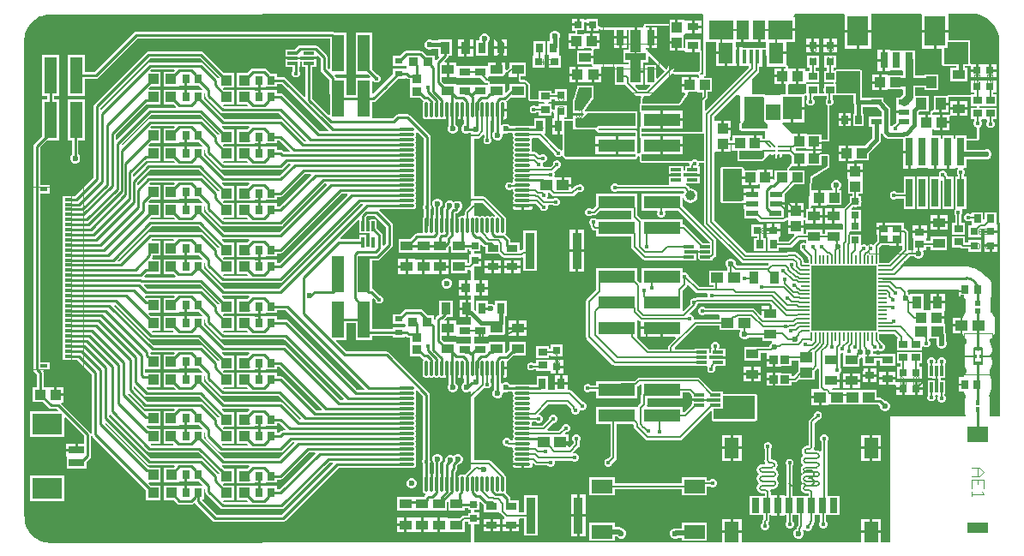
<source format=gtl>
G04*
G04 #@! TF.GenerationSoftware,Altium Limited,Altium Designer,23.8.1 (32)*
G04*
G04 Layer_Physical_Order=1*
G04 Layer_Color=255*
%FSLAX44Y44*%
%MOMM*%
G71*
G04*
G04 #@! TF.SameCoordinates,B2355FDD-5490-460F-BBB4-22D25E5E3D0D*
G04*
G04*
G04 #@! TF.FilePolarity,Positive*
G04*
G01*
G75*
%ADD10C,0.2500*%
%ADD13C,0.2000*%
%ADD14C,0.2540*%
%ADD19C,0.1001*%
%ADD20C,0.1999*%
%ADD21C,0.1500*%
%ADD22C,0.0500*%
%ADD23C,0.1200*%
%ADD26R,1.2062X0.9562*%
%ADD27R,1.1062X0.7562*%
%ADD28R,1.2500X1.0000*%
%ADD29R,0.9311X0.8121*%
%ADD30R,1.8545X2.2860*%
%ADD31C,1.0000*%
%ADD32R,0.4500X1.3800*%
%ADD33R,1.1750X1.9000*%
%ADD34R,2.3750X1.9000*%
%ADD35R,1.4750X2.1000*%
%ADD36R,0.8000X1.5000*%
%ADD37R,1.4500X2.0000*%
%ADD38R,3.6800X1.2700*%
%ADD39R,0.7000X0.9500*%
%ADD40R,0.7400X2.7950*%
%ADD41R,1.0000X1.0000*%
%ADD42R,1.2000X0.9500*%
%ADD43R,0.8499X0.7501*%
%ADD44C,0.2540*%
%ADD45R,0.7000X0.2751*%
%ADD46R,0.2451X0.4501*%
%ADD47R,1.0500X0.6000*%
%ADD48R,1.0500X1.0500*%
%ADD49R,1.0500X1.0000*%
%ADD50R,1.0000X1.0500*%
%ADD51R,2.0000X0.8001*%
%ADD52R,1.0000X2.1999*%
%ADD53R,0.7000X1.5001*%
%ADD54R,1.0160X1.1430*%
%ADD55R,0.9900X0.3000*%
%ADD56R,1.4000X0.3000*%
%ADD57R,1.2192X0.9144*%
%ADD58R,0.3000X0.9900*%
%ADD59R,0.3000X1.4000*%
%ADD60R,0.8001X0.3000*%
%ADD61R,0.8001X0.4001*%
%ADD62R,1.2700X0.5588*%
%ADD63R,1.2700X3.6800*%
G04:AMPARAMS|DCode=64|XSize=0.1925mm|YSize=0.9291mm|CornerRadius=0.0962mm|HoleSize=0mm|Usage=FLASHONLY|Rotation=90.000|XOffset=0mm|YOffset=0mm|HoleType=Round|Shape=RoundedRectangle|*
%AMROUNDEDRECTD64*
21,1,0.1925,0.7366,0,0,90.0*
21,1,0.0000,0.9291,0,0,90.0*
1,1,0.1925,0.3683,0.0000*
1,1,0.1925,0.3683,0.0000*
1,1,0.1925,-0.3683,0.0000*
1,1,0.1925,-0.3683,0.0000*
%
%ADD64ROUNDEDRECTD64*%
G04:AMPARAMS|DCode=65|XSize=0.9291mm|YSize=0.1925mm|CornerRadius=0.0962mm|HoleSize=0mm|Usage=FLASHONLY|Rotation=90.000|XOffset=0mm|YOffset=0mm|HoleType=Round|Shape=RoundedRectangle|*
%AMROUNDEDRECTD65*
21,1,0.9291,0.0000,0,0,90.0*
21,1,0.7366,0.1925,0,0,90.0*
1,1,0.1925,0.0000,0.3683*
1,1,0.1925,0.0000,-0.3683*
1,1,0.1925,0.0000,-0.3683*
1,1,0.1925,0.0000,0.3683*
%
%ADD65ROUNDEDRECTD65*%
%ADD66R,0.1925X0.9291*%
%ADD67R,0.7000X0.7000*%
%ADD68R,2.1000X1.4000*%
%ADD69R,1.1500X1.0500*%
%ADD70R,0.6587X0.8121*%
%ADD71R,0.8500X0.7500*%
%ADD72R,0.8000X0.8000*%
%ADD73R,0.4725X0.5153*%
%ADD74R,1.2065X1.0582*%
%ADD75R,0.4627X0.5541*%
%ADD76R,0.7500X0.9000*%
%ADD77R,0.7587X0.8121*%
%ADD78R,2.0000X1.0000*%
%ADD79R,2.0000X1.5000*%
G04:AMPARAMS|DCode=80|XSize=0.3mm|YSize=1.45mm|CornerRadius=0.0495mm|HoleSize=0mm|Usage=FLASHONLY|Rotation=90.000|XOffset=0mm|YOffset=0mm|HoleType=Round|Shape=RoundedRectangle|*
%AMROUNDEDRECTD80*
21,1,0.3000,1.3510,0,0,90.0*
21,1,0.2010,1.4500,0,0,90.0*
1,1,0.0990,0.6755,0.1005*
1,1,0.0990,0.6755,-0.1005*
1,1,0.0990,-0.6755,-0.1005*
1,1,0.0990,-0.6755,0.1005*
%
%ADD80ROUNDEDRECTD80*%
G04:AMPARAMS|DCode=81|XSize=0.3mm|YSize=1.45mm|CornerRadius=0.0495mm|HoleSize=0mm|Usage=FLASHONLY|Rotation=0.000|XOffset=0mm|YOffset=0mm|HoleType=Round|Shape=RoundedRectangle|*
%AMROUNDEDRECTD81*
21,1,0.3000,1.3510,0,0,0.0*
21,1,0.2010,1.4500,0,0,0.0*
1,1,0.0990,0.1005,-0.6755*
1,1,0.0990,-0.1005,-0.6755*
1,1,0.0990,-0.1005,0.6755*
1,1,0.0990,0.1005,0.6755*
%
%ADD81ROUNDEDRECTD81*%
%ADD82R,0.8000X0.8000*%
%ADD83R,0.8000X0.9500*%
%ADD84R,2.1000X3.0000*%
%ADD85R,0.8000X1.6000*%
%ADD86R,0.9350X0.9621*%
%ADD87R,3.0000X2.1000*%
%ADD88R,1.6000X0.8000*%
%ADD89R,0.9562X1.2062*%
%ADD90R,0.7000X0.6500*%
%ADD91R,0.7562X1.1062*%
%ADD92R,0.7500X0.8500*%
%ADD93R,0.9062X0.8549*%
%ADD94R,0.9587X0.9121*%
%ADD95R,0.8000X0.6000*%
%ADD96R,0.9531X3.6031*%
%ADD97R,0.7000X0.7000*%
%ADD98R,0.9000X0.7500*%
%ADD99R,0.9000X0.8000*%
%ADD100C,0.5000*%
%ADD134R,6.4000X6.4000*%
%ADD149C,0.4500*%
%ADD150C,0.8000*%
%ADD151C,0.2560*%
%ADD152C,0.6000*%
%ADD153C,0.4000*%
G36*
X674370Y538241D02*
Y478790D01*
X671375D01*
X671036Y479368D01*
X670904Y480060D01*
X672002Y481158D01*
X672444Y481820D01*
X672599Y482600D01*
Y501319D01*
X672444Y502099D01*
X672002Y502761D01*
X671741Y502935D01*
Y513421D01*
X656679D01*
Y506158D01*
X655594Y505373D01*
X654700Y505857D01*
Y517870D01*
X655240D01*
Y518923D01*
X656139Y519819D01*
X656510Y519819D01*
X662940D01*
Y526140D01*
Y532461D01*
X656510D01*
X656139Y532461D01*
X655240Y533357D01*
Y533450D01*
X648970D01*
Y525660D01*
X646430D01*
Y533450D01*
X640160D01*
Y529089D01*
X617199D01*
X617065Y529063D01*
X616929Y529071D01*
X616678Y528986D01*
X616418Y528934D01*
X616305Y528858D01*
X616176Y528814D01*
X615977Y528639D01*
X615757Y528492D01*
X615681Y528379D01*
X615579Y528289D01*
X615488Y528170D01*
X615342Y527872D01*
X615335Y527861D01*
X615315Y527830D01*
X615313Y527823D01*
X615176Y527585D01*
X615167Y527517D01*
X615137Y527455D01*
X615116Y527124D01*
X615078Y526833D01*
X615069Y526788D01*
X614821Y526350D01*
X614403Y525861D01*
X614080Y525662D01*
X608569D01*
Y512122D01*
X606029D01*
Y525662D01*
X599759D01*
Y525279D01*
X598338D01*
X597557Y525124D01*
X597552Y525121D01*
X587043D01*
X587038Y525124D01*
X586257Y525279D01*
X573615D01*
X573185Y525709D01*
X572524Y526151D01*
X571743Y526306D01*
X571300Y526218D01*
X570030Y526938D01*
Y533820D01*
X559030D01*
Y533342D01*
X558490Y532899D01*
X556570D01*
Y534360D01*
X551800D01*
Y528320D01*
X550530D01*
Y527050D01*
X544490D01*
Y522280D01*
X547871D01*
Y519350D01*
X540970D01*
Y513080D01*
X548760D01*
Y511810D01*
X550030D01*
Y504270D01*
X556550D01*
Y504810D01*
X562886D01*
X563675Y503766D01*
X563369Y503013D01*
X563140Y502790D01*
X549530D01*
Y489290D01*
X564031D01*
Y488950D01*
X564186Y488170D01*
X564567Y487600D01*
X564460Y487130D01*
X564105Y486330D01*
X558340D01*
X557990Y486330D01*
X557070D01*
X556720Y486330D01*
X550800D01*
Y478790D01*
Y471250D01*
X556720D01*
X557070Y471250D01*
X557990D01*
X558340Y471250D01*
X564260D01*
Y478790D01*
X565530D01*
Y480060D01*
X573070D01*
Y485641D01*
X573070Y486330D01*
X574099Y486911D01*
X586797D01*
Y469122D01*
X596932D01*
X596973Y468914D01*
X597636Y467922D01*
X606711Y458847D01*
X607703Y458184D01*
X608874Y457951D01*
X612502D01*
X612988Y456778D01*
X612140Y455930D01*
Y450027D01*
X611728Y449752D01*
X611286Y449090D01*
X611131Y448310D01*
Y443230D01*
X611286Y442450D01*
X611728Y441788D01*
X612140Y441513D01*
Y427167D01*
X611728Y426892D01*
X611286Y426230D01*
X611131Y425450D01*
Y422693D01*
X611151Y422594D01*
X611141Y422494D01*
X611228Y422207D01*
X611286Y421913D01*
X611342Y421829D01*
X611372Y421732D01*
X611562Y421501D01*
X611632Y421396D01*
X611526Y421238D01*
X611371Y420457D01*
Y417830D01*
X611526Y417050D01*
X611968Y416388D01*
X612140Y416273D01*
Y402590D01*
X610357Y400807D01*
X609087Y401333D01*
Y417290D01*
X609087D01*
X609010Y417384D01*
X609099Y417830D01*
Y421640D01*
X608944Y422420D01*
X608502Y423082D01*
X607840Y423524D01*
X607060Y423679D01*
X571749D01*
X570728Y424806D01*
X570837Y425713D01*
X571075Y425951D01*
X607060D01*
X607257Y425990D01*
X609087D01*
Y427930D01*
X609099Y427990D01*
Y440690D01*
X609087Y440750D01*
Y442690D01*
X607257D01*
X607060Y442729D01*
X560070D01*
X560070Y442729D01*
X559290Y442574D01*
X558896Y442311D01*
X557965Y442464D01*
X557431Y442731D01*
X557318Y443090D01*
X564763Y454790D01*
X565530D01*
Y455995D01*
X565600Y456105D01*
X565665Y456271D01*
X565764Y456420D01*
X565808Y456639D01*
X565888Y456847D01*
X565884Y457025D01*
X565919Y457200D01*
Y466090D01*
X565764Y466870D01*
X565530Y467221D01*
Y468290D01*
X549530D01*
Y467263D01*
X549447Y467096D01*
X549296Y466870D01*
X549271Y466743D01*
X549213Y466627D01*
X545884Y454420D01*
X545680D01*
Y453674D01*
X545403Y452657D01*
X545384Y452386D01*
X545331Y452120D01*
Y443230D01*
X545486Y442450D01*
X545680Y442159D01*
Y440920D01*
X555620D01*
X556146Y439650D01*
X554416Y437920D01*
X545680D01*
Y435109D01*
X537210D01*
X537005Y435277D01*
Y435521D01*
X536050D01*
X536011Y435580D01*
X536690Y436850D01*
X539404D01*
Y448850D01*
X527404D01*
Y444535D01*
X526231Y444049D01*
X524414Y445866D01*
Y450100D01*
X521093D01*
X520939Y450330D01*
X521618Y451600D01*
X524414D01*
Y454291D01*
X527404D01*
Y452850D01*
X539404D01*
Y464850D01*
X527404D01*
Y460409D01*
X524414D01*
Y463100D01*
X511914D01*
Y454660D01*
X503439D01*
Y467924D01*
X503439Y467925D01*
X503206Y469095D01*
X502543Y470088D01*
X500081Y472550D01*
X499089Y473213D01*
X497918Y473445D01*
X497918Y473445D01*
X494105D01*
X493861Y473689D01*
Y476824D01*
X498882D01*
Y490386D01*
X482821D01*
Y486077D01*
X482359Y485768D01*
X482359Y485768D01*
X479916Y483325D01*
X478742Y483811D01*
Y490926D01*
X471441D01*
Y483605D01*
X468901D01*
Y490926D01*
X461600D01*
Y488218D01*
X461192Y487117D01*
X446130D01*
Y487117D01*
X445952D01*
Y487117D01*
X434340D01*
D01*
X430890D01*
X430482Y488218D01*
Y490926D01*
X423181D01*
Y483605D01*
Y476284D01*
X430482D01*
X430890Y475555D01*
X445952D01*
Y475555D01*
X446130D01*
Y475555D01*
X454327D01*
X458334Y471547D01*
X458334Y471547D01*
X459326Y470884D01*
X460497Y470651D01*
X461187D01*
X461477Y470419D01*
X461480Y469767D01*
X460312Y468616D01*
X447222D01*
X446130Y468616D01*
Y468616D01*
X445952D01*
Y468616D01*
X434340D01*
D01*
X430890D01*
X429942Y469394D01*
Y469887D01*
X418595D01*
X416088Y472394D01*
Y476284D01*
X420641D01*
Y483605D01*
Y490926D01*
X418987D01*
X418501Y492100D01*
X421639Y495238D01*
X422362Y496320D01*
X422582Y497429D01*
X425795D01*
Y513491D01*
X412233D01*
Y512664D01*
X406799D01*
X405189Y513331D01*
X403200D01*
X401362Y512570D01*
X399956Y511163D01*
X399195Y509326D01*
Y507337D01*
X399956Y505499D01*
X401362Y504092D01*
X403200Y503331D01*
X405189D01*
X406799Y503998D01*
X412233D01*
Y497429D01*
X412741D01*
X413227Y496256D01*
X410396Y493425D01*
X410212Y493149D01*
X408942Y493534D01*
Y497786D01*
X400430D01*
X396802Y501414D01*
X395721Y502136D01*
X394445Y502390D01*
X381062D01*
X379786Y502136D01*
X378705Y501414D01*
X374936Y497645D01*
X367651D01*
Y487645D01*
X379651D01*
Y487645D01*
X380821Y487402D01*
Y484889D01*
X379659Y484647D01*
X379559Y484646D01*
X367651D01*
Y479375D01*
X357183Y468907D01*
X356945Y468551D01*
X348617Y460223D01*
X347444Y460709D01*
Y471963D01*
X348714Y472403D01*
X349528Y471589D01*
X350998Y470980D01*
X352589D01*
X354060Y471589D01*
X355185Y472714D01*
X355794Y474184D01*
Y475776D01*
X355185Y477246D01*
X354060Y478371D01*
X352589Y478980D01*
X352499D01*
X347444Y484035D01*
Y520120D01*
X330744D01*
Y479320D01*
X342729D01*
X345155Y476893D01*
X344669Y475720D01*
X330744D01*
Y458664D01*
X322044D01*
Y475720D01*
X311595D01*
X311434Y476530D01*
X310709Y477615D01*
X310177Y478147D01*
X310663Y479320D01*
X322044D01*
Y520120D01*
X310073D01*
X309669Y520525D01*
X308584Y521250D01*
X307304Y521504D01*
X114304D01*
X113024Y521250D01*
X111939Y520525D01*
X72889Y481474D01*
X63231D01*
Y498530D01*
X46531D01*
Y457730D01*
X63231D01*
Y474786D01*
X74274D01*
X75554Y475040D01*
X76639Y475765D01*
X115689Y514816D01*
X305344D01*
Y484639D01*
X304170Y484153D01*
X302973Y485351D01*
Y495980D01*
X302718Y497260D01*
X301993Y498345D01*
X293394Y506945D01*
X292309Y507670D01*
X291029Y507924D01*
X278826D01*
X277546Y507670D01*
X277508Y507644D01*
X276277D01*
X274998Y507390D01*
X273913Y506665D01*
X271048Y503800D01*
X261877D01*
Y499340D01*
X261337D01*
Y496570D01*
X268827D01*
Y494030D01*
X261337D01*
Y491260D01*
X261877D01*
Y486800D01*
X268433D01*
Y482372D01*
X268376Y482315D01*
X267767Y480845D01*
Y479253D01*
X268376Y477783D01*
X269501Y476658D01*
X270971Y476049D01*
X272563D01*
X274033Y476658D01*
X275158Y477783D01*
X275767Y479253D01*
Y480845D01*
X275158Y482315D01*
X275101Y482372D01*
Y486800D01*
X275777D01*
Y491260D01*
X277977D01*
Y486800D01*
X281593D01*
Y457589D01*
X280420Y457102D01*
X261809Y475713D01*
X260728Y476436D01*
X259452Y476689D01*
X253321D01*
Y479855D01*
X247425D01*
X243257Y484023D01*
X242175Y484746D01*
X240900Y485000D01*
X229421D01*
X228145Y484746D01*
X227064Y484023D01*
X223646Y480606D01*
X213861D01*
Y466105D01*
X228098D01*
X228361Y466105D01*
X228361Y466105D01*
X229281Y466315D01*
Y466315D01*
X234301D01*
Y473355D01*
X236841D01*
Y466315D01*
X241861D01*
Y466856D01*
X253321D01*
Y470021D01*
X258071D01*
X298007Y430085D01*
X298190Y429812D01*
X302179Y425822D01*
X302453Y425640D01*
X304179Y423913D01*
X303694Y422739D01*
X295632D01*
X259169Y459203D01*
X258087Y459926D01*
X256811Y460179D01*
X253321D01*
Y463345D01*
X241861D01*
Y463885D01*
X236841D01*
Y456846D01*
X234301D01*
Y463885D01*
X229281D01*
Y463885D01*
X228361Y464096D01*
X228361Y464095D01*
X228098Y464095D01*
X213861D01*
Y449595D01*
X223646D01*
X224589Y448653D01*
X224103Y447480D01*
X201042D01*
X200100Y448422D01*
X200586Y449595D01*
X210861D01*
Y464095D01*
X201077D01*
X200240Y464932D01*
X200726Y466105D01*
X210861D01*
Y480606D01*
X201077D01*
X180569Y501113D01*
X179487Y501836D01*
X178212Y502090D01*
X126649D01*
X125373Y501836D01*
X124292Y501113D01*
X72844Y449665D01*
X72121Y448583D01*
X71867Y447308D01*
Y377301D01*
X53625Y359059D01*
X41690D01*
Y347129D01*
Y337129D01*
Y327129D01*
Y317129D01*
Y307129D01*
Y297129D01*
Y287129D01*
Y277129D01*
Y267129D01*
Y257129D01*
Y247130D01*
Y237130D01*
Y227130D01*
Y217130D01*
Y207130D01*
Y197201D01*
X53691D01*
Y197367D01*
X56000D01*
X70597Y182769D01*
Y124068D01*
X69327Y123943D01*
X69262Y124273D01*
X68539Y125355D01*
X40144Y153750D01*
X40670Y155020D01*
X42351D01*
Y161290D01*
X34561D01*
Y162560D01*
X33291D01*
Y170100D01*
X26771D01*
Y169560D01*
X22895D01*
Y183878D01*
X22641Y185154D01*
X22480Y185395D01*
X23159Y186665D01*
X28692D01*
Y194665D01*
X19255D01*
Y361595D01*
X28692D01*
Y369595D01*
X19255D01*
Y406739D01*
X25846Y413330D01*
X37831D01*
Y454130D01*
X32815D01*
Y457730D01*
X37831D01*
Y498530D01*
X21131D01*
Y457730D01*
X26147D01*
Y454130D01*
X21131D01*
Y418045D01*
X13564Y410478D01*
X12841Y409396D01*
X12587Y408120D01*
Y187518D01*
X12841Y186242D01*
X13564Y185160D01*
X16227Y182497D01*
Y169560D01*
X12311D01*
Y155560D01*
X22096D01*
X28100Y149556D01*
X29182Y148833D01*
X30457Y148580D01*
X35884D01*
X37440Y147023D01*
X36954Y145850D01*
X9411D01*
Y120850D01*
X43411D01*
Y139393D01*
X44585Y139879D01*
X62847Y121616D01*
Y114390D01*
X56681D01*
Y107850D01*
X55411D01*
Y106580D01*
X44871D01*
Y101310D01*
X45411D01*
Y89350D01*
X65411D01*
Y96635D01*
X68539Y99762D01*
X69262Y100844D01*
X69515Y102120D01*
Y121905D01*
X70785Y122030D01*
X70851Y121700D01*
X71574Y120618D01*
X123971Y68221D01*
Y58436D01*
X138471D01*
Y72936D01*
X128687D01*
X126580Y75042D01*
X127066Y76216D01*
X138471D01*
Y90716D01*
X127564D01*
X127242Y90779D01*
X126029D01*
X83077Y133732D01*
X83111Y133902D01*
X84488Y134320D01*
X125001Y93808D01*
X126082Y93085D01*
X127358Y92831D01*
X151713D01*
X152199Y91658D01*
X151256Y90716D01*
X141471D01*
Y76216D01*
X155708D01*
X155971Y76216D01*
X155971Y76215D01*
X156891Y76425D01*
Y76425D01*
X161911D01*
Y83465D01*
X164451D01*
Y76425D01*
X169471D01*
Y76965D01*
X176216D01*
X179726Y73456D01*
X179200Y72186D01*
X169471D01*
Y72726D01*
X164451D01*
Y65686D01*
X161911D01*
Y72726D01*
X156891D01*
Y72726D01*
X155971Y72936D01*
X155971Y72936D01*
X155708Y72936D01*
X141471D01*
Y58436D01*
X151256D01*
X154674Y55018D01*
X155755Y54295D01*
X157031Y54041D01*
X168510D01*
X169785Y54295D01*
X170867Y55018D01*
X171066Y55216D01*
X172701Y55055D01*
X172824Y54871D01*
X189767Y37928D01*
X190849Y37205D01*
X192125Y36951D01*
X259097D01*
X260373Y37205D01*
X261455Y37928D01*
X314238Y90712D01*
X373411D01*
X373443Y90690D01*
X374416Y90497D01*
X387926D01*
X388900Y90690D01*
X389725Y91242D01*
X390276Y92067D01*
X390470Y93041D01*
Y95051D01*
X390276Y96024D01*
X389928Y96546D01*
X390276Y97067D01*
X390470Y98041D01*
Y100051D01*
X390276Y101024D01*
X389928Y101546D01*
X390276Y102067D01*
X390470Y103041D01*
Y105051D01*
X390276Y106024D01*
X389928Y106546D01*
X390276Y107067D01*
X390470Y108041D01*
Y110051D01*
X390276Y111024D01*
X389928Y111546D01*
X390276Y112067D01*
X390470Y113041D01*
Y115051D01*
X390276Y116024D01*
X389928Y116546D01*
X390276Y117067D01*
X390470Y118041D01*
Y120051D01*
X390276Y121024D01*
X389928Y121546D01*
X390276Y122067D01*
X390470Y123041D01*
Y125050D01*
X390276Y126024D01*
X389928Y126546D01*
X390276Y127067D01*
X390470Y128041D01*
Y130051D01*
X390276Y131024D01*
X389928Y131546D01*
X390276Y132067D01*
X390470Y133041D01*
Y135050D01*
X390276Y136024D01*
X389928Y136546D01*
X390276Y137067D01*
X390470Y138041D01*
Y140051D01*
X390276Y141024D01*
X389928Y141546D01*
X390276Y142067D01*
X390470Y143041D01*
Y145050D01*
X390276Y146024D01*
X389928Y146546D01*
X390276Y147067D01*
X390470Y148041D01*
Y150051D01*
X390276Y151024D01*
X389928Y151546D01*
X390276Y152067D01*
X390470Y153041D01*
Y155050D01*
X390276Y156024D01*
X389928Y156546D01*
X390276Y157067D01*
X390470Y158041D01*
Y160051D01*
X390276Y161024D01*
X389928Y161546D01*
X390276Y162067D01*
X390470Y163041D01*
Y165051D01*
X390276Y166024D01*
X390568Y166359D01*
X392175Y166412D01*
X397587Y160999D01*
Y99480D01*
X397009Y98902D01*
X396400Y97431D01*
Y95840D01*
X397009Y94370D01*
X397587Y93792D01*
Y82056D01*
X397566Y82024D01*
X397372Y81051D01*
Y67541D01*
X397566Y66567D01*
X398117Y65742D01*
X398943Y65190D01*
X399461Y65087D01*
X399905Y64004D01*
X399902Y63733D01*
X398915Y62745D01*
X398192Y61663D01*
X398085Y61126D01*
X388480D01*
Y61126D01*
X388032D01*
Y61126D01*
X371970D01*
Y47564D01*
X388032D01*
Y47564D01*
X388480D01*
Y47564D01*
X403720D01*
X404542Y47564D01*
Y47564D01*
X404990D01*
Y47564D01*
X421052D01*
Y56658D01*
X421218Y56769D01*
X422488Y56090D01*
Y47564D01*
X438550D01*
Y50921D01*
X441811D01*
Y48755D01*
X444638D01*
Y45756D01*
X441811D01*
Y43314D01*
X437859D01*
X437859Y43314D01*
X436689Y43081D01*
X435696Y42418D01*
X435696Y42418D01*
X433904Y40627D01*
X422639Y40627D01*
X421592Y41167D01*
X421442Y41167D01*
X414291D01*
Y33846D01*
Y26525D01*
X421442D01*
X421592Y26525D01*
X422639Y27065D01*
X422862Y27065D01*
X438550D01*
Y36621D01*
X439126Y37197D01*
X441811D01*
Y34755D01*
X444638D01*
Y16316D01*
X29640Y16198D01*
X28759D01*
X25570Y16512D01*
X24615Y16638D01*
X23684Y16887D01*
X20617Y17818D01*
X18987Y18493D01*
X16162Y20003D01*
X15327Y20485D01*
X14562Y21072D01*
X12085Y23105D01*
X10838Y24352D01*
X8805Y26829D01*
X8218Y27594D01*
X7736Y28428D01*
X6225Y31255D01*
X5550Y32884D01*
X4620Y35951D01*
X4371Y36882D01*
X4245Y37838D01*
X3931Y41026D01*
Y41907D01*
X3914Y41993D01*
Y512352D01*
X3863Y512605D01*
Y513569D01*
X4178Y516758D01*
X4303Y517714D01*
X4553Y518645D01*
X5483Y521712D01*
X6158Y523341D01*
X7668Y526167D01*
X8151Y527002D01*
X8738Y527767D01*
X10770Y530244D01*
X12018Y531491D01*
X14494Y533523D01*
X15259Y534111D01*
X16094Y534593D01*
X18920Y536103D01*
X20550Y536778D01*
X23616Y537708D01*
X24547Y537958D01*
X25504Y538084D01*
X28692Y538398D01*
X29574D01*
X29602Y538403D01*
X29630Y538398D01*
X30445Y538416D01*
X443739Y538880D01*
D01*
X673471Y539138D01*
X674370Y538241D01*
D02*
G37*
G36*
X942991Y538933D02*
X946706Y537937D01*
X950260Y536465D01*
X953591Y534542D01*
X956643Y532200D01*
X959362Y529481D01*
X961704Y526429D01*
X963627Y523098D01*
X965099Y519544D01*
X966095Y515829D01*
X966566Y512251D01*
X966705Y155798D01*
X966665Y140970D01*
X957683D01*
X956879Y141971D01*
X956907Y142240D01*
X957246Y144816D01*
Y150357D01*
X957144Y151130D01*
X957246Y151903D01*
Y157444D01*
X956904Y160041D01*
X956285Y161535D01*
Y162287D01*
X956988Y163202D01*
X957990Y165623D01*
X958332Y168220D01*
Y177220D01*
X957990Y179817D01*
X956988Y182237D01*
X956555Y182802D01*
Y186761D01*
X957611Y188138D01*
X958614Y190558D01*
X958956Y193156D01*
Y195906D01*
X958614Y198504D01*
X957723Y200655D01*
X958614Y202806D01*
X958956Y205403D01*
Y208154D01*
X958614Y210751D01*
X957611Y213172D01*
X956555Y214549D01*
Y216803D01*
X956855Y216927D01*
X958407Y218118D01*
X959338D01*
Y219049D01*
X960528Y220600D01*
X961531Y223020D01*
X961873Y225618D01*
Y236200D01*
X961531Y238797D01*
X960528Y241217D01*
X959338Y242769D01*
Y243700D01*
X958407D01*
X957564Y244347D01*
Y247480D01*
X957405Y248689D01*
X957564Y249898D01*
Y255051D01*
X957302Y257044D01*
X957568Y257391D01*
X958570Y259811D01*
X958912Y262408D01*
Y270529D01*
X958570Y273127D01*
X957568Y275547D01*
X956377Y277099D01*
Y278029D01*
X955446D01*
X953895Y279220D01*
X951818Y280081D01*
X950684Y281558D01*
X948832Y283410D01*
X948832Y283410D01*
X946201Y285429D01*
X943933Y286738D01*
X940870Y288007D01*
X938339Y288685D01*
X935052Y289118D01*
X934395D01*
X933743Y289204D01*
X933700Y289198D01*
X869490D01*
X869004Y290371D01*
X877833Y299201D01*
X882448D01*
X883628Y298021D01*
X885465Y297260D01*
X887455D01*
X889292Y298021D01*
X890699Y299428D01*
X891460Y301265D01*
Y303255D01*
X890952Y304480D01*
X891700Y305750D01*
X894234D01*
Y308441D01*
X898753D01*
Y305549D01*
X914815D01*
Y319111D01*
X898753D01*
Y314559D01*
X894234D01*
Y317210D01*
X894774D01*
Y322230D01*
X887734D01*
X880694D01*
Y317210D01*
X881234D01*
Y305750D01*
X880142Y305319D01*
X876819D01*
Y322678D01*
X876819Y322678D01*
X876586Y323849D01*
X875923Y324841D01*
X875923Y324841D01*
X874751Y326013D01*
X873759Y326676D01*
X872589Y326909D01*
X871789Y327786D01*
Y332310D01*
X859291D01*
X858832Y332850D01*
Y332850D01*
X853313D01*
Y326560D01*
X852043D01*
Y325290D01*
X845253D01*
Y320270D01*
X845793D01*
Y314635D01*
X842654Y311497D01*
X842607Y311425D01*
X841789Y310571D01*
X840837Y310888D01*
X840266Y311124D01*
X838674D01*
X837204Y310515D01*
X836717Y310028D01*
X835937Y309479D01*
X835058Y310028D01*
X834618Y310469D01*
X833148Y311077D01*
X831556D01*
X831004Y310849D01*
X829734Y311697D01*
Y320810D01*
X818734D01*
X817793Y321604D01*
Y323016D01*
X818734Y323810D01*
X829734D01*
Y333442D01*
X829734Y334310D01*
X829734D01*
X829730Y334710D01*
X829730D01*
Y345210D01*
X821095D01*
X820609Y346384D01*
X822436Y348210D01*
X822886D01*
X823059Y348094D01*
X824230Y347861D01*
X825400Y348094D01*
X825574Y348210D01*
X829730D01*
Y351839D01*
X830031Y352289D01*
X830263Y353460D01*
X830031Y354630D01*
X829730Y355080D01*
Y358710D01*
X827289D01*
Y361170D01*
X831230D01*
Y375630D01*
X831770D01*
Y382150D01*
X816690D01*
Y375630D01*
X817230D01*
Y361170D01*
X821171D01*
Y358710D01*
X818730D01*
Y353156D01*
X812571Y346997D01*
X812389Y346724D01*
X811211Y346501D01*
X810829Y346501D01*
X803910D01*
Y339180D01*
Y331859D01*
X810405D01*
X811211Y331859D01*
X811675Y330781D01*
Y326103D01*
X810671Y325461D01*
X794609D01*
Y321739D01*
X791621D01*
Y325461D01*
X775559D01*
Y321739D01*
X773350D01*
Y327780D01*
X765810D01*
X758270D01*
Y321260D01*
X763693D01*
X764219Y319990D01*
X758438Y314209D01*
X748840D01*
Y317310D01*
X748840Y317400D01*
X749057Y318580D01*
X749860D01*
Y323850D01*
X743320D01*
X736780D01*
Y318580D01*
X737123D01*
X737340Y317400D01*
X737340Y317310D01*
Y304900D01*
X748840D01*
Y308091D01*
X759704D01*
X759705Y308091D01*
X760875Y308324D01*
X761867Y308987D01*
X768502Y315621D01*
X775559D01*
Y313202D01*
X774503Y312497D01*
X774230Y312610D01*
X772638D01*
X771168Y312001D01*
X770043Y310876D01*
X769434Y309406D01*
Y307814D01*
X770043Y306344D01*
X770990Y305397D01*
X770991Y305394D01*
X771654Y304401D01*
X777759Y298297D01*
Y295956D01*
X777797Y295763D01*
Y292830D01*
X775277D01*
X775269Y292836D01*
X774098Y293069D01*
X773357Y293985D01*
Y294990D01*
X773357Y294991D01*
X773124Y296161D01*
X772461Y297153D01*
X767189Y302425D01*
X766197Y303088D01*
X765026Y303321D01*
X765026Y303321D01*
X757570D01*
X757570Y303321D01*
X756400Y303088D01*
X755936Y302779D01*
X716854D01*
X684861Y334771D01*
Y401933D01*
X685880Y402540D01*
X692150D01*
Y410330D01*
X694690D01*
Y402540D01*
X700960D01*
Y411350D01*
X702260D01*
Y403940D01*
X707745D01*
X707811Y403860D01*
Y395245D01*
X707966Y394465D01*
X708408Y393803D01*
X709070Y393362D01*
X709850Y393206D01*
X731616D01*
X732396Y393362D01*
X733058Y393803D01*
X733058Y393804D01*
X735422Y396168D01*
X735864Y396829D01*
X735889Y396954D01*
X736167Y397095D01*
X737244Y397258D01*
X738062Y396440D01*
X738950Y396072D01*
Y399670D01*
X741490D01*
Y396072D01*
X742220Y396375D01*
X742950Y396072D01*
Y399670D01*
X745490D01*
Y396072D01*
X746220Y396375D01*
X746950Y396072D01*
Y399670D01*
X749490D01*
Y396072D01*
X750378Y396440D01*
X751450Y397512D01*
X752030Y398912D01*
Y400428D01*
X752152Y400611D01*
X759523D01*
X761220Y398914D01*
Y390738D01*
X760447Y390584D01*
X759785Y390142D01*
X759343Y389480D01*
X759228Y388903D01*
X757247Y386359D01*
X757129Y386124D01*
X756980Y385907D01*
X756952Y385772D01*
X756890Y385648D01*
X756871Y385386D01*
X756816Y385128D01*
X756253Y384508D01*
X755751Y384207D01*
X755700Y384190D01*
X744710D01*
Y375491D01*
X744270Y375160D01*
X743000Y375794D01*
Y375920D01*
X735210D01*
Y377190D01*
X733940D01*
Y384730D01*
X727420D01*
Y384190D01*
X715456D01*
X714456Y384849D01*
X714370Y385177D01*
X714304Y385510D01*
X714270Y385561D01*
X714255Y385619D01*
X713743Y386677D01*
X713538Y386947D01*
X713350Y387230D01*
X713299Y387263D01*
X713263Y387311D01*
X712970Y387483D01*
X712688Y387672D01*
X712629Y387683D01*
X712577Y387714D01*
X712240Y387761D01*
X711908Y387827D01*
X693218D01*
X692437Y387672D01*
X691776Y387230D01*
X691334Y386568D01*
X691178Y385788D01*
Y354038D01*
X691334Y353257D01*
X691776Y352596D01*
X692437Y352154D01*
X693218Y351998D01*
X695929D01*
X696239Y351870D01*
X698228D01*
X698539Y351998D01*
X706089D01*
X706399Y351870D01*
X708388D01*
X708699Y351998D01*
X710954D01*
X711151Y352038D01*
X711352D01*
X712040Y352175D01*
X713407D01*
X713740Y350946D01*
Y345821D01*
X714280D01*
Y336836D01*
X726654D01*
X729317Y334173D01*
X729317Y334173D01*
X730309Y333510D01*
X731480Y333277D01*
X752875D01*
X752876Y333277D01*
X754046Y333510D01*
X755038Y334173D01*
X756026Y335161D01*
X758270D01*
Y330320D01*
X765810D01*
X773350D01*
Y335161D01*
X775019D01*
Y331859D01*
X782320D01*
Y339180D01*
Y346501D01*
X781154D01*
X780277Y347419D01*
X780331Y348585D01*
X780637Y349728D01*
X787157D01*
Y357268D01*
Y364808D01*
X782000D01*
X781123Y365727D01*
X781632Y376719D01*
X797821Y386242D01*
X798014Y386414D01*
X798229Y386558D01*
X798308Y386677D01*
X798415Y386772D01*
X798527Y387005D01*
X798671Y387220D01*
X798699Y387360D01*
X798761Y387488D01*
X798776Y387746D01*
X798826Y388000D01*
Y398261D01*
X798671Y399042D01*
X798229Y399703D01*
X797568Y400145D01*
X796787Y400300D01*
X791260D01*
Y403780D01*
X784740D01*
Y396240D01*
X782200D01*
Y403780D01*
X775680D01*
Y403240D01*
X766040D01*
X765139Y404214D01*
X765282Y405493D01*
X765303Y405507D01*
X765546Y405750D01*
X775680D01*
Y405210D01*
X782200D01*
Y412750D01*
X784740D01*
Y405210D01*
X791260D01*
Y412500D01*
X796787D01*
X797568Y412655D01*
X798229Y413097D01*
X798671Y413758D01*
X798826Y414539D01*
Y448120D01*
X799626D01*
X801096Y448729D01*
X802221Y449854D01*
X802830Y451324D01*
Y452916D01*
X802221Y454386D01*
X801889Y454718D01*
Y458242D01*
X805650D01*
Y458351D01*
X822317D01*
Y451460D01*
X822377Y451155D01*
X822317Y450850D01*
X822647Y449192D01*
X822854Y448882D01*
Y440401D01*
X821893D01*
Y428279D01*
X832481D01*
Y440401D01*
X831520D01*
Y447127D01*
X837774D01*
Y446460D01*
X846146D01*
X850377Y442229D01*
Y437460D01*
X837774D01*
Y427460D01*
X840691D01*
Y416141D01*
X832869Y408320D01*
X823250D01*
Y408860D01*
X816730D01*
Y401320D01*
Y393780D01*
X823250D01*
Y394320D01*
X837710D01*
Y400905D01*
X848088Y411282D01*
X849027Y412688D01*
X849357Y414347D01*
Y420812D01*
X850627Y420937D01*
X850707Y420537D01*
X851646Y419131D01*
X854282Y416495D01*
X855688Y415556D01*
X857346Y415226D01*
X871334D01*
Y403890D01*
X877574D01*
Y402621D01*
X878844D01*
Y386105D01*
X883528D01*
X883814Y386105D01*
X884860Y386646D01*
X885084Y386646D01*
X895687Y386646D01*
X896734Y386105D01*
X897020Y386105D01*
X901704D01*
Y402621D01*
X904244D01*
Y386105D01*
X909214D01*
Y386105D01*
X909434D01*
Y386105D01*
X914404D01*
Y402621D01*
X916944D01*
Y386105D01*
X921914D01*
Y386105D01*
X922674Y386646D01*
X925415D01*
X925819Y385376D01*
X924979Y384536D01*
X924370Y383066D01*
Y381474D01*
X924979Y380004D01*
X925311Y379672D01*
Y377945D01*
X922674D01*
Y345995D01*
X922674Y345995D01*
X922360Y344855D01*
X921847Y343615D01*
Y342024D01*
X922456Y340553D01*
X922788Y340221D01*
Y332290D01*
X919851D01*
Y320790D01*
X932351D01*
Y332290D01*
X928905D01*
Y340221D01*
X929238Y340553D01*
X929847Y342024D01*
Y343615D01*
X929387Y344725D01*
X929987Y345995D01*
X934074D01*
Y377945D01*
X931429D01*
Y379672D01*
X931761Y380004D01*
X932370Y381474D01*
Y383066D01*
X931761Y384536D01*
X930921Y385376D01*
X931325Y386646D01*
X934074D01*
Y395462D01*
X951781D01*
X952775Y395050D01*
X954765D01*
X956602Y395811D01*
X958009Y397218D01*
X958770Y399055D01*
Y401045D01*
X958009Y402882D01*
X956602Y404289D01*
X954765Y405050D01*
X952775D01*
X951781Y404638D01*
X934074D01*
Y413755D01*
X944381D01*
X945161Y413911D01*
X945823Y414353D01*
X946265Y415014D01*
X946420Y415794D01*
Y426530D01*
X946363Y426813D01*
X947150Y427139D01*
X948275Y428264D01*
X948884Y429734D01*
Y431326D01*
X948275Y432796D01*
X948300Y434250D01*
X948841Y434790D01*
X951134Y434790D01*
X952315Y434790D01*
X953614D01*
X954457Y433947D01*
Y432645D01*
X954180Y432368D01*
X953571Y430898D01*
Y429306D01*
X954180Y427836D01*
X955305Y426711D01*
X956775Y426102D01*
X958367D01*
X959837Y426711D01*
X960962Y427836D01*
X961571Y429306D01*
Y430898D01*
X960962Y432368D01*
X960630Y432700D01*
Y434790D01*
X963834D01*
Y446290D01*
X952404D01*
X951334Y446290D01*
X950153Y446290D01*
X946420D01*
Y447790D01*
X950064D01*
X951334Y447790D01*
X952404Y447790D01*
X963834D01*
Y459290D01*
X960643D01*
Y460980D01*
X963190D01*
Y472980D01*
X951760D01*
X950840Y472980D01*
X949920Y472980D01*
X938490D01*
Y460980D01*
X941825D01*
Y459290D01*
X938634D01*
Y458639D01*
X916178D01*
X915398Y458483D01*
X914736Y458041D01*
X914577Y457803D01*
X901478D01*
Y444896D01*
X900883Y443871D01*
X900521Y443789D01*
X900158Y443717D01*
X900135Y443702D01*
X900107Y443695D01*
X899805Y443481D01*
X899496Y443275D01*
X899481Y443252D01*
X899458Y443236D01*
X898594Y442324D01*
X898396Y442010D01*
X898190Y441701D01*
X898184Y441674D01*
X898169Y441650D01*
X898107Y441285D01*
X898035Y440921D01*
Y439340D01*
X895470D01*
Y431800D01*
X892930D01*
Y439340D01*
X886983D01*
Y441435D01*
X887921Y442373D01*
X896588D01*
Y457803D01*
X883491D01*
Y465886D01*
X892080D01*
Y463455D01*
X906240D01*
Y478885D01*
X892080D01*
Y478121D01*
X883491D01*
Y492970D01*
X883374Y493561D01*
Y502970D01*
X872144D01*
X871374Y502970D01*
X870104Y502970D01*
X858914D01*
Y503510D01*
X853644D01*
Y492970D01*
Y482430D01*
X858914D01*
Y482970D01*
X870874Y482970D01*
X871256Y481858D01*
Y479224D01*
X870734Y478170D01*
X856274D01*
Y478710D01*
X849754D01*
Y471170D01*
Y463630D01*
X856274D01*
Y464170D01*
X870734D01*
X871256Y463116D01*
Y459344D01*
X869948Y458036D01*
X869447Y457286D01*
X868698Y456786D01*
X868372Y456460D01*
X864774D01*
Y447500D01*
X864234D01*
Y443230D01*
X872024D01*
Y440690D01*
X864234D01*
Y436420D01*
X864774D01*
Y431786D01*
X862793Y429804D01*
X861334Y429200D01*
X860313Y428179D01*
X859830Y428236D01*
X859043Y428569D01*
Y444024D01*
X858713Y445682D01*
X857774Y447088D01*
X852274Y452588D01*
Y456460D01*
X837774D01*
Y455793D01*
X830983D01*
Y461998D01*
X830653Y463656D01*
X830608Y463724D01*
Y481980D01*
X830453Y482760D01*
X830011Y483422D01*
X829349Y483864D01*
X828569Y484019D01*
X805650D01*
X804870Y483864D01*
X804208Y483422D01*
X803766Y482760D01*
X803763Y482741D01*
X802459D01*
Y485701D01*
X805400D01*
Y497701D01*
X793400D01*
Y485701D01*
X796342D01*
Y482741D01*
X793150D01*
Y471241D01*
X802400D01*
Y469742D01*
X793150D01*
Y465740D01*
X792764Y465162D01*
X792532Y463992D01*
X792764Y462821D01*
X793150Y462243D01*
Y460853D01*
X792245Y459962D01*
X788365Y460024D01*
Y469742D01*
X776864D01*
X775627Y470890D01*
Y471161D01*
X775865Y471241D01*
X776020Y471241D01*
X788365D01*
Y482741D01*
X785173D01*
Y485701D01*
X788115D01*
Y497701D01*
X776115D01*
Y485701D01*
X779056D01*
Y482741D01*
X776020D01*
X775865Y482741D01*
X774750Y483116D01*
Y485060D01*
X768230D01*
Y477520D01*
Y469980D01*
X774694D01*
X774837Y469951D01*
X775865Y469605D01*
Y461129D01*
X774960Y460238D01*
X774623Y460244D01*
X774615Y460242D01*
X774606Y460244D01*
X774223Y460171D01*
X773840Y460101D01*
X773833Y460096D01*
X773825Y460095D01*
X773499Y459881D01*
X773171Y459669D01*
X773167Y459663D01*
X773160Y459658D01*
X772694Y459200D01*
X757689D01*
Y468984D01*
X758940Y470027D01*
X759170Y469980D01*
Y469980D01*
X765690D01*
Y477520D01*
Y485060D01*
X759170D01*
Y485060D01*
X758940Y485014D01*
X757689Y486056D01*
Y486410D01*
X757534Y487190D01*
X757092Y487852D01*
X756430Y488294D01*
X755881Y488403D01*
Y498970D01*
X745966D01*
Y501510D01*
X755881D01*
Y511200D01*
X764656D01*
Y521970D01*
X750241D01*
Y524510D01*
X764656D01*
Y535280D01*
X764007D01*
X763328Y536550D01*
X763471Y536765D01*
X763665Y537740D01*
X763620Y537970D01*
X764531Y539241D01*
X812935Y539295D01*
X813834Y538397D01*
Y523240D01*
X826874D01*
X839914D01*
Y539325D01*
X888935Y539380D01*
X889834Y538483D01*
Y523240D01*
X902874D01*
X915914D01*
Y539411D01*
X937257Y539435D01*
X939177D01*
X942991Y538933D01*
D02*
G37*
G36*
X730761Y511200D02*
X736051D01*
Y505540D01*
X712906D01*
Y506080D01*
X709386D01*
Y496640D01*
Y487200D01*
X712906D01*
Y487740D01*
X719307D01*
Y485715D01*
X676838Y443246D01*
X675568Y443772D01*
Y452802D01*
X677683Y454917D01*
X677683Y454917D01*
X678346Y455910D01*
X678579Y457080D01*
X678579Y457080D01*
Y461630D01*
X682770D01*
Y475630D01*
X675245D01*
X675120Y476900D01*
X675150Y476906D01*
X675812Y477348D01*
X676254Y478010D01*
X676409Y478790D01*
Y510939D01*
X677571Y511200D01*
Y511200D01*
X686351D01*
Y501510D01*
X696266D01*
Y500240D01*
X697536D01*
Y487200D01*
X706181D01*
Y487200D01*
X706846D01*
Y496640D01*
Y506080D01*
X706181D01*
Y511200D01*
X711471D01*
Y523240D01*
X714011D01*
Y511200D01*
X728221D01*
Y523240D01*
X730761D01*
Y511200D01*
D02*
G37*
G36*
X558490Y529590D02*
X564530D01*
Y528320D01*
X565800D01*
Y522280D01*
X570570D01*
Y523781D01*
X571743Y524267D01*
X572770Y523240D01*
X586257D01*
Y516890D01*
X592298D01*
X598338D01*
Y523240D01*
X600299D01*
Y503122D01*
X595299D01*
Y491121D01*
X600299D01*
Y488950D01*
X566070D01*
Y494770D01*
X557530D01*
Y497310D01*
X566070D01*
Y503330D01*
X566867Y504270D01*
X571550D01*
Y510540D01*
X563760D01*
Y511810D01*
X562490D01*
Y519350D01*
X555970D01*
Y518810D01*
X549910D01*
Y522820D01*
X556030D01*
Y530860D01*
X558490D01*
Y529590D01*
D02*
G37*
G36*
X640700Y518450D02*
X640160D01*
Y511930D01*
X647700D01*
Y510660D01*
X648970D01*
Y502870D01*
X655240D01*
X656139Y501974D01*
Y501319D01*
X662940D01*
Y507640D01*
X665480D01*
Y501319D01*
X670560D01*
Y482600D01*
X669290Y481330D01*
X645446D01*
X644755Y482360D01*
X644706Y482600D01*
X644913Y483641D01*
X644913Y483641D01*
Y484442D01*
X645446Y485239D01*
X645679Y486410D01*
X645446Y487580D01*
X644783Y488573D01*
X643791Y489236D01*
X642620Y489469D01*
X641450Y489236D01*
X640457Y488573D01*
X639692Y487808D01*
X639029Y486815D01*
X638796Y485645D01*
X638796Y485644D01*
Y484908D01*
X637649Y483761D01*
X619299Y502111D01*
Y503122D01*
X618288D01*
X617101Y504309D01*
X617627Y505579D01*
X621030D01*
Y515620D01*
Y525661D01*
X617735Y525661D01*
X617108Y526931D01*
X617199Y527050D01*
X640700D01*
Y518450D01*
D02*
G37*
G36*
X482144Y481206D02*
X482281Y481089D01*
Y476284D01*
X491822D01*
Y473689D01*
X491977Y472909D01*
X491977Y472909D01*
X492419Y472247D01*
X492663Y472003D01*
X493325Y471561D01*
X493325Y471561D01*
X494105Y471406D01*
X497249D01*
X497507Y471157D01*
X497015Y469939D01*
X496931Y469887D01*
X482821D01*
Y464870D01*
X479376Y461425D01*
X478202Y461911D01*
Y469887D01*
X464481D01*
X463504Y470641D01*
X463416Y470921D01*
X463357Y471208D01*
X463297Y471297D01*
X463265Y471400D01*
X463076Y471624D01*
X462912Y471867D01*
X462822Y471927D01*
X462753Y472009D01*
X462463Y472242D01*
X462207Y472375D01*
X461967Y472535D01*
X461857Y472557D01*
X461757Y472609D01*
X461470Y472634D01*
X461187Y472690D01*
X460698D01*
X460122Y472805D01*
X459634Y473131D01*
X458924Y473841D01*
X459410Y475015D01*
X461732D01*
Y475723D01*
X462140Y476824D01*
X478202D01*
Y480654D01*
X479472Y481374D01*
X479916Y481286D01*
X480696Y481441D01*
X481011Y481651D01*
X482144Y481206D01*
D02*
G37*
G36*
X644004Y479888D02*
X644173Y479775D01*
X644317Y479632D01*
X644501Y479556D01*
X644666Y479446D01*
X644865Y479406D01*
X645053Y479329D01*
X645251Y479329D01*
X645446Y479291D01*
X668975D01*
X669033Y478985D01*
X669163Y478665D01*
X669276Y478338D01*
X669614Y477760D01*
X669788Y477565D01*
X669933Y477348D01*
X670049Y477270D01*
X670143Y477165D01*
X670190Y476094D01*
X669863Y475630D01*
X668310D01*
Y476170D01*
X661790D01*
Y468630D01*
X660520D01*
Y467360D01*
X652730D01*
Y461090D01*
X655637D01*
X656305Y460010D01*
X655853Y459105D01*
X650015Y450349D01*
X614179D01*
Y455085D01*
X614430Y455336D01*
X614872Y455998D01*
X615027Y456778D01*
X615466Y457466D01*
X616021Y457951D01*
X619224D01*
X619224Y457951D01*
X620394Y458184D01*
X621387Y458847D01*
X642680Y480140D01*
X644004Y479888D01*
D02*
G37*
G36*
X196124Y476128D02*
X196039Y475544D01*
X194712Y475244D01*
X194399Y475713D01*
X180429Y489683D01*
X179347Y490406D01*
X178071Y490659D01*
X127919D01*
X126643Y490406D01*
X125562Y489683D01*
X79709Y443830D01*
X78535Y444316D01*
Y445927D01*
X128030Y495421D01*
X176831D01*
X196124Y476128D01*
D02*
G37*
G36*
X636207Y482319D02*
X628973Y475085D01*
X627800Y475571D01*
Y488123D01*
X616800D01*
Y469122D01*
X621351D01*
X621837Y467948D01*
X617957Y464069D01*
X610141D01*
X606802Y467407D01*
X607288Y468581D01*
X614839D01*
Y480850D01*
X607299D01*
Y483390D01*
X614839D01*
Y490581D01*
X619839D01*
Y497028D01*
X621012Y497514D01*
X636207Y482319D01*
D02*
G37*
G36*
X152162Y482818D02*
X151219Y481875D01*
X141434D01*
Y467375D01*
X155671D01*
X155934Y467375D01*
X155934Y467375D01*
X156854Y467585D01*
Y467585D01*
X161874D01*
Y474626D01*
X164414D01*
Y467585D01*
X169434D01*
Y468125D01*
X176179D01*
X179689Y464616D01*
X179163Y463345D01*
X169434D01*
Y463885D01*
X164414D01*
Y456846D01*
X161874D01*
Y463885D01*
X156854D01*
Y463885D01*
X155934Y464096D01*
X155934Y464095D01*
X155671Y464095D01*
X141434D01*
Y449595D01*
X151219D01*
X153432Y447383D01*
X152946Y446209D01*
X127919D01*
X126643Y445956D01*
X125562Y445233D01*
X94949Y414620D01*
X93775Y415106D01*
Y419257D01*
X124114Y449595D01*
X138434D01*
Y464095D01*
X127029D01*
X126543Y465269D01*
X128650Y467375D01*
X138434D01*
Y481875D01*
X128844D01*
X128358Y483049D01*
X129300Y483991D01*
X151676D01*
X152162Y482818D01*
D02*
G37*
G36*
X828569Y460390D02*
X805650D01*
Y469742D01*
X804439D01*
Y471241D01*
X805650D01*
Y481980D01*
X828569D01*
Y460390D01*
D02*
G37*
G36*
X755650Y485060D02*
X753230D01*
Y477520D01*
X751960D01*
D01*
X753230D01*
Y469980D01*
X755650D01*
Y459200D01*
X750600D01*
Y458470D01*
X735300D01*
Y459200D01*
X722630D01*
Y474729D01*
X728529Y480629D01*
X728529Y480629D01*
X729192Y481621D01*
X729425Y482791D01*
X729425Y482791D01*
Y486410D01*
X755650D01*
Y485060D01*
D02*
G37*
G36*
X500959Y468788D02*
X501285Y468299D01*
X501400Y467724D01*
Y454660D01*
X501555Y453880D01*
X501997Y453218D01*
X502658Y452776D01*
X503439Y452621D01*
X511914D01*
Y451600D01*
X516942D01*
X517260Y451372D01*
X517797Y450330D01*
X517690Y450104D01*
X517679Y450100D01*
X511914D01*
Y447559D01*
X509332D01*
X509000Y447891D01*
X507529Y448500D01*
X505938D01*
X504468Y447891D01*
X503343Y446766D01*
X502734Y445296D01*
Y443704D01*
X503343Y442234D01*
X504468Y441109D01*
X505938Y440500D01*
X507529D01*
X509000Y441109D01*
X509332Y441441D01*
X511914D01*
Y438600D01*
X524414D01*
Y441330D01*
X524587Y441538D01*
X525684Y442119D01*
X526231Y442010D01*
X526231Y442010D01*
X526864Y440901D01*
Y436310D01*
X525697Y436061D01*
X524903D01*
Y429260D01*
X531224D01*
Y427990D01*
X532494D01*
Y419919D01*
X535171D01*
Y404440D01*
X533901Y403940D01*
X533130Y404711D01*
X531660Y405320D01*
X531190D01*
X517224Y419286D01*
X517710Y420459D01*
X518505D01*
Y435521D01*
X506943D01*
Y427740D01*
X503432D01*
X503400Y427761D01*
X502426Y427954D01*
X495518D01*
X495441Y427970D01*
X483320D01*
X483300Y428018D01*
X481894Y429424D01*
X480056Y430185D01*
X478067D01*
X476229Y429424D01*
X475652Y428847D01*
X474382Y429373D01*
Y433867D01*
X474651Y434089D01*
Y444156D01*
X475921D01*
Y445426D01*
X480021D01*
Y450911D01*
X479785Y452095D01*
X479598Y452376D01*
X480078Y452697D01*
X483706Y456325D01*
X498882D01*
Y469068D01*
X500153Y469594D01*
X500959Y468788D01*
D02*
G37*
G36*
X563880Y457200D02*
X554990Y443230D01*
X547370D01*
Y452120D01*
X551180Y466090D01*
X563880D01*
Y457200D01*
D02*
G37*
G36*
X296284Y494595D02*
Y483965D01*
X296539Y482686D01*
X297264Y481601D01*
X305000Y473865D01*
Y460670D01*
X305254Y459390D01*
X305344Y459256D01*
Y439551D01*
X304170Y439065D01*
X288261Y454974D01*
Y486800D01*
X291877D01*
Y491260D01*
X292417D01*
Y494030D01*
X282877D01*
Y496570D01*
X292417D01*
Y496803D01*
X293591Y497289D01*
X296284Y494595D01*
D02*
G37*
G36*
X750600Y434070D02*
X736115D01*
Y449602D01*
X750600D01*
Y434070D01*
D02*
G37*
G36*
X607060Y427990D02*
X570230D01*
X568960Y426720D01*
X548640D01*
Y435610D01*
X554990D01*
X560070Y440690D01*
X607060D01*
Y427990D01*
D02*
G37*
G36*
X734076Y433150D02*
X737886Y429340D01*
Y425450D01*
X711903D01*
Y430027D01*
X715026Y433150D01*
Y456010D01*
X734076D01*
Y433150D01*
D02*
G37*
G36*
X938634Y447790D02*
X944381D01*
Y446290D01*
X938634D01*
Y434790D01*
X941825D01*
Y433128D01*
X941493Y432796D01*
X940884Y431326D01*
Y429734D01*
X941493Y428264D01*
X942618Y427139D01*
X944088Y426530D01*
X944381D01*
Y415794D01*
X934074D01*
Y418596D01*
X922674D01*
Y415794D01*
X921374D01*
Y418596D01*
X909974D01*
Y415794D01*
X908674D01*
Y418596D01*
X900074D01*
Y424800D01*
X901410D01*
Y424260D01*
X907930D01*
Y431800D01*
Y439340D01*
X901410D01*
Y438800D01*
X900074D01*
Y440921D01*
X900938Y441833D01*
X907288D01*
Y450088D01*
X908558D01*
Y451358D01*
X916178D01*
Y456599D01*
X938634D01*
Y447790D01*
D02*
G37*
G36*
X667730Y461090D02*
X673529D01*
Y422496D01*
X613410D01*
X613170Y422693D01*
Y425450D01*
X631817D01*
Y434340D01*
Y443230D01*
X613170D01*
Y448310D01*
X651107D01*
X657620Y458080D01*
X659395Y461630D01*
X667730D01*
Y461090D01*
D02*
G37*
G36*
X196124Y420248D02*
X196039Y419664D01*
X194712Y419364D01*
X194399Y419833D01*
X180429Y433803D01*
X179347Y434526D01*
X178071Y434780D01*
X127919D01*
X126643Y434526D01*
X125562Y433803D01*
X100998Y409240D01*
X99621Y409658D01*
X99587Y409828D01*
X129300Y439541D01*
X176831D01*
X196124Y420248D01*
D02*
G37*
G36*
X710359Y458041D02*
Y433362D01*
X710558D01*
X711084Y432092D01*
X710461Y431469D01*
X710019Y430808D01*
X709864Y430027D01*
Y425450D01*
X710019Y424670D01*
X710461Y424008D01*
X711123Y423566D01*
X711903Y423411D01*
X735330D01*
Y417043D01*
X735140Y415809D01*
X735140Y415809D01*
X732840D01*
Y419020D01*
X726320D01*
Y411480D01*
X723780D01*
Y419020D01*
X717260D01*
Y418480D01*
X702800D01*
Y413389D01*
X700420D01*
Y417540D01*
X700960D01*
Y424060D01*
X693420D01*
Y425330D01*
X692150D01*
Y433120D01*
X685880D01*
X684861Y433727D01*
Y436961D01*
X706371Y458470D01*
X709930D01*
X710359Y458041D01*
D02*
G37*
G36*
X776721Y458171D02*
Y454718D01*
X776389Y454386D01*
X775780Y452916D01*
Y451324D01*
X776389Y449854D01*
X777514Y448729D01*
X778984Y448120D01*
X780576D01*
X782046Y448729D01*
X783171Y449854D01*
X783780Y451324D01*
Y452916D01*
X783171Y454386D01*
X782839Y454718D01*
Y457168D01*
X783744Y458058D01*
X795771Y457866D01*
Y454718D01*
X795439Y454386D01*
X794830Y452916D01*
Y451324D01*
X795439Y449854D01*
X796564Y448729D01*
X796787Y448637D01*
Y414539D01*
X790720D01*
Y419750D01*
X776260D01*
Y420290D01*
X769740D01*
Y412750D01*
X767200D01*
Y420290D01*
X761227D01*
Y421590D01*
X752287Y430530D01*
X752813Y431800D01*
X760602D01*
Y445770D01*
X761872D01*
Y447040D01*
X773685D01*
Y457314D01*
X774590Y458205D01*
X776721Y458171D01*
D02*
G37*
G36*
X182357Y460846D02*
Y458116D01*
X182611Y456840D01*
X183334Y455758D01*
X197304Y441788D01*
X198386Y441065D01*
X199661Y440811D01*
X255325D01*
X282224Y413913D01*
X281738Y412739D01*
X280233D01*
X259169Y433803D01*
X258087Y434526D01*
X256811Y434780D01*
X201175D01*
X180894Y455061D01*
Y460296D01*
X182164Y460975D01*
X182357Y460846D01*
D02*
G37*
G36*
X467191Y434089D02*
X467713Y433660D01*
Y422711D01*
X466935Y421932D01*
X466174Y420095D01*
Y418105D01*
X466935Y416268D01*
X468341Y414861D01*
X470179Y414100D01*
X472168D01*
X474006Y414861D01*
X475413Y416268D01*
X476174Y418105D01*
Y419595D01*
X477155Y420420D01*
X477347Y420484D01*
X478067Y420185D01*
X480056D01*
X481894Y420947D01*
X482249Y421302D01*
X485641D01*
X486373Y420410D01*
Y418400D01*
X486566Y417427D01*
X486915Y416906D01*
X486566Y416384D01*
X486373Y415411D01*
Y413401D01*
X486566Y412427D01*
X486915Y411906D01*
X486566Y411384D01*
X486373Y410410D01*
Y408400D01*
X486566Y407427D01*
X486915Y406906D01*
X486566Y406384D01*
X486373Y405411D01*
Y403401D01*
X486566Y402427D01*
X486915Y401906D01*
X486566Y401384D01*
X486373Y400410D01*
Y398400D01*
X486566Y397427D01*
X486915Y396906D01*
X486566Y396384D01*
X486373Y395411D01*
Y393401D01*
X486566Y392427D01*
X486915Y391906D01*
X486566Y391384D01*
X486373Y390410D01*
Y388400D01*
X486566Y387427D01*
X486915Y386906D01*
X486566Y386384D01*
X486373Y385411D01*
Y383401D01*
X486566Y382427D01*
X486915Y381906D01*
X486566Y381384D01*
X486373Y380410D01*
Y378400D01*
X486566Y377427D01*
X486915Y376906D01*
X486566Y376384D01*
X486373Y375411D01*
Y373401D01*
X486417Y373176D01*
X485613Y371978D01*
X484720Y371825D01*
X484667Y371878D01*
X483197Y372487D01*
X481606D01*
X480136Y371878D01*
X479011Y370753D01*
X478402Y369283D01*
Y367691D01*
X479011Y366221D01*
X480136Y365096D01*
X481606Y364487D01*
X483197D01*
X484667Y365096D01*
X485000Y365428D01*
X486358D01*
X486373Y365411D01*
Y363401D01*
X486566Y362427D01*
X486915Y361906D01*
X486566Y361384D01*
X486373Y360410D01*
Y358400D01*
X486566Y357427D01*
X486915Y356906D01*
X486566Y356384D01*
X486373Y355411D01*
Y353401D01*
X486566Y352427D01*
X486590Y352392D01*
X486058Y351595D01*
X485875Y350676D01*
X495671D01*
X505738D01*
X506289Y351347D01*
X508660D01*
X512944Y347063D01*
X513503Y345714D01*
X514628Y344589D01*
X516098Y343980D01*
X517690D01*
X519160Y344589D01*
X520285Y345714D01*
X520894Y347184D01*
Y348776D01*
X520824Y348945D01*
X521529Y350001D01*
X525726D01*
X526058Y349669D01*
X527528Y349060D01*
X529119D01*
X530590Y349669D01*
X531715Y350794D01*
X532324Y352264D01*
Y353856D01*
X531715Y355326D01*
X530590Y356451D01*
X529119Y357060D01*
X527528D01*
X526058Y356451D01*
X525726Y356119D01*
X520514D01*
X519988Y357389D01*
X520039Y357440D01*
X520648Y358910D01*
Y360501D01*
X520437Y361011D01*
X521096Y362034D01*
X522426Y362122D01*
X524891Y359657D01*
X525883Y358994D01*
X527054Y358761D01*
X527054Y358761D01*
X544704D01*
X544704Y358761D01*
X545874Y358994D01*
X546867Y359657D01*
X550290Y363080D01*
X551603Y362537D01*
X553194D01*
X554664Y363145D01*
X555789Y364271D01*
X556398Y365741D01*
Y367332D01*
X555789Y368802D01*
X554664Y369928D01*
X553194Y370536D01*
X551603D01*
X550132Y369928D01*
X549674Y369469D01*
X549294D01*
X548123Y369236D01*
X547131Y368573D01*
X547131Y368573D01*
X544767Y366209D01*
X543594Y366695D01*
Y368300D01*
X535304D01*
Y369570D01*
X534034D01*
Y377360D01*
X527962D01*
X527114Y378630D01*
X527240Y378934D01*
Y380526D01*
X526631Y381996D01*
X526549Y382078D01*
X526597Y382567D01*
X529920Y385890D01*
X530390D01*
X531860Y386499D01*
X532985Y387624D01*
X533594Y389094D01*
Y390686D01*
X532985Y392156D01*
X531860Y393281D01*
X530390Y393890D01*
X528798D01*
X527328Y393281D01*
X526203Y392156D01*
X525594Y390686D01*
Y390216D01*
X523167Y387789D01*
X516416D01*
X515710Y388845D01*
X515814Y389094D01*
Y390686D01*
X515696Y390970D01*
X516419Y392240D01*
X517890Y392849D01*
X519015Y393974D01*
X519624Y395444D01*
Y397036D01*
X519015Y398506D01*
X517890Y399631D01*
X516419Y400240D01*
X514828D01*
X513358Y399631D01*
X513065Y399338D01*
X511772D01*
X509541Y401568D01*
X508549Y402231D01*
X507378Y402464D01*
X507378Y402464D01*
X505739D01*
X504970Y403401D01*
Y405411D01*
X504777Y406384D01*
X504428Y406906D01*
X504777Y407427D01*
X504970Y408400D01*
Y410410D01*
X504777Y411384D01*
X504428Y411906D01*
X504777Y412427D01*
X504970Y413401D01*
Y415411D01*
X505738Y416347D01*
X511511D01*
X526864Y400994D01*
Y400524D01*
X527473Y399054D01*
X528598Y397929D01*
X530068Y397320D01*
X531660D01*
X533130Y397929D01*
X533924Y398724D01*
X534107Y398732D01*
X535249Y398388D01*
X535326Y398000D01*
X535768Y397338D01*
X535768Y397338D01*
X537038Y396068D01*
X537700Y395626D01*
X538480Y395471D01*
X607060D01*
X607840Y395626D01*
X608502Y396068D01*
X608944Y396730D01*
X609099Y397510D01*
Y397831D01*
X610357Y398768D01*
X611371Y397675D01*
Y393700D01*
X611526Y392920D01*
X611968Y392258D01*
X612630Y391816D01*
X613410Y391661D01*
X659979D01*
X660658Y390391D01*
X660544Y390220D01*
X660311Y389050D01*
X659448Y388230D01*
X656420D01*
Y383770D01*
X654220D01*
Y388230D01*
X640320D01*
Y383770D01*
X639780D01*
Y381000D01*
X647270D01*
Y378460D01*
X639780D01*
Y375690D01*
X640320D01*
Y371359D01*
X640320Y371230D01*
X640009Y370089D01*
X589338D01*
X589006Y370421D01*
X587536Y371030D01*
X585944D01*
X584474Y370421D01*
X583349Y369296D01*
X582740Y367826D01*
Y366234D01*
X583349Y364764D01*
X584474Y363639D01*
X585944Y363030D01*
X587536D01*
X589006Y363639D01*
X589338Y363971D01*
X654850D01*
X655440Y362868D01*
X654867Y361876D01*
X654740Y361400D01*
X653470Y361410D01*
Y361410D01*
X612670D01*
Y344710D01*
X628136D01*
X628296Y344571D01*
X628880Y343440D01*
X628460Y342426D01*
Y340834D01*
X629069Y339364D01*
X630194Y338239D01*
X631664Y337630D01*
X633256D01*
X634726Y338239D01*
X635851Y339364D01*
X636460Y340834D01*
Y342426D01*
X636040Y343440D01*
X636624Y344571D01*
X636784Y344710D01*
X649144D01*
X680461Y313393D01*
Y312030D01*
X674378D01*
X674283Y312173D01*
X656633Y329823D01*
X655640Y330486D01*
X654470Y330719D01*
X653470Y331462D01*
Y336010D01*
X612931D01*
X609129Y339813D01*
Y347710D01*
X609129Y347710D01*
X609070Y348006D01*
Y361410D01*
X568270D01*
Y349036D01*
X565193Y345959D01*
X563938D01*
X563606Y346291D01*
X562136Y346900D01*
X560544D01*
X559074Y346291D01*
X557949Y345166D01*
X557340Y343696D01*
Y342104D01*
X557949Y340634D01*
X559074Y339509D01*
X560544Y338900D01*
X562136D01*
X563606Y339509D01*
X563938Y339841D01*
X566460D01*
X566460Y339841D01*
X567631Y340074D01*
X568623Y340737D01*
X572596Y344710D01*
X603011D01*
Y338546D01*
X603011Y338545D01*
X603244Y337375D01*
X603307Y337280D01*
X602629Y336010D01*
X568270D01*
X568270Y336010D01*
Y336010D01*
X567948Y336324D01*
X567776Y336492D01*
X567308Y336686D01*
X566306Y337100D01*
X564715D01*
X563245Y336492D01*
X562119Y335366D01*
X561511Y333896D01*
Y332305D01*
X562119Y330835D01*
X562834Y330120D01*
Y329037D01*
X562834Y329037D01*
X563067Y327866D01*
X563730Y326874D01*
X565107Y325497D01*
X565107Y325497D01*
X566099Y324834D01*
X567270Y324601D01*
X568270D01*
Y319310D01*
X603011D01*
Y309009D01*
X603011Y309009D01*
X603244Y307839D01*
X603907Y306846D01*
X614386Y296367D01*
X614386Y296367D01*
X615379Y295704D01*
X616549Y295471D01*
X653020D01*
Y295030D01*
X666920D01*
Y299490D01*
X669120D01*
Y295030D01*
X683020D01*
Y296401D01*
X683718Y296867D01*
X685683Y298832D01*
X686346Y299824D01*
X686579Y300994D01*
Y314660D01*
X686346Y315831D01*
X685683Y316823D01*
X685683Y316823D01*
X653470Y349036D01*
Y356780D01*
X654740Y356948D01*
X654867Y356472D01*
X655789Y354876D01*
X657092Y353573D01*
X658689Y352651D01*
X660469Y352174D01*
X662312D01*
X664092Y352651D01*
X665688Y353573D01*
X666992Y354876D01*
X667913Y356472D01*
X668390Y358252D01*
Y360095D01*
X667913Y361876D01*
X666992Y363472D01*
X665688Y364775D01*
X664092Y365697D01*
X662312Y366174D01*
X660881D01*
X660880Y366174D01*
X660759Y366786D01*
X660096Y367779D01*
X660096Y367779D01*
X658681Y369193D01*
X657689Y369856D01*
X657166Y369960D01*
X657291Y371230D01*
X670320D01*
Y375690D01*
X670860D01*
Y378460D01*
X661320D01*
Y381000D01*
X670860D01*
Y383770D01*
X670320D01*
Y388230D01*
X669866D01*
X669122Y389500D01*
X669480Y390364D01*
Y391661D01*
X674744D01*
Y331848D01*
X674744Y331847D01*
X674977Y330677D01*
X675640Y329685D01*
X711767Y293557D01*
X711767Y293557D01*
X712759Y292894D01*
X713930Y292661D01*
X738018D01*
X738544Y291391D01*
X737232Y290079D01*
X707387D01*
X706040Y291426D01*
Y293095D01*
X705279Y294932D01*
X703872Y296339D01*
X702035Y297100D01*
X700045D01*
X698208Y296339D01*
X696801Y294932D01*
X696040Y293095D01*
Y291105D01*
X696801Y289268D01*
X697981Y288088D01*
Y285380D01*
X696460D01*
X696460Y285380D01*
X695460D01*
Y285380D01*
X695190Y285380D01*
X679960D01*
Y270880D01*
X684011D01*
Y269129D01*
X670067D01*
X659470Y279726D01*
Y280196D01*
X658861Y281666D01*
X657736Y282791D01*
X656266Y283400D01*
X654674D01*
X654526Y283339D01*
X653470Y284044D01*
Y287750D01*
X612670D01*
Y273572D01*
X611400Y273046D01*
X609070Y275376D01*
Y287750D01*
X568270D01*
Y274346D01*
X568211Y274050D01*
X568211Y274050D01*
Y266152D01*
X559177Y257118D01*
X558514Y256126D01*
X558281Y254956D01*
X558281Y254955D01*
Y219710D01*
X558281Y219710D01*
X558514Y218540D01*
X559177Y217547D01*
X584497Y192227D01*
X584497Y192227D01*
X585490Y191564D01*
X586660Y191331D01*
X586660Y191331D01*
X665720D01*
Y190890D01*
X677604D01*
X678372Y189620D01*
X678030Y188796D01*
Y187204D01*
X678639Y185734D01*
X679764Y184609D01*
X681234Y184000D01*
X682826D01*
X684296Y184609D01*
X685421Y185734D01*
X686030Y187204D01*
Y188796D01*
X685594Y189849D01*
X686385Y190890D01*
X695720D01*
Y195350D01*
X696260D01*
Y198120D01*
X686720D01*
Y200660D01*
X696260D01*
Y203430D01*
X695720D01*
Y207890D01*
X690209D01*
X690170Y207918D01*
X689465Y209160D01*
X689840Y210064D01*
Y211656D01*
X689231Y213126D01*
X688106Y214251D01*
X686636Y214860D01*
X685044D01*
X683574Y214251D01*
X682449Y213126D01*
X681840Y211656D01*
Y210064D01*
X682215Y209160D01*
X681820Y207890D01*
X681820D01*
Y203430D01*
X679620D01*
Y207890D01*
X665720D01*
Y207449D01*
X646326D01*
X645800Y208719D01*
X667702Y230621D01*
X690124D01*
Y226430D01*
X705354D01*
X705624Y226430D01*
Y226430D01*
X706624D01*
Y226430D01*
X710327D01*
X710853Y225160D01*
X710775Y225082D01*
X710014Y223245D01*
Y221255D01*
X710775Y219418D01*
X712181Y218011D01*
X714019Y217250D01*
X716008D01*
X717846Y218011D01*
X719026Y219191D01*
X732383D01*
Y215379D01*
X741908D01*
X742161Y214109D01*
X741388Y213789D01*
X739981Y212382D01*
X739220Y210545D01*
Y210069D01*
X730661D01*
Y210071D01*
X714599D01*
Y196509D01*
X730661D01*
Y203951D01*
X735637D01*
X736699Y203451D01*
Y198120D01*
X743895D01*
Y196850D01*
X745165D01*
Y190249D01*
X751090D01*
Y190789D01*
X761361D01*
Y196211D01*
X767720D01*
Y192270D01*
X767720Y192270D01*
Y191270D01*
X767720D01*
X767720Y191000D01*
Y185406D01*
X763173Y180859D01*
X761361D01*
Y183861D01*
X751090D01*
Y184401D01*
X745165D01*
Y177800D01*
Y171199D01*
X751090D01*
Y171739D01*
X761361D01*
Y174741D01*
X764440D01*
X764440Y174741D01*
X765611Y174974D01*
X766603Y175637D01*
X768236Y177270D01*
X784220D01*
Y185652D01*
X784574Y185888D01*
X786881Y188195D01*
X788151Y187669D01*
Y170180D01*
X788151Y170180D01*
X788370Y169080D01*
X788372Y168990D01*
X787658Y167810D01*
X781024D01*
Y161290D01*
X789314D01*
Y160020D01*
X790584D01*
Y152230D01*
X797604D01*
Y152230D01*
X798064Y152770D01*
X828544D01*
X828814Y152770D01*
X829814D01*
X830084Y152770D01*
X841222D01*
X841544Y152706D01*
X847153D01*
X848444Y151415D01*
Y150135D01*
X849205Y148298D01*
X850611Y146891D01*
X852449Y146130D01*
X854438D01*
X856276Y146891D01*
X857683Y148298D01*
X858444Y150135D01*
Y152125D01*
X857683Y153962D01*
X856276Y155369D01*
X854438Y156130D01*
X853159D01*
X850891Y158398D01*
X849810Y159120D01*
X848534Y159374D01*
X845314D01*
Y167270D01*
X830084D01*
X829814Y167270D01*
X828814D01*
X828544Y167270D01*
X801271D01*
X800924Y167849D01*
X801644Y169119D01*
X808671D01*
Y175170D01*
X800100D01*
Y177710D01*
X808671D01*
Y183279D01*
X808720Y183299D01*
X809845Y184424D01*
X810454Y185894D01*
Y187486D01*
X809845Y188956D01*
X809513Y189288D01*
Y196850D01*
Y203163D01*
X810569Y203869D01*
X810658Y203832D01*
X811165D01*
X812261Y203732D01*
X812389Y202659D01*
Y190159D01*
X828451D01*
Y198121D01*
X828888Y198558D01*
X828888Y198558D01*
X829497Y199470D01*
X829779Y199616D01*
X830650Y199868D01*
X831700Y199114D01*
Y190730D01*
X844700D01*
Y196211D01*
X848453D01*
Y191429D01*
X863515D01*
Y202991D01*
X848453D01*
Y202329D01*
X844700D01*
Y202730D01*
X842544D01*
X841838Y203786D01*
X841934Y204017D01*
Y205182D01*
X842484Y205550D01*
X844076D01*
X845546Y206159D01*
X846455Y207068D01*
X847364Y206159D01*
X848834Y205550D01*
X850426D01*
X851896Y206159D01*
X853021Y207284D01*
X853630Y208754D01*
Y210346D01*
X853021Y211816D01*
X851896Y212941D01*
X851283Y213195D01*
X851186Y213684D01*
X850523Y214677D01*
X850523Y214677D01*
X847876Y217324D01*
Y219664D01*
X847838Y219857D01*
Y222790D01*
X850770D01*
X850963Y222751D01*
X862583D01*
X866074Y219260D01*
X865548Y217990D01*
X865241D01*
Y206490D01*
X890187D01*
Y209800D01*
X891457Y210326D01*
X891814Y209969D01*
X893284Y209360D01*
X894876D01*
X896346Y209969D01*
X897471Y211094D01*
X898080Y212564D01*
Y214156D01*
X897471Y215626D01*
X897139Y215958D01*
Y216683D01*
X897632Y217749D01*
X904540D01*
Y214887D01*
X904320Y214355D01*
Y212365D01*
X905081Y210528D01*
X906488Y209121D01*
X908325Y208360D01*
X910315D01*
X912152Y209121D01*
X913559Y210528D01*
X914320Y212365D01*
Y214355D01*
X913717Y215811D01*
Y221252D01*
X913368Y223008D01*
X913132Y223361D01*
Y232249D01*
X911910D01*
Y237490D01*
X904120D01*
Y240030D01*
X911910D01*
Y245429D01*
X912921D01*
Y252730D01*
X898279D01*
Y246300D01*
X896330D01*
Y245760D01*
X893064D01*
X891881Y245969D01*
Y262031D01*
X878319D01*
Y262031D01*
X877078Y261611D01*
X876949Y261702D01*
X876615Y262035D01*
X876258Y262183D01*
X876077Y262310D01*
Y263632D01*
X876077Y263632D01*
X875844Y264803D01*
X875610Y265152D01*
X876289Y266422D01*
X926216D01*
Y259868D01*
X931590D01*
X931597Y259811D01*
X932600Y257391D01*
X933007Y256859D01*
X932769Y255051D01*
Y249898D01*
X932928Y248689D01*
X932769Y247480D01*
Y243700D01*
X932273D01*
Y242769D01*
X931082Y241217D01*
X930558Y239953D01*
Y239953D01*
X930079Y238797D01*
X929738Y236200D01*
Y230909D01*
Y225618D01*
X930079Y223020D01*
X930558Y221865D01*
Y221865D01*
X931082Y220600D01*
X932273Y219049D01*
Y218118D01*
X933204D01*
X933779Y217677D01*
Y213887D01*
X933230Y213172D01*
X932227Y210751D01*
X931885Y208154D01*
Y205403D01*
X932227Y202806D01*
X933118Y200655D01*
X932227Y198504D01*
X931885Y195906D01*
Y193156D01*
X932227Y190558D01*
X933230Y188138D01*
X933779Y187423D01*
Y184720D01*
X933297D01*
Y183789D01*
X932107Y182237D01*
X931104Y179817D01*
X931097Y179760D01*
X926257D01*
Y165680D01*
X931097D01*
X931104Y165623D01*
X932107Y163202D01*
X933297Y161651D01*
Y161023D01*
X932891Y160041D01*
X932549Y157444D01*
Y151903D01*
X932650Y151130D01*
X932549Y150357D01*
Y144816D01*
X932888Y142240D01*
X932915Y141971D01*
X932112Y140970D01*
X858524D01*
Y16434D01*
X850332Y16432D01*
X849434Y17330D01*
Y25740D01*
X829854D01*
Y16426D01*
X712832Y16393D01*
X711934Y17291D01*
Y25740D01*
X692354D01*
Y16387D01*
X448898Y16318D01*
X448000Y17215D01*
Y34216D01*
X453351D01*
Y38985D01*
X447311D01*
Y41525D01*
X453351D01*
Y46295D01*
X448000D01*
Y48755D01*
X452811D01*
Y52800D01*
X452932Y52980D01*
X453185Y54255D01*
X452932Y55531D01*
X453142Y55951D01*
X453377Y56078D01*
X454641Y56181D01*
X456484Y54338D01*
X457560Y53619D01*
Y46295D01*
X472622Y46295D01*
X473607Y45606D01*
X473947Y45096D01*
X477877Y41166D01*
X477776Y40555D01*
X477418Y39896D01*
X476070D01*
Y34845D01*
X484141D01*
X492212D01*
X492212Y39896D01*
X493389Y40121D01*
X497306D01*
Y23164D01*
X510837D01*
Y63196D01*
X497306D01*
Y46239D01*
X492919D01*
X491672Y46295D01*
Y57857D01*
X483665D01*
Y59748D01*
X483412Y61024D01*
X482689Y62105D01*
X478856Y65938D01*
X479277Y66567D01*
X479470Y67541D01*
Y81051D01*
X479277Y82024D01*
X478725Y82849D01*
X477997Y83336D01*
X477584Y83954D01*
X477584Y83954D01*
X464705Y96833D01*
X463713Y97496D01*
X462542Y97729D01*
X462542Y97729D01*
X448000D01*
Y160027D01*
X458052Y170079D01*
X458801Y169329D01*
X460272Y168720D01*
X461863D01*
X463333Y169329D01*
X464458Y170454D01*
X465067Y171924D01*
Y173516D01*
X464458Y174986D01*
X464053Y175391D01*
Y178238D01*
X464651Y178729D01*
Y188796D01*
X467191D01*
Y178729D01*
X467713Y178300D01*
Y167441D01*
X466935Y166662D01*
X466174Y164825D01*
Y162835D01*
X466935Y160998D01*
X468341Y159591D01*
X470179Y158830D01*
X472168D01*
X474006Y159591D01*
X475413Y160998D01*
X476174Y162835D01*
Y164235D01*
X477273Y165105D01*
X477347Y165124D01*
X478067Y164825D01*
X480056D01*
X481894Y165587D01*
X482249Y165942D01*
X485641D01*
X486373Y165050D01*
Y163041D01*
X486566Y162067D01*
X486915Y161546D01*
X486566Y161024D01*
X486373Y160051D01*
Y158041D01*
X486566Y157067D01*
X486915Y156546D01*
X486566Y156024D01*
X486373Y155050D01*
Y153041D01*
X486566Y152067D01*
X486915Y151546D01*
X486566Y151024D01*
X486373Y150051D01*
Y148041D01*
X486566Y147067D01*
X486915Y146546D01*
X486566Y146024D01*
X486373Y145050D01*
Y143041D01*
X486566Y142067D01*
X486915Y141546D01*
X486566Y141024D01*
X486373Y140051D01*
Y138041D01*
X486566Y137067D01*
X486915Y136546D01*
X486566Y136024D01*
X486373Y135050D01*
Y133041D01*
X486566Y132067D01*
X486915Y131546D01*
X486566Y131024D01*
X486373Y130051D01*
Y128041D01*
X486566Y127067D01*
X486915Y126546D01*
X486566Y126024D01*
X486373Y125050D01*
Y123041D01*
X486566Y122067D01*
X486915Y121546D01*
X486566Y121024D01*
X486373Y120051D01*
Y118041D01*
X485604Y117104D01*
X483758D01*
X483455Y117836D01*
X482330Y118961D01*
X480859Y119570D01*
X479268D01*
X477798Y118961D01*
X476673Y117836D01*
X476064Y116366D01*
Y114774D01*
X476673Y113304D01*
X477798Y112179D01*
X479268Y111570D01*
X480434D01*
X480959Y111220D01*
X482129Y110987D01*
X482130Y110987D01*
X485604D01*
X486373Y110051D01*
Y108041D01*
X486566Y107067D01*
X486915Y106546D01*
X486566Y106024D01*
X486373Y105051D01*
Y103041D01*
X486566Y102067D01*
X486915Y101546D01*
X486566Y101024D01*
X486373Y100051D01*
Y98041D01*
X486566Y97067D01*
X486590Y97032D01*
X486058Y96235D01*
X485875Y95316D01*
X495671D01*
Y94046D01*
X496941D01*
Y89946D01*
X502426D01*
X503611Y90182D01*
X504614Y90852D01*
X505285Y91856D01*
X505521Y93041D01*
Y94151D01*
X506791Y94677D01*
X507998Y93470D01*
X507998Y93470D01*
X508991Y92807D01*
X510161Y92574D01*
X510161Y92574D01*
X520263D01*
X520978Y91859D01*
X522448Y91250D01*
X524039D01*
X525510Y91859D01*
X526635Y92984D01*
X527244Y94454D01*
Y96046D01*
X527174Y96215D01*
X527879Y97271D01*
X544776D01*
X545108Y96939D01*
X546578Y96330D01*
X548170D01*
X549640Y96939D01*
X550765Y98064D01*
X551374Y99534D01*
Y101126D01*
X550765Y102596D01*
X549640Y103721D01*
X548170Y104330D01*
X546578D01*
X546367Y104243D01*
X545648Y105319D01*
X551189Y110861D01*
X551189Y110861D01*
X551852Y111853D01*
X552085Y113024D01*
Y117236D01*
X552644Y118584D01*
Y120176D01*
X552035Y121646D01*
X550910Y122771D01*
X549440Y123380D01*
X547848D01*
X546378Y122771D01*
X545253Y121646D01*
X544644Y120176D01*
Y118584D01*
X545253Y117114D01*
X545968Y116399D01*
Y114291D01*
X542324Y110647D01*
X541054Y111173D01*
Y114300D01*
X532764D01*
Y116840D01*
X541054D01*
Y123360D01*
X538289D01*
X537803Y124533D01*
X538810Y125540D01*
X539280D01*
X540750Y126149D01*
X541875Y127274D01*
X542484Y128744D01*
Y130336D01*
X541875Y131806D01*
X540750Y132931D01*
X539280Y133540D01*
X537688D01*
X536218Y132931D01*
X535093Y131806D01*
X534484Y130336D01*
Y129866D01*
X531722Y127104D01*
X520443D01*
X519957Y128278D01*
X526110Y134430D01*
X526580D01*
X528050Y135039D01*
X529175Y136164D01*
X529784Y137634D01*
Y139226D01*
X529175Y140696D01*
X528050Y141821D01*
X526580Y142430D01*
X524988D01*
X523518Y141821D01*
X522393Y140696D01*
X521784Y139226D01*
Y138756D01*
X515133Y132105D01*
X505738D01*
X504970Y133041D01*
Y135050D01*
X505486Y135679D01*
X508908D01*
X509548Y135039D01*
X511018Y134430D01*
X512609D01*
X514080Y135039D01*
X515205Y136164D01*
X515814Y137634D01*
Y139226D01*
X515205Y140696D01*
X514080Y141821D01*
X512609Y142430D01*
X512325D01*
X511799Y143700D01*
X521250Y153151D01*
X539208D01*
X543247Y149112D01*
Y148388D01*
X543247Y148388D01*
X543480Y147217D01*
X543949Y146516D01*
Y145949D01*
X544558Y144479D01*
X545683Y143354D01*
X547153Y142745D01*
X548744D01*
X550214Y143354D01*
X551340Y144479D01*
X551949Y145949D01*
Y146792D01*
X552047Y146911D01*
X553219Y147536D01*
X554198Y147130D01*
X555789D01*
X557260Y147739D01*
X558385Y148864D01*
X558994Y150334D01*
Y151926D01*
X558385Y153396D01*
X557260Y154521D01*
X555789Y155130D01*
X555320D01*
X544241Y166208D01*
X543249Y166871D01*
X542078Y167104D01*
X542078Y167104D01*
X540085D01*
Y172110D01*
X527443D01*
Y167104D01*
X521045D01*
Y180911D01*
X509483D01*
Y172380D01*
X503432D01*
X503400Y172401D01*
X502426Y172595D01*
X495518D01*
X495441Y172610D01*
X483320D01*
X483300Y172658D01*
X481894Y174064D01*
X480056Y174825D01*
X478067D01*
X476229Y174064D01*
X475652Y173487D01*
X474382Y174013D01*
Y178507D01*
X474651Y178729D01*
Y188796D01*
X475921D01*
Y190066D01*
X480021D01*
Y195551D01*
X481125Y196512D01*
X481641Y196614D01*
X482722Y197337D01*
X486286Y200901D01*
X487341D01*
X487663Y200965D01*
X498882D01*
Y214527D01*
X482821D01*
Y206775D01*
X482547Y206592D01*
X479472Y203517D01*
X478202Y204044D01*
Y214527D01*
X462140D01*
Y214034D01*
X461192Y213256D01*
X448000D01*
Y219655D01*
X452391D01*
Y225976D01*
X454931D01*
Y219655D01*
X461732D01*
Y220364D01*
X462140Y221465D01*
X478202D01*
Y231808D01*
X478345Y232022D01*
X478675Y233680D01*
Y240119D01*
X480122D01*
Y255181D01*
X468560D01*
Y251507D01*
X467290Y250980D01*
X466651Y251619D01*
X464814Y252381D01*
X462825D01*
X462678Y252320D01*
X461622Y253026D01*
Y255181D01*
X450060D01*
Y246161D01*
X448887Y245675D01*
X448000Y246562D01*
Y260619D01*
X452942D01*
Y267970D01*
Y275321D01*
X448000D01*
Y289575D01*
X454621D01*
Y294345D01*
X448581D01*
Y296885D01*
X454621D01*
Y301655D01*
X448000D01*
Y304115D01*
X454081D01*
Y310304D01*
X455351Y310830D01*
X456484Y309698D01*
X457565Y308975D01*
X458830Y308724D01*
Y301655D01*
X472749D01*
X475412Y298992D01*
X475412Y298992D01*
X476404Y298329D01*
X477575Y298096D01*
X477575Y298096D01*
X494194D01*
X494195Y298096D01*
X494766Y298209D01*
X496036Y297365D01*
Y284784D01*
X509567D01*
Y324816D01*
X496036D01*
Y306192D01*
X495037Y305993D01*
X494212Y305442D01*
X492942Y305793D01*
Y313217D01*
X483665D01*
Y315108D01*
X483412Y316383D01*
X482689Y317465D01*
X478856Y321298D01*
X479277Y321927D01*
X479470Y322901D01*
Y336410D01*
X479277Y337384D01*
X478725Y338209D01*
X477997Y338696D01*
X477584Y339314D01*
X477584Y339314D01*
X459485Y357413D01*
X458493Y358076D01*
X457322Y358309D01*
X457322Y358309D01*
X448000D01*
Y415827D01*
X452044D01*
X452044Y415827D01*
X453215Y416060D01*
X454207Y416723D01*
X456734Y419250D01*
X457907Y418764D01*
Y416574D01*
X457619Y416286D01*
X457010Y414816D01*
Y413224D01*
X457619Y411754D01*
X458744Y410629D01*
X460214Y410020D01*
X461806D01*
X463276Y410629D01*
X464401Y411754D01*
X465010Y413224D01*
Y414816D01*
X464401Y416286D01*
X464024Y416662D01*
Y433574D01*
X464651Y434089D01*
Y444156D01*
X467191D01*
Y434089D01*
D02*
G37*
G36*
X152162Y426938D02*
X151219Y425995D01*
X141434D01*
Y411496D01*
X155671D01*
X155934Y411496D01*
X155934Y411495D01*
X156854Y411706D01*
Y411706D01*
X161874D01*
Y418745D01*
X164414D01*
Y411706D01*
X169434D01*
Y412245D01*
X176179D01*
X179689Y408736D01*
X179163Y407466D01*
X169434D01*
Y408005D01*
X164414D01*
Y400965D01*
X161874D01*
Y408005D01*
X156854D01*
Y408005D01*
X155934Y408216D01*
X155934Y408215D01*
X155671Y408215D01*
X141434D01*
Y393716D01*
X151219D01*
X152162Y392773D01*
X151676Y391600D01*
X126649D01*
X125373Y391346D01*
X124292Y390623D01*
X112269Y378600D01*
X111095Y379086D01*
Y380696D01*
X124114Y393716D01*
X138434D01*
Y408215D01*
X127029D01*
X126543Y409389D01*
X128650Y411496D01*
X138434D01*
Y425995D01*
X128844D01*
X128358Y427169D01*
X129300Y428111D01*
X151676D01*
X152162Y426938D01*
D02*
G37*
G36*
X199794Y428111D02*
X225373D01*
X225859Y426938D01*
X223646Y424725D01*
X213861D01*
Y410225D01*
X224769D01*
X225091Y410161D01*
X225413Y410225D01*
X228098D01*
X228361Y410225D01*
X228361Y410225D01*
X229281Y410435D01*
Y410435D01*
X234301D01*
Y417476D01*
X236841D01*
Y410435D01*
X241861D01*
Y410975D01*
X253321D01*
Y414141D01*
X255430D01*
X265659Y403913D01*
X265173Y402739D01*
X259752D01*
X259169Y403323D01*
X258087Y404046D01*
X256811Y404300D01*
X253321D01*
Y407466D01*
X241861D01*
Y408005D01*
X236841D01*
Y400965D01*
X234301D01*
Y408005D01*
X229281D01*
Y408005D01*
X228361Y408216D01*
X228361Y408215D01*
X228098Y408215D01*
X213861D01*
Y393716D01*
X223646D01*
X224589Y392773D01*
X224103Y391600D01*
X201042D01*
X200100Y392542D01*
X200586Y393716D01*
X210861D01*
Y408215D01*
X201077D01*
X200240Y409052D01*
X200726Y410225D01*
X210861D01*
Y424725D01*
X201077D01*
X198785Y427017D01*
X199410Y428188D01*
X199794Y428111D01*
D02*
G37*
G36*
X545680Y424420D02*
X556680D01*
Y424681D01*
X567189D01*
X570230Y421640D01*
X607060D01*
Y417830D01*
X589957D01*
Y408940D01*
Y400050D01*
X607060D01*
Y397510D01*
X538480D01*
X537210Y398780D01*
Y433070D01*
X545680D01*
Y424420D01*
D02*
G37*
G36*
X733980Y397610D02*
X731616Y395245D01*
X709850D01*
Y403860D01*
X733980D01*
Y397610D01*
D02*
G37*
G36*
X674744Y393700D02*
X668597D01*
X667746Y394551D01*
X666276Y395160D01*
X664684D01*
X663214Y394551D01*
X662363Y393700D01*
X613410D01*
Y400050D01*
X631817D01*
Y408940D01*
Y417830D01*
X613410D01*
Y420457D01*
X674744D01*
Y393700D01*
D02*
G37*
G36*
X796787Y388000D02*
X779646Y377917D01*
X778440Y351840D01*
X778168Y345961D01*
X775559D01*
Y337200D01*
X773350D01*
Y342780D01*
X765810D01*
Y344050D01*
D01*
Y342780D01*
X758270D01*
Y337200D01*
X753840D01*
Y345948D01*
X754634D01*
Y350012D01*
X745744D01*
Y352552D01*
X754634D01*
Y356616D01*
X754094D01*
Y360269D01*
X754157Y360311D01*
X764036Y370190D01*
X774210D01*
Y384190D01*
X759752D01*
X758856Y385106D01*
X761227Y388151D01*
Y388700D01*
X767200D01*
Y396240D01*
X769740D01*
Y388700D01*
X776260D01*
Y389240D01*
X790720D01*
Y398261D01*
X796787D01*
Y388000D01*
D02*
G37*
G36*
X182320Y404950D02*
Y402272D01*
X182574Y400997D01*
X183297Y399915D01*
X197304Y385908D01*
X198386Y385185D01*
X199661Y384931D01*
X256657D01*
X257932Y385185D01*
X259014Y385908D01*
X264178Y391072D01*
X265943D01*
X266429Y389898D01*
X255430Y378899D01*
X201175D01*
X180894Y399180D01*
Y404376D01*
X182164Y405055D01*
X182320Y404950D01*
D02*
G37*
G36*
X196124Y364368D02*
X196039Y363784D01*
X194712Y363484D01*
X194399Y363953D01*
X180429Y377923D01*
X179347Y378646D01*
X178071Y378899D01*
X126649D01*
X125373Y378646D01*
X124292Y377923D01*
X116309Y369940D01*
X115135Y370426D01*
Y372037D01*
X128030Y384931D01*
X175561D01*
X196124Y364368D01*
D02*
G37*
G36*
X712420Y384730D02*
Y378460D01*
X720210D01*
Y377190D01*
X721480D01*
Y369650D01*
X728000D01*
Y370190D01*
X730048D01*
Y366014D01*
X723900D01*
Y360680D01*
X722630D01*
Y359410D01*
X713740D01*
Y355346D01*
X713740D01*
X713407Y354214D01*
X711839D01*
X710954Y354038D01*
X693218D01*
Y385788D01*
X711908D01*
X712420Y384730D01*
D02*
G37*
G36*
X286909Y379898D02*
X255430Y348419D01*
X253321D01*
Y351586D01*
X241861D01*
Y352126D01*
X236841D01*
Y345085D01*
X234301D01*
Y352126D01*
X229281D01*
Y352126D01*
X228361Y352336D01*
X228361Y352336D01*
X228098Y352336D01*
X213861D01*
Y337836D01*
X223646D01*
X224589Y336893D01*
X224103Y335719D01*
X201042D01*
X200100Y336662D01*
X200586Y337836D01*
X210861D01*
Y352336D01*
X201077D01*
X200240Y353172D01*
X200726Y354346D01*
X210861D01*
Y368845D01*
X201077D01*
X198785Y371137D01*
X199410Y372308D01*
X199794Y372231D01*
X225373D01*
X225859Y371058D01*
X223646Y368845D01*
X213861D01*
Y354346D01*
X224769D01*
X225091Y354281D01*
X225413Y354346D01*
X228098D01*
X228361Y354346D01*
X228361Y354345D01*
X229281Y354556D01*
Y354556D01*
X234301D01*
Y361595D01*
X236841D01*
Y354556D01*
X241861D01*
Y355095D01*
X253321D01*
Y358261D01*
X256811D01*
X258087Y358515D01*
X259169Y359238D01*
X281003Y381072D01*
X286423D01*
X286909Y379898D01*
D02*
G37*
G36*
X152162Y371058D02*
X151219Y370116D01*
X141434D01*
Y355616D01*
X155671D01*
X155934Y355616D01*
X155934Y355615D01*
X156854Y355826D01*
Y355826D01*
X161874D01*
Y362865D01*
X164414D01*
Y355826D01*
X169434D01*
Y356366D01*
X176179D01*
X179689Y352855D01*
X179163Y351586D01*
X169434D01*
Y352126D01*
X164414D01*
Y345085D01*
X161874D01*
Y352126D01*
X156854D01*
Y352126D01*
X155934Y352336D01*
X155934Y352336D01*
X155671Y352336D01*
X141434D01*
Y337836D01*
X151219D01*
X152162Y336893D01*
X151676Y335719D01*
X128330D01*
X128063Y336054D01*
X127740Y336926D01*
X128650Y337836D01*
X138434D01*
Y352336D01*
X127214D01*
X127010Y352554D01*
X126640Y353605D01*
X128650Y355616D01*
X138434D01*
Y370116D01*
X127574D01*
X127088Y371289D01*
X128030Y372231D01*
X151676D01*
X152162Y371058D01*
D02*
G37*
G36*
X397986Y415960D02*
Y350303D01*
X397929Y350246D01*
X397320Y348776D01*
Y347184D01*
X397787Y346058D01*
Y337714D01*
X397566Y337384D01*
X397372Y336410D01*
Y322901D01*
X396719Y322104D01*
X391586D01*
X390310Y321850D01*
X389229Y321128D01*
X384587Y316486D01*
X373240D01*
Y302924D01*
X389302D01*
Y302924D01*
X389750Y302834D01*
X389750Y302834D01*
X390535Y302834D01*
X405812D01*
Y302834D01*
X406260D01*
Y302834D01*
X422322D01*
Y307871D01*
X423857Y309406D01*
X425030Y308920D01*
Y303001D01*
X441092D01*
Y306281D01*
X443081D01*
Y304115D01*
X444638D01*
Y301115D01*
X443081D01*
Y293393D01*
X442362Y292731D01*
X441092Y293110D01*
Y296063D01*
X425030D01*
Y282501D01*
X441092D01*
Y286224D01*
X443518D01*
X443518Y286223D01*
X443656Y286251D01*
X444638Y285445D01*
Y275321D01*
X441173D01*
Y267970D01*
Y260619D01*
X444638D01*
Y256221D01*
X442054D01*
Y247650D01*
Y239079D01*
X444638D01*
Y231757D01*
X430890D01*
X430482Y232858D01*
Y235567D01*
X423181D01*
Y228246D01*
Y220924D01*
X430482D01*
X430890Y220195D01*
X444638D01*
Y213256D01*
X430890D01*
X429942Y214034D01*
Y214527D01*
X418595D01*
X415944Y217178D01*
Y220924D01*
X420641D01*
Y228246D01*
Y235567D01*
X419123D01*
X418597Y236836D01*
X421380Y239619D01*
X427065D01*
Y255681D01*
X413503D01*
Y241838D01*
X413335Y241805D01*
X412253Y241082D01*
X410253Y239082D01*
X409530Y238000D01*
X409302Y236853D01*
X408032Y236978D01*
Y241156D01*
X401700D01*
X396802Y246054D01*
X395721Y246776D01*
X394445Y247030D01*
X381062D01*
X379786Y246776D01*
X378705Y246054D01*
X374936Y242285D01*
X367651D01*
Y232285D01*
X379651D01*
X379911Y231123D01*
Y230448D01*
X379651Y229286D01*
X367651D01*
Y227620D01*
X347457D01*
Y256905D01*
X348620Y257539D01*
X350334Y255825D01*
Y255744D01*
X350943Y254274D01*
X352068Y253149D01*
X353538Y252540D01*
X355130D01*
X356600Y253149D01*
X357725Y254274D01*
X358334Y255744D01*
Y257336D01*
X357725Y258806D01*
X356600Y259931D01*
X355130Y260540D01*
X355049D01*
X349081Y266507D01*
X348000Y267230D01*
X347457Y267338D01*
Y295076D01*
X352169D01*
X353445Y295330D01*
X354527Y296052D01*
X366851Y308377D01*
X367574Y309459D01*
X367828Y310735D01*
Y329835D01*
X367574Y331111D01*
X366851Y332193D01*
X354243Y344801D01*
X354769Y346072D01*
X373411D01*
X373443Y346050D01*
X374416Y345857D01*
X387926D01*
X388900Y346050D01*
X389725Y346602D01*
X390276Y347427D01*
X390470Y348400D01*
Y350410D01*
X390276Y351384D01*
X389928Y351906D01*
X390276Y352427D01*
X390470Y353401D01*
Y355411D01*
X390276Y356384D01*
X389928Y356906D01*
X390276Y357427D01*
X390470Y358400D01*
Y360410D01*
X390276Y361384D01*
X389928Y361906D01*
X390276Y362427D01*
X390470Y363401D01*
Y365411D01*
X390276Y366384D01*
X389928Y366906D01*
X390276Y367427D01*
X390470Y368400D01*
Y370410D01*
X390276Y371384D01*
X389928Y371906D01*
X390276Y372427D01*
X390470Y373401D01*
Y375411D01*
X390276Y376384D01*
X389928Y376906D01*
X390276Y377427D01*
X390470Y378400D01*
Y380410D01*
X390276Y381384D01*
X389928Y381906D01*
X390276Y382427D01*
X390470Y383401D01*
Y385411D01*
X390276Y386384D01*
X389928Y386906D01*
X390276Y387427D01*
X390470Y388400D01*
Y390410D01*
X390276Y391384D01*
X389928Y391906D01*
X390276Y392427D01*
X390470Y393401D01*
Y395411D01*
X390276Y396384D01*
X389928Y396906D01*
X390276Y397427D01*
X390470Y398400D01*
Y400410D01*
X390276Y401384D01*
X389928Y401906D01*
X390276Y402427D01*
X390470Y403401D01*
Y405411D01*
X390276Y406384D01*
X389928Y406906D01*
X390276Y407427D01*
X390470Y408400D01*
Y410410D01*
X390276Y411384D01*
X389928Y411906D01*
X390276Y412427D01*
X390470Y413401D01*
Y415411D01*
X390276Y416384D01*
X389928Y416906D01*
X390276Y417427D01*
X390470Y418400D01*
Y420410D01*
X390276Y421384D01*
X390568Y421719D01*
X392175Y421772D01*
X397986Y415960D01*
D02*
G37*
G36*
X381116Y475262D02*
X382201Y474537D01*
X383480Y474282D01*
X383481Y474282D01*
X384900D01*
Y468348D01*
Y455834D01*
X394517D01*
X396287Y454065D01*
X397203Y453453D01*
X397374Y453313D01*
X397639Y451993D01*
X397566Y451884D01*
X397372Y450911D01*
Y437401D01*
X397566Y436427D01*
X398117Y435602D01*
X398943Y435050D01*
X399916Y434857D01*
X401926D01*
X402900Y435050D01*
X403421Y435399D01*
X403943Y435050D01*
X404916Y434857D01*
X406926D01*
X407900Y435050D01*
X408421Y435399D01*
X408943Y435050D01*
X409916Y434857D01*
X411926D01*
X412900Y435050D01*
X413421Y435399D01*
X413943Y435050D01*
X414916Y434857D01*
X416926D01*
X417900Y435050D01*
X417935Y435074D01*
X418732Y434542D01*
X419651Y434359D01*
Y444156D01*
X422191D01*
Y434089D01*
X422817Y433575D01*
Y428438D01*
X422477Y428098D01*
X421716Y426260D01*
Y424271D01*
X422477Y422433D01*
X423884Y421027D01*
X425721Y420265D01*
X427710D01*
X429548Y421027D01*
X430955Y422433D01*
X431716Y424271D01*
Y426260D01*
X430955Y428098D01*
X429548Y429504D01*
X429486Y429530D01*
Y433953D01*
X429651Y434089D01*
Y444156D01*
X432191D01*
Y434359D01*
X433110Y434542D01*
X433421Y434749D01*
X433732Y434542D01*
X434651Y434359D01*
Y444156D01*
X437192D01*
Y434089D01*
X437587Y433764D01*
Y429692D01*
X437135Y429504D01*
X435728Y428098D01*
X434967Y426260D01*
Y424271D01*
X435728Y422433D01*
X437135Y421027D01*
X438972Y420265D01*
X440961D01*
X442799Y421027D01*
X443368Y421595D01*
X444638Y421389D01*
Y349900D01*
X439258Y344520D01*
X438595Y343528D01*
X438362Y342357D01*
X438362Y342357D01*
Y339863D01*
X437092Y338921D01*
X436926Y338954D01*
X434916D01*
X433943Y338761D01*
X433907Y338737D01*
X433110Y339269D01*
X432191Y339452D01*
Y329655D01*
X429651D01*
Y339723D01*
X429256Y340047D01*
Y341631D01*
X429850D01*
X431126Y341885D01*
X432208Y342608D01*
X432887Y343287D01*
X433609Y344368D01*
X433662Y344633D01*
X434024Y344783D01*
X435430Y346189D01*
X436191Y348027D01*
Y350016D01*
X435430Y351854D01*
X434024Y353260D01*
X432186Y354021D01*
X430197D01*
X428359Y353260D01*
X427694Y352595D01*
X426649Y353641D01*
X424811Y354402D01*
X422822D01*
X420984Y353641D01*
X419577Y352234D01*
X418816Y350396D01*
Y348407D01*
X418883Y348247D01*
X418564Y347928D01*
X417841Y346846D01*
X417587Y345570D01*
Y340047D01*
X417192Y339723D01*
Y329655D01*
X414651D01*
Y339723D01*
X414485Y339859D01*
Y347384D01*
X415715Y348613D01*
X416476Y350451D01*
Y352440D01*
X415715Y354278D01*
X414308Y355684D01*
X412471Y356445D01*
X410481D01*
X408644Y355684D01*
X407237Y354278D01*
X406476Y352440D01*
Y350451D01*
X407237Y348613D01*
X407817Y348033D01*
Y340236D01*
X407192Y339723D01*
Y329655D01*
X404651D01*
Y339723D01*
X404455Y339884D01*
Y345458D01*
X404711Y345714D01*
X405320Y347184D01*
Y348776D01*
X404711Y350246D01*
X404654Y350303D01*
Y417341D01*
X404400Y418617D01*
X403677Y419699D01*
X384724Y438653D01*
X383642Y439375D01*
X382366Y439629D01*
X372862D01*
X371586Y439375D01*
X370505Y438653D01*
X367406Y435554D01*
X347444D01*
Y451976D01*
X348444D01*
X349724Y452230D01*
X350808Y452955D01*
X361912Y464059D01*
X362150Y464415D01*
X372381Y474646D01*
X379651D01*
Y474930D01*
X380921Y475456D01*
X381116Y475262D01*
D02*
G37*
G36*
X468386Y339860D02*
X468293Y339650D01*
X467637Y338813D01*
X466926Y338954D01*
X464916D01*
X463943Y338761D01*
X463421Y338412D01*
X462900Y338761D01*
X461926Y338954D01*
X459916D01*
X458943Y338761D01*
X458421Y338412D01*
X457900Y338761D01*
X456926Y338954D01*
X454916D01*
X453943Y338761D01*
X453421Y338412D01*
X452900Y338761D01*
X451926Y338954D01*
X449916D01*
X449270Y338826D01*
X448299Y339373D01*
X448000Y339658D01*
Y352191D01*
X456055D01*
X468386Y339860D01*
D02*
G37*
G36*
X302309Y369898D02*
X255430Y323019D01*
X201175D01*
X180894Y343301D01*
Y348536D01*
X182164Y349215D01*
X182357Y349086D01*
Y346356D01*
X182611Y345080D01*
X183334Y343998D01*
X197304Y330028D01*
X198386Y329305D01*
X199661Y329051D01*
X256641D01*
X257917Y329305D01*
X258999Y330028D01*
X300042Y371072D01*
X301823D01*
X302309Y369898D01*
D02*
G37*
G36*
X334404Y334887D02*
Y322410D01*
X338864D01*
Y320210D01*
X334404D01*
Y316594D01*
X316111D01*
X315585Y317864D01*
X333134Y335413D01*
X334404Y334887D01*
D02*
G37*
G36*
X361160Y328454D02*
Y312115D01*
X358841Y309797D01*
X357668Y310283D01*
Y320040D01*
X357414Y321316D01*
X356691Y322398D01*
X351404Y327685D01*
Y336310D01*
X346944D01*
Y336850D01*
X344174D01*
Y329360D01*
X341634D01*
Y337543D01*
X341569Y338120D01*
X343015Y339566D01*
X350048D01*
X361160Y328454D01*
D02*
G37*
G36*
X866810Y309769D02*
X870701D01*
Y306229D01*
X857341Y292869D01*
X850963D01*
X850770Y292830D01*
X847838D01*
Y295763D01*
X847876Y295956D01*
Y308067D01*
X850119Y310310D01*
X857704D01*
X858751Y309769D01*
X858751Y309769D01*
X864270D01*
Y316060D01*
X866810D01*
Y309769D01*
D02*
G37*
G36*
X196124Y308488D02*
X196039Y307904D01*
X194712Y307604D01*
X194399Y308073D01*
X180429Y322043D01*
X179347Y322766D01*
X178071Y323019D01*
X128187D01*
X126911Y322766D01*
X125829Y322043D01*
X97750Y293963D01*
X96139D01*
X95653Y295137D01*
X129568Y329051D01*
X175561D01*
X196124Y308488D01*
D02*
G37*
G36*
X322789Y359898D02*
X255430Y292540D01*
X253321D01*
Y295706D01*
X241861D01*
Y296245D01*
X236841D01*
Y289205D01*
X234301D01*
Y296245D01*
X229281D01*
Y296245D01*
X228361Y296456D01*
X228361Y296455D01*
X228098Y296455D01*
X213861D01*
Y281956D01*
X223646D01*
X224589Y281013D01*
X224103Y279839D01*
X201042D01*
X200100Y280782D01*
X200586Y281956D01*
X210861D01*
Y296455D01*
X201077D01*
X200240Y297292D01*
X200726Y298465D01*
X210861D01*
Y312966D01*
X201077D01*
X198785Y315257D01*
X199410Y316428D01*
X199794Y316351D01*
X225373D01*
X225859Y315178D01*
X223646Y312966D01*
X213861D01*
Y298465D01*
X224769D01*
X225091Y298401D01*
X225413Y298465D01*
X228098D01*
X228361Y298465D01*
X228361Y298465D01*
X229281Y298675D01*
Y298675D01*
X234301D01*
Y305716D01*
X236841D01*
Y298675D01*
X241861D01*
Y299216D01*
X253321D01*
Y302381D01*
X256811D01*
X258087Y302635D01*
X259169Y303358D01*
X316883Y361072D01*
X322303D01*
X322789Y359898D01*
D02*
G37*
G36*
X151465Y315081D02*
X151090Y314590D01*
X141217D01*
Y300090D01*
X155644D01*
X156852Y299946D01*
X156854Y299946D01*
Y299946D01*
X161874D01*
Y306985D01*
X164414D01*
Y299946D01*
X169434D01*
Y300485D01*
X176179D01*
X179689Y296975D01*
X179163Y295706D01*
X169434D01*
Y296245D01*
X164414D01*
Y289205D01*
X161874D01*
Y296245D01*
X156854D01*
Y296245D01*
X155934Y296456D01*
X155934Y296455D01*
X155671Y296455D01*
X141434D01*
Y281956D01*
X151219D01*
X153440Y279735D01*
X152914Y278465D01*
X122550D01*
X122064Y279638D01*
X124382Y281956D01*
X138434D01*
Y296455D01*
X130364D01*
X130114Y297058D01*
X129956Y297726D01*
X130606Y298698D01*
X130859Y299974D01*
Y300090D01*
X138217D01*
Y314590D01*
X130305D01*
X129676Y315860D01*
X130051Y316351D01*
X150837D01*
X151465Y315081D01*
D02*
G37*
G36*
X338189Y349898D02*
X255430Y267139D01*
X201175D01*
X180894Y287421D01*
Y292616D01*
X182164Y293295D01*
X182320Y293190D01*
Y290512D01*
X182574Y289237D01*
X183297Y288155D01*
X197304Y274148D01*
X198386Y273425D01*
X199661Y273171D01*
X256255D01*
X257531Y273425D01*
X258613Y274148D01*
X335536Y351072D01*
X337703D01*
X338189Y349898D01*
D02*
G37*
G36*
X666637Y263907D02*
X666637Y263907D01*
X667629Y263244D01*
X668800Y263011D01*
X668800Y263011D01*
X677737D01*
X678443Y261955D01*
X678284Y261572D01*
Y259981D01*
X678322Y259891D01*
X677616Y258835D01*
X668047D01*
X668047Y258836D01*
X666877Y258603D01*
X666049Y258050D01*
X665825Y258143D01*
X664233D01*
X662763Y257533D01*
X661638Y256408D01*
X661029Y254938D01*
Y253347D01*
X661436Y252363D01*
X654740Y245667D01*
X653470Y246193D01*
Y259054D01*
X653529Y259350D01*
X653529Y259350D01*
Y265337D01*
X657633Y269442D01*
X658296Y270434D01*
X658299Y270449D01*
X659677Y270867D01*
X666637Y263907D01*
D02*
G37*
G36*
X196124Y252608D02*
X196039Y252024D01*
X194712Y251724D01*
X194399Y252193D01*
X180429Y266163D01*
X179347Y266886D01*
X178071Y267139D01*
X125197D01*
X121713Y270623D01*
X122199Y271796D01*
X176936D01*
X196124Y252608D01*
D02*
G37*
G36*
X741941Y251154D02*
X741684Y250533D01*
Y242660D01*
X739144D01*
Y249981D01*
X731843D01*
Y241882D01*
X730669Y241396D01*
X724973Y247093D01*
X723981Y247756D01*
X722810Y247989D01*
X722810Y247989D01*
X675878D01*
X675366Y248501D01*
X673896Y249110D01*
X672304D01*
X670834Y248501D01*
X669709Y247376D01*
X669100Y245906D01*
Y244314D01*
X669709Y242844D01*
X670834Y241719D01*
X672304Y241110D01*
X673896D01*
X675366Y241719D01*
X675518Y241871D01*
X689330D01*
X690124Y240930D01*
Y236739D01*
X666436D01*
X666435Y236739D01*
X665934Y236639D01*
X665764Y236699D01*
X664777Y237565D01*
X664761Y237602D01*
Y238646D01*
X664152Y240116D01*
X663026Y241241D01*
X661556Y241850D01*
X661371D01*
X660845Y243120D01*
X666912Y249188D01*
X666912Y249188D01*
X667576Y250180D01*
X667787Y251244D01*
X668420Y251877D01*
X668492Y252050D01*
X668959Y252362D01*
X669314Y252718D01*
X740378D01*
X741941Y251154D01*
D02*
G37*
G36*
X123816Y260471D02*
X151676D01*
X152162Y259298D01*
X151219Y258356D01*
X141434D01*
Y243855D01*
X155671D01*
X155934Y243855D01*
X155934Y243855D01*
X156854Y244065D01*
Y244065D01*
X161874D01*
Y251105D01*
X164414D01*
Y244065D01*
X169434D01*
Y244606D01*
X176179D01*
X179689Y241096D01*
X179163Y239825D01*
X169434D01*
Y240366D01*
X164414D01*
Y233326D01*
X161874D01*
Y240366D01*
X156854D01*
Y240366D01*
X155934Y240576D01*
X155934Y240576D01*
X155671Y240576D01*
X141434D01*
Y226075D01*
X150736D01*
X151111Y225584D01*
X150482Y224314D01*
X130406D01*
X130031Y224806D01*
X130659Y226075D01*
X138434D01*
Y240576D01*
X128650D01*
X126543Y242682D01*
X127029Y243855D01*
X138434D01*
Y258356D01*
X123934D01*
X123934Y258356D01*
Y258356D01*
X123038Y259138D01*
X122797Y259379D01*
X123423Y260550D01*
X123816Y260471D01*
D02*
G37*
G36*
X611287Y235287D02*
X611287Y235287D01*
X612130Y234724D01*
Y229870D01*
X633070D01*
Y228600D01*
X634340D01*
Y219710D01*
X646480D01*
X646966Y218537D01*
X639895Y211465D01*
X639232Y210473D01*
X638999Y209303D01*
X638999Y209303D01*
Y207449D01*
X620540D01*
X608680Y219309D01*
X609070Y220250D01*
X609070D01*
Y235708D01*
X610340Y236234D01*
X611287Y235287D01*
D02*
G37*
G36*
X126184Y218622D02*
X127266Y217900D01*
X128541Y217646D01*
X175166D01*
X196124Y196688D01*
X196039Y196104D01*
X194712Y195804D01*
X194399Y196273D01*
X180389Y210283D01*
X179307Y211006D01*
X178031Y211259D01*
X131547D01*
X92653Y250154D01*
X93071Y251532D01*
X93241Y251565D01*
X126184Y218622D01*
D02*
G37*
G36*
X130166Y204591D02*
X151716D01*
X152202Y203418D01*
X151219Y202435D01*
X141434D01*
Y187936D01*
X155671D01*
X155934Y187936D01*
X155934Y187935D01*
X156854Y188145D01*
Y188146D01*
X161874D01*
Y195186D01*
X164414D01*
Y188146D01*
X169434D01*
Y188685D01*
X176179D01*
X179689Y185175D01*
X179163Y183906D01*
X169434D01*
Y184445D01*
X164414D01*
Y177405D01*
X161874D01*
Y184445D01*
X156854D01*
Y184445D01*
X155934Y184656D01*
X155934Y184655D01*
X155671Y184655D01*
X141434D01*
Y170156D01*
X151219D01*
X153037Y168337D01*
X152551Y167164D01*
X125845D01*
X124123Y168885D01*
X124649Y170156D01*
X138434D01*
Y184655D01*
X123934D01*
Y184655D01*
X122718Y184785D01*
Y187806D01*
X123934Y187936D01*
Y187936D01*
X138434D01*
Y202435D01*
X129241D01*
X128251Y203540D01*
X128316Y204011D01*
X129404Y204743D01*
X130166Y204591D01*
D02*
G37*
G36*
X199794Y260471D02*
X225373D01*
X225859Y259298D01*
X223646Y257085D01*
X213861D01*
Y242586D01*
X224769D01*
X225091Y242521D01*
X225413Y242586D01*
X228098D01*
X228361Y242586D01*
X228361Y242585D01*
X229281Y242796D01*
Y242796D01*
X234301D01*
Y249835D01*
X236841D01*
Y242796D01*
X241861D01*
Y243335D01*
X253321D01*
Y246501D01*
X261881D01*
X339829Y168553D01*
X339343Y167379D01*
X332298D01*
X263995Y235683D01*
X262913Y236406D01*
X261637Y236660D01*
X253321D01*
Y239825D01*
X241861D01*
Y240366D01*
X236841D01*
Y233326D01*
X234301D01*
Y240366D01*
X229281D01*
Y240366D01*
X228361Y240576D01*
X228361Y240576D01*
X228098Y240576D01*
X213861D01*
Y226075D01*
X223646D01*
X224589Y225133D01*
X224103Y223960D01*
X201042D01*
X200100Y224902D01*
X200586Y226075D01*
X210861D01*
Y240576D01*
X201077D01*
X200240Y241412D01*
X200726Y242586D01*
X210861D01*
Y257085D01*
X201077D01*
X198785Y259377D01*
X199410Y260548D01*
X199794Y260471D01*
D02*
G37*
G36*
X182357Y237326D02*
Y234596D01*
X182611Y233320D01*
X183334Y232238D01*
X197304Y218268D01*
X198386Y217545D01*
X199661Y217291D01*
X260256D01*
X318995Y158553D01*
X318509Y157380D01*
X315628D01*
X262725Y210283D01*
X261643Y211006D01*
X260367Y211259D01*
X201175D01*
X180894Y231541D01*
Y236776D01*
X182164Y237454D01*
X182357Y237326D01*
D02*
G37*
G36*
X199794Y204591D02*
X225276D01*
X225802Y203321D01*
X223646Y201166D01*
X213861D01*
Y186665D01*
X224769D01*
X225091Y186601D01*
X225413Y186665D01*
X228098D01*
X228361Y186665D01*
X228361Y186665D01*
X229281Y186875D01*
Y186875D01*
X234301D01*
Y193916D01*
X236841D01*
Y186875D01*
X241861D01*
Y187416D01*
X253321D01*
Y190581D01*
X255571D01*
X297599Y148553D01*
X297113Y147380D01*
X291552D01*
X259169Y179763D01*
X258087Y180486D01*
X256811Y180739D01*
X253321D01*
Y183906D01*
X241861D01*
Y184445D01*
X236841D01*
Y177405D01*
X234301D01*
Y184445D01*
X229281D01*
Y184445D01*
X228361Y184656D01*
X228361Y184655D01*
X228098Y184655D01*
X213861D01*
Y170156D01*
X223646D01*
X224549Y169253D01*
X224063Y168079D01*
X201002D01*
X200100Y168982D01*
X200586Y170156D01*
X210861D01*
Y184655D01*
X201077D01*
X200240Y185492D01*
X200726Y186665D01*
X210861D01*
Y201166D01*
X201077D01*
X198735Y203507D01*
X199360Y204678D01*
X199794Y204591D01*
D02*
G37*
G36*
X122106Y161472D02*
X123188Y160750D01*
X124464Y160496D01*
X176476D01*
X196124Y140848D01*
X196039Y140264D01*
X194712Y139964D01*
X194399Y140433D01*
X180074Y154757D01*
X178993Y155480D01*
X177717Y155734D01*
X124575D01*
X111555Y168754D01*
Y170364D01*
X112729Y170850D01*
X122106Y161472D01*
D02*
G37*
G36*
X182320Y181390D02*
Y178712D01*
X182574Y177437D01*
X183297Y176355D01*
X197264Y162388D01*
X198346Y161665D01*
X199621Y161411D01*
X254460D01*
X276617Y139255D01*
X276169Y137906D01*
X275660Y137832D01*
X259129Y154363D01*
X258047Y155086D01*
X256771Y155339D01*
X201175D01*
X180894Y175620D01*
Y180816D01*
X182164Y181495D01*
X182320Y181390D01*
D02*
G37*
G36*
X120836Y150042D02*
X121918Y149320D01*
X123194Y149066D01*
X152030D01*
X152516Y147893D01*
X151219Y146595D01*
X141434D01*
Y132095D01*
X155671D01*
X155934Y132095D01*
X155934Y132095D01*
X156854Y132305D01*
Y132305D01*
X161874D01*
Y139346D01*
X164414D01*
Y132305D01*
X169434D01*
Y132845D01*
X176179D01*
X179689Y129335D01*
X179163Y128066D01*
X169434D01*
Y128605D01*
X164414D01*
Y121566D01*
X161874D01*
Y128605D01*
X156854D01*
Y128605D01*
X155934Y128816D01*
X155934Y128815D01*
X155671Y128815D01*
X141434D01*
Y114316D01*
X150736D01*
X151111Y113824D01*
X150482Y112554D01*
X128868D01*
X128493Y113046D01*
X129122Y114316D01*
X138434D01*
Y128815D01*
X127527D01*
X127205Y128879D01*
X126029D01*
X124083Y130826D01*
X124609Y132095D01*
X138434D01*
Y146595D01*
X123934D01*
Y146595D01*
X122767Y146112D01*
X106033Y162846D01*
X106067Y163016D01*
X107445Y163434D01*
X120836Y150042D01*
D02*
G37*
G36*
X199794Y148671D02*
X225333D01*
X225819Y147498D01*
X223646Y145325D01*
X213861D01*
Y130826D01*
X224769D01*
X225091Y130761D01*
X225413Y130826D01*
X228098D01*
X228361Y130826D01*
X228361Y130825D01*
X229281Y131035D01*
Y131035D01*
X234301D01*
Y138076D01*
X236841D01*
Y131035D01*
X241861D01*
Y131575D01*
X253321D01*
Y134741D01*
X255430D01*
X261619Y128553D01*
X261133Y127380D01*
X259291D01*
X258015Y127126D01*
X256934Y126403D01*
X255430Y124900D01*
X253321D01*
Y128066D01*
X241861D01*
Y128605D01*
X236841D01*
Y121566D01*
X234301D01*
Y128605D01*
X229281D01*
Y128605D01*
X228361Y128816D01*
X228361Y128815D01*
X228098Y128815D01*
X213861D01*
Y114316D01*
X223646D01*
X224589Y113373D01*
X224103Y112199D01*
X199772D01*
X198830Y113142D01*
X199316Y114316D01*
X210861D01*
Y128815D01*
X201077D01*
X200240Y129652D01*
X200726Y130826D01*
X210861D01*
Y145325D01*
X201077D01*
X198835Y147567D01*
X199460Y148738D01*
X199794Y148671D01*
D02*
G37*
G36*
X182320Y125550D02*
Y124142D01*
X182357Y123957D01*
Y121566D01*
X182611Y120290D01*
X183334Y119208D01*
X196034Y106508D01*
X197115Y105785D01*
X198391Y105531D01*
X257022D01*
X258298Y105785D01*
X259379Y106508D01*
X268583Y115712D01*
X269983D01*
X270469Y114538D01*
X255430Y99500D01*
X201175D01*
X180894Y119781D01*
Y124976D01*
X182164Y125655D01*
X182320Y125550D01*
D02*
G37*
G36*
X124646Y106862D02*
X125728Y106140D01*
X127004Y105886D01*
X175206D01*
X196124Y84968D01*
X196039Y84384D01*
X194712Y84084D01*
X194399Y84553D01*
X180429Y98523D01*
X179347Y99246D01*
X178071Y99500D01*
X128739D01*
X87425Y140814D01*
Y142287D01*
X88695Y142813D01*
X124646Y106862D01*
D02*
G37*
G36*
X330757Y216480D02*
X347457D01*
Y220952D01*
X367651D01*
Y219286D01*
X379651D01*
Y219585D01*
X380921Y220111D01*
X381123Y219909D01*
X382205Y219186D01*
X383480Y218932D01*
X384900D01*
Y212987D01*
Y200474D01*
X394517D01*
X396287Y198705D01*
X397203Y198093D01*
X397374Y197953D01*
X397639Y196633D01*
X397566Y196524D01*
X397372Y195551D01*
Y182041D01*
X397566Y181067D01*
X398117Y180242D01*
X398943Y179690D01*
X399916Y179497D01*
X401926D01*
X402900Y179690D01*
X403421Y180039D01*
X403943Y179690D01*
X404916Y179497D01*
X406926D01*
X407900Y179690D01*
X408421Y180039D01*
X408943Y179690D01*
X409916Y179497D01*
X411926D01*
X412900Y179690D01*
X413421Y180039D01*
X413943Y179690D01*
X414916Y179497D01*
X416926D01*
X417900Y179690D01*
X417935Y179714D01*
X418732Y179182D01*
X419651Y178999D01*
Y188796D01*
X422191D01*
Y178729D01*
X422817Y178215D01*
Y173078D01*
X422477Y172738D01*
X421716Y170900D01*
Y168911D01*
X422477Y167073D01*
X423884Y165667D01*
X425721Y164905D01*
X427710D01*
X429548Y165667D01*
X430955Y167073D01*
X431716Y168911D01*
Y170900D01*
X430955Y172738D01*
X429548Y174144D01*
X429486Y174170D01*
Y178593D01*
X429651Y178729D01*
Y188796D01*
X432191D01*
Y178999D01*
X433110Y179182D01*
X433421Y179390D01*
X433732Y179182D01*
X434651Y178999D01*
Y188796D01*
X437192D01*
Y178729D01*
X437587Y178404D01*
Y174332D01*
X437135Y174144D01*
X435728Y172738D01*
X434967Y170900D01*
Y168911D01*
X435728Y167073D01*
X437135Y165667D01*
X438972Y164905D01*
X440961D01*
X442799Y165667D01*
X443368Y166236D01*
X444638Y165709D01*
Y89333D01*
X439258Y83954D01*
X439244Y83933D01*
X437900Y83401D01*
X436926Y83594D01*
X434916D01*
X433943Y83401D01*
X433907Y83377D01*
X433110Y83910D01*
X432191Y84092D01*
Y74296D01*
X429651D01*
Y84362D01*
X429256Y84687D01*
Y86428D01*
X430180Y87352D01*
X430902Y88434D01*
X431156Y89710D01*
Y92566D01*
X432375Y93785D01*
X432718D01*
X434556Y94546D01*
X435963Y95952D01*
X436724Y97790D01*
Y99779D01*
X435963Y101617D01*
X434556Y103023D01*
X432718Y103785D01*
X430729D01*
X428891Y103023D01*
X428303Y102435D01*
X427016Y102029D01*
X426466Y102257D01*
X425178Y102790D01*
X423189D01*
X421352Y102029D01*
X419945Y100622D01*
X419184Y98785D01*
Y96795D01*
X419250Y96635D01*
X418484Y95869D01*
X417761Y94787D01*
X417507Y93511D01*
Y84622D01*
X417192Y84362D01*
Y74296D01*
X414651D01*
Y84362D01*
X414485Y84499D01*
Y94990D01*
X415723Y96228D01*
X416484Y98065D01*
Y100055D01*
X415723Y101892D01*
X414316Y103299D01*
X412478Y104060D01*
X410489D01*
X408652Y103299D01*
X407245Y101892D01*
X406484Y100055D01*
Y98065D01*
X407245Y96228D01*
X407817Y95655D01*
Y84876D01*
X407192Y84362D01*
Y74296D01*
X404651D01*
Y84362D01*
X404255Y84688D01*
Y95491D01*
X404400Y95840D01*
Y97431D01*
X404255Y97781D01*
Y162380D01*
X404002Y163656D01*
X403279Y164738D01*
X363871Y204146D01*
X362789Y204869D01*
X361513Y205123D01*
X321512D01*
X311328Y215307D01*
X311814Y216480D01*
X322057D01*
Y233546D01*
X330757D01*
Y216480D01*
D02*
G37*
G36*
X290949Y104538D02*
X255430Y69019D01*
X253321D01*
Y72186D01*
X241861D01*
Y72726D01*
X236841D01*
Y65686D01*
X234301D01*
Y72726D01*
X229281D01*
Y72726D01*
X228361Y72936D01*
X228361Y72936D01*
X228098Y72936D01*
X213861D01*
Y58436D01*
X223646D01*
X224589Y57493D01*
X224103Y56319D01*
X201042D01*
X200100Y57262D01*
X200586Y58436D01*
X210861D01*
Y72936D01*
X201077D01*
X200240Y73772D01*
X200726Y74946D01*
X210861D01*
Y89445D01*
X201077D01*
X198785Y91737D01*
X199410Y92908D01*
X199794Y92831D01*
X225373D01*
X225859Y91658D01*
X223646Y89445D01*
X213861D01*
Y74946D01*
X224769D01*
X225091Y74881D01*
X225413Y74946D01*
X228098D01*
X228361Y74946D01*
X228361Y74945D01*
X229281Y75156D01*
Y75156D01*
X234301D01*
Y82196D01*
X236841D01*
Y75156D01*
X241861D01*
Y75696D01*
X253321D01*
Y78861D01*
X256811D01*
X258087Y79115D01*
X259169Y79838D01*
X285043Y105712D01*
X290463D01*
X290949Y104538D01*
D02*
G37*
G36*
X308635Y94538D02*
X257716Y43619D01*
X193505D01*
X179209Y57916D01*
X179736Y59186D01*
X180931D01*
Y69096D01*
X182201Y69775D01*
X182357Y69670D01*
Y66955D01*
X182611Y65680D01*
X183334Y64598D01*
X197304Y50628D01*
X198386Y49905D01*
X199661Y49651D01*
X257827D01*
X259103Y49905D01*
X260185Y50628D01*
X305269Y95712D01*
X308149D01*
X308635Y94538D01*
D02*
G37*
%LPC*%
G36*
X549260Y534360D02*
X544490D01*
Y529590D01*
X549260D01*
Y534360D01*
D02*
G37*
G36*
X665480Y532461D02*
Y527410D01*
X672281D01*
Y532461D01*
X665480D01*
D02*
G37*
G36*
X672281Y524870D02*
X665480D01*
Y519819D01*
X672281D01*
Y524870D01*
D02*
G37*
G36*
X446835Y514031D02*
X440784D01*
Y506730D01*
X446835D01*
Y514031D01*
D02*
G37*
G36*
X438244D02*
X432193D01*
Y506730D01*
X438244D01*
Y514031D01*
D02*
G37*
G36*
X480391Y513531D02*
X475340D01*
Y506730D01*
X480391D01*
Y513531D01*
D02*
G37*
G36*
X472800D02*
X467749D01*
Y506730D01*
X472800D01*
Y513531D01*
D02*
G37*
G36*
X547490Y510540D02*
X540970D01*
Y504270D01*
X547490D01*
Y510540D01*
D02*
G37*
G36*
X518680Y512210D02*
X506680D01*
Y498710D01*
X506680D01*
X506559Y497490D01*
X505430D01*
Y485490D01*
X517430D01*
Y497490D01*
X517430D01*
X517551Y498710D01*
X518680D01*
Y512210D01*
D02*
G37*
G36*
X459197Y519615D02*
X457208D01*
X455370Y518853D01*
X453964Y517447D01*
X453203Y515609D01*
Y513620D01*
X452782Y512991D01*
X449789D01*
Y497929D01*
X461351D01*
Y510692D01*
X462441Y511782D01*
X463203Y513620D01*
Y515609D01*
X462441Y517447D01*
X461035Y518853D01*
X459197Y519615D01*
D02*
G37*
G36*
X480391Y504190D02*
X475340D01*
Y497389D01*
X480391D01*
Y504190D01*
D02*
G37*
G36*
X472800D02*
X467749D01*
Y497389D01*
X472800D01*
Y504190D01*
D02*
G37*
G36*
X446835Y504190D02*
X440784D01*
Y496889D01*
X446835D01*
Y504190D01*
D02*
G37*
G36*
X438244D02*
X432193D01*
Y496889D01*
X438244D01*
Y504190D01*
D02*
G37*
G36*
X528500Y522435D02*
X526511D01*
X524674Y521673D01*
X523267Y520267D01*
X522506Y518429D01*
Y516440D01*
X522886Y515523D01*
Y512210D01*
X520180D01*
Y498710D01*
X521309D01*
X521430Y497490D01*
X521430Y497440D01*
Y485490D01*
X533430D01*
Y497490D01*
X532300D01*
X532180Y498710D01*
X532180Y498760D01*
Y512210D01*
X531552D01*
Y514410D01*
X531745Y514602D01*
X532506Y516440D01*
Y518429D01*
X531745Y520267D01*
X530338Y521673D01*
X528500Y522435D01*
D02*
G37*
G36*
X548260Y486330D02*
X541990D01*
Y480060D01*
X548260D01*
Y486330D01*
D02*
G37*
G36*
X573070Y477520D02*
X566800D01*
Y471250D01*
X573070D01*
Y477520D01*
D02*
G37*
G36*
X548260Y477520D02*
X541990D01*
Y471250D01*
X548260D01*
Y477520D01*
D02*
G37*
G36*
X63231Y454130D02*
X46531D01*
Y413330D01*
X50544D01*
Y399927D01*
X49639Y399022D01*
X48878Y397185D01*
Y395196D01*
X49639Y393358D01*
X51046Y391951D01*
X52884Y391190D01*
X54873D01*
X56710Y391951D01*
X58117Y393358D01*
X58878Y395196D01*
Y397185D01*
X58117Y399022D01*
X57212Y399927D01*
Y413330D01*
X63231D01*
Y454130D01*
D02*
G37*
G36*
X42351Y170100D02*
X35831D01*
Y163830D01*
X42351D01*
Y170100D01*
D02*
G37*
G36*
X54141Y114390D02*
X44871D01*
Y109120D01*
X54141D01*
Y114390D01*
D02*
G37*
G36*
X387075Y79930D02*
X385085D01*
X383248Y79169D01*
X381841Y77762D01*
X381080Y75925D01*
Y73935D01*
X381841Y72098D01*
X383248Y70691D01*
X385085Y69930D01*
X387075D01*
X388912Y70691D01*
X390319Y72098D01*
X391080Y73935D01*
Y75925D01*
X390319Y77762D01*
X388912Y79169D01*
X387075Y79930D01*
D02*
G37*
G36*
X43411Y82350D02*
X9411D01*
Y57350D01*
X43411D01*
Y82350D01*
D02*
G37*
G36*
X378731Y41167D02*
X371430D01*
Y35116D01*
X378731D01*
Y41167D01*
D02*
G37*
G36*
Y32576D02*
X371430D01*
Y26525D01*
X378731D01*
Y32576D01*
D02*
G37*
G36*
X395241Y41167D02*
X381271D01*
Y33846D01*
Y26525D01*
X395241D01*
Y33846D01*
Y41167D01*
D02*
G37*
G36*
X411751D02*
X397781D01*
Y33846D01*
Y26525D01*
X411751D01*
Y33846D01*
Y41167D01*
D02*
G37*
G36*
X805940Y514241D02*
X800670D01*
Y508971D01*
X805940D01*
Y514241D01*
D02*
G37*
G36*
X788655D02*
X783385D01*
Y508971D01*
X788655D01*
Y514241D01*
D02*
G37*
G36*
X798130D02*
X792860D01*
Y508971D01*
X798130D01*
Y514241D01*
D02*
G37*
G36*
X780845D02*
X775575D01*
Y508971D01*
X780845D01*
Y514241D01*
D02*
G37*
G36*
X901604Y520700D02*
X889834D01*
Y504430D01*
X901604D01*
Y520700D01*
D02*
G37*
G36*
X839914D02*
X828144D01*
Y504430D01*
X839914D01*
Y520700D01*
D02*
G37*
G36*
X825604D02*
X813834D01*
Y504430D01*
X825604D01*
Y520700D01*
D02*
G37*
G36*
X805940Y506431D02*
X800670D01*
Y501161D01*
X805940D01*
Y506431D01*
D02*
G37*
G36*
X798130D02*
X792860D01*
Y501161D01*
X798130D01*
Y506431D01*
D02*
G37*
G36*
X788655D02*
X783385D01*
Y501161D01*
X788655D01*
Y506431D01*
D02*
G37*
G36*
X780845D02*
X775575D01*
Y501161D01*
X780845D01*
Y506431D01*
D02*
G37*
G36*
X851104Y503510D02*
X845834D01*
Y494240D01*
X851104D01*
Y503510D01*
D02*
G37*
G36*
X958460Y489520D02*
Y484250D01*
X963730D01*
Y489520D01*
X958460D01*
D02*
G37*
G36*
X915914Y520700D02*
X904144D01*
Y504430D01*
X909557D01*
Y489458D01*
X909713Y488678D01*
X910155Y488016D01*
X910816Y487574D01*
X911597Y487419D01*
X923754D01*
Y485616D01*
X918259D01*
Y472472D01*
X934451D01*
Y485616D01*
X932420D01*
Y487419D01*
X935727D01*
X936507Y487574D01*
X936680Y487690D01*
X937950Y487074D01*
Y484250D01*
X943220D01*
Y489520D01*
X939036D01*
X937950Y489520D01*
X937766Y490714D01*
Y511048D01*
X937611Y511828D01*
X937169Y512490D01*
X936507Y512932D01*
X935727Y513087D01*
X915914D01*
Y520700D01*
D02*
G37*
G36*
X851104Y491700D02*
X845834D01*
Y482430D01*
X851104D01*
Y491700D01*
D02*
G37*
G36*
X963730Y481710D02*
X958460D01*
Y476440D01*
X963730D01*
Y481710D01*
D02*
G37*
G36*
X945760Y489520D02*
Y482980D01*
Y476440D01*
X955920D01*
Y482980D01*
Y489520D01*
X945760D01*
D02*
G37*
G36*
X943220Y481710D02*
X937950D01*
Y476440D01*
X943220D01*
Y481710D01*
D02*
G37*
G36*
X847214Y478710D02*
X840694D01*
Y472440D01*
X847214D01*
Y478710D01*
D02*
G37*
G36*
Y469900D02*
X840694D01*
Y463630D01*
X847214D01*
Y469900D01*
D02*
G37*
G36*
X819486Y440941D02*
X814923D01*
Y435610D01*
X819486D01*
Y440941D01*
D02*
G37*
G36*
X812383D02*
X807819D01*
Y435610D01*
X812383D01*
Y440941D01*
D02*
G37*
G36*
X819486Y433070D02*
X814923D01*
Y427739D01*
X819486D01*
Y433070D01*
D02*
G37*
G36*
X812383D02*
X807819D01*
Y427739D01*
X812383D01*
Y433070D01*
D02*
G37*
G36*
X814190Y408860D02*
X807670D01*
Y402590D01*
X814190D01*
Y408860D01*
D02*
G37*
G36*
Y400050D02*
X807670D01*
Y393780D01*
X814190D01*
Y400050D01*
D02*
G37*
G36*
X876304Y401351D02*
X871334D01*
Y386105D01*
X876304D01*
Y401351D01*
D02*
G37*
G36*
X831770Y391210D02*
X825500D01*
Y384690D01*
X831770D01*
Y391210D01*
D02*
G37*
G36*
X822960D02*
X816690D01*
Y384690D01*
X822960D01*
Y391210D01*
D02*
G37*
G36*
X743000Y384730D02*
X736480D01*
Y378460D01*
X743000D01*
Y384730D01*
D02*
G37*
G36*
X806175Y374570D02*
X804185D01*
X802348Y373809D01*
X800941Y372402D01*
X800180Y370565D01*
Y368575D01*
X800941Y366738D01*
X802121Y365558D01*
Y364268D01*
X796217D01*
Y364808D01*
X789697D01*
Y357268D01*
Y349728D01*
X796217D01*
Y350268D01*
X810676D01*
Y364268D01*
X808239D01*
Y365558D01*
X809419Y366738D01*
X810180Y368575D01*
Y370565D01*
X809419Y372402D01*
X808012Y373809D01*
X806175Y374570D01*
D02*
G37*
G36*
X883274Y377945D02*
X871874D01*
Y362469D01*
X864928D01*
X864596Y362801D01*
X863126Y363410D01*
X861534D01*
X860064Y362801D01*
X858939Y361676D01*
X858330Y360206D01*
Y358614D01*
X858939Y357144D01*
X860064Y356019D01*
X861534Y355410D01*
X863126D01*
X864596Y356019D01*
X864928Y356351D01*
X871874D01*
Y345995D01*
X883274D01*
Y377945D01*
D02*
G37*
G36*
X911386Y383730D02*
X909794D01*
X908324Y383121D01*
X907199Y381996D01*
X906590Y380526D01*
Y378934D01*
X905929Y377945D01*
X897274D01*
Y345995D01*
X908674D01*
Y373647D01*
X909944Y374408D01*
X909974Y374392D01*
Y345995D01*
X921374D01*
Y377945D01*
X915977D01*
X915879Y378438D01*
X915216Y379430D01*
X915216Y379430D01*
X914590Y380056D01*
Y380526D01*
X913981Y381996D01*
X912856Y383121D01*
X911386Y383730D01*
D02*
G37*
G36*
X895974Y377945D02*
X884574D01*
Y345995D01*
X895974D01*
Y377945D01*
D02*
G37*
G36*
X792161Y346501D02*
X784860D01*
Y340450D01*
X792161D01*
Y346501D01*
D02*
G37*
G36*
X801370D02*
X794069D01*
Y340450D01*
X801370D01*
Y346501D01*
D02*
G37*
G36*
X963484Y342800D02*
X951984D01*
Y335539D01*
X951754Y335385D01*
X950484Y336064D01*
Y342800D01*
X938984D01*
Y341854D01*
X938293Y341468D01*
X937714Y341259D01*
X936361Y341819D01*
X934770D01*
X933300Y341210D01*
X932175Y340085D01*
X931566Y338615D01*
Y337024D01*
X932175Y335554D01*
X933300Y334428D01*
X934770Y333819D01*
X936361D01*
X937714Y334380D01*
X938293Y334171D01*
X938984Y333784D01*
Y330300D01*
X937900Y329850D01*
X935964D01*
Y317850D01*
X947964D01*
Y325524D01*
X949181Y326741D01*
X951424D01*
Y325120D01*
X957964D01*
X964504D01*
Y330390D01*
X963484D01*
Y342800D01*
D02*
G37*
G36*
X915355Y340151D02*
X908054D01*
Y334100D01*
X915355D01*
Y340151D01*
D02*
G37*
G36*
X905514D02*
X898213D01*
Y334100D01*
X905514D01*
Y340151D01*
D02*
G37*
G36*
X792161Y337910D02*
X784860D01*
Y331859D01*
X792161D01*
Y337910D01*
D02*
G37*
G36*
X801370D02*
X794069D01*
Y331859D01*
X801370D01*
Y337910D01*
D02*
G37*
G36*
X850773Y332850D02*
X845253D01*
Y327830D01*
X850773D01*
Y332850D01*
D02*
G37*
G36*
X749860Y331660D02*
X744590D01*
Y326390D01*
X749860D01*
Y331660D01*
D02*
G37*
G36*
X742050D02*
X736780D01*
Y326390D01*
X742050D01*
Y331660D01*
D02*
G37*
G36*
X915355Y331560D02*
X908054D01*
Y325509D01*
X915355D01*
Y331560D01*
D02*
G37*
G36*
X905514D02*
X898213D01*
Y325509D01*
X905514D01*
Y331560D01*
D02*
G37*
G36*
X894774Y329790D02*
X889004D01*
Y324770D01*
X894774D01*
Y329790D01*
D02*
G37*
G36*
X886464D02*
X880694D01*
Y324770D01*
X886464D01*
Y329790D01*
D02*
G37*
G36*
X964504Y322580D02*
X957964D01*
X951424D01*
Y317690D01*
X951424Y316420D01*
X951424Y316040D01*
Y311150D01*
X957964D01*
X964504D01*
Y316040D01*
X964504Y317310D01*
X964504Y317690D01*
Y322580D01*
D02*
G37*
G36*
X733320Y331120D02*
X721320D01*
Y319120D01*
X727032D01*
Y317400D01*
X724340D01*
Y304900D01*
X735840D01*
Y317400D01*
X733149D01*
Y319120D01*
X733320D01*
Y331120D01*
D02*
G37*
G36*
X932351Y319290D02*
X919851D01*
Y307790D01*
X928026D01*
X928099Y307717D01*
X929091Y307054D01*
X930262Y306821D01*
X935964D01*
Y303880D01*
X947964D01*
Y315880D01*
X935964D01*
Y312939D01*
X932351D01*
Y319290D01*
D02*
G37*
G36*
X964504Y308610D02*
X959234D01*
Y303340D01*
X964504D01*
Y308610D01*
D02*
G37*
G36*
X956694D02*
X951424D01*
Y303340D01*
X956694D01*
Y308610D01*
D02*
G37*
%LPD*%
G36*
X935727Y489458D02*
X911597D01*
Y504970D01*
X915374D01*
Y511048D01*
X935727D01*
Y489458D01*
D02*
G37*
%LPC*%
G36*
X694996Y498970D02*
X686351D01*
Y487200D01*
X694996D01*
Y498970D01*
D02*
G37*
G36*
X563260Y527050D02*
X558490D01*
Y522280D01*
X563260D01*
Y527050D01*
D02*
G37*
G36*
X571550Y519350D02*
X565030D01*
Y513080D01*
X571550D01*
Y519350D01*
D02*
G37*
G36*
X598338Y514350D02*
X593568D01*
Y505579D01*
X598338D01*
Y514350D01*
D02*
G37*
G36*
X591027D02*
X586257D01*
Y505579D01*
X591027D01*
Y514350D01*
D02*
G37*
G36*
X623570Y525661D02*
Y516890D01*
X628340D01*
Y525661D01*
X623570D01*
D02*
G37*
G36*
X628340Y514350D02*
X623570D01*
Y505579D01*
X628340D01*
Y514350D01*
D02*
G37*
G36*
X646430Y509390D02*
X640160D01*
Y502870D01*
X646430D01*
Y509390D01*
D02*
G37*
G36*
X659250Y476170D02*
X652730D01*
Y469900D01*
X659250D01*
Y476170D01*
D02*
G37*
G36*
X750690Y485060D02*
X744170D01*
Y478790D01*
X750690D01*
Y485060D01*
D02*
G37*
G36*
Y476250D02*
X744170D01*
Y469980D01*
X750690D01*
Y476250D01*
D02*
G37*
G36*
X480021Y442886D02*
X477191D01*
Y434359D01*
X478111Y434542D01*
X479114Y435213D01*
X479785Y436217D01*
X480021Y437401D01*
Y442886D01*
D02*
G37*
G36*
X529954Y426720D02*
X524903D01*
Y419919D01*
X529954D01*
Y426720D01*
D02*
G37*
G36*
X934991Y452374D02*
X927625D01*
Y446532D01*
X934991D01*
Y452374D01*
D02*
G37*
G36*
X925085D02*
X917719D01*
Y446532D01*
X925085D01*
Y452374D01*
D02*
G37*
G36*
X916178Y448818D02*
X909828D01*
Y441833D01*
X916178D01*
Y448818D01*
D02*
G37*
G36*
X934991Y443992D02*
X927625D01*
Y438150D01*
X934991D01*
Y443992D01*
D02*
G37*
G36*
X925085D02*
X917719D01*
Y440308D01*
X916990Y439340D01*
X916449Y439340D01*
X910470D01*
Y433070D01*
X916990D01*
Y437182D01*
X917719Y438150D01*
X918260Y438150D01*
X925085D01*
Y443992D01*
D02*
G37*
G36*
X916990Y430530D02*
X910470D01*
Y424260D01*
X916990D01*
Y430530D01*
D02*
G37*
G36*
X654027Y443230D02*
X634357D01*
Y435610D01*
X654027D01*
Y443230D01*
D02*
G37*
G36*
Y433070D02*
X634357D01*
Y425450D01*
X654027D01*
Y433070D01*
D02*
G37*
G36*
X694690Y433120D02*
Y426600D01*
X700960D01*
Y433120D01*
X694690D01*
D02*
G37*
G36*
X773685Y444500D02*
X763142D01*
Y431800D01*
X773685D01*
Y444500D01*
D02*
G37*
G36*
X543594Y377360D02*
X536574D01*
Y370840D01*
X543594D01*
Y377360D01*
D02*
G37*
G36*
X505468Y348135D02*
X496941D01*
Y345306D01*
X502426D01*
X503611Y345542D01*
X504614Y346212D01*
X505285Y347216D01*
X505468Y348135D01*
D02*
G37*
G36*
X494401D02*
X485875D01*
X486058Y347216D01*
X486728Y346212D01*
X487732Y345542D01*
X488916Y345306D01*
X494401D01*
Y348135D01*
D02*
G37*
G36*
X556607Y325356D02*
X550572D01*
Y306070D01*
X556607D01*
Y325356D01*
D02*
G37*
G36*
X548032D02*
X541996D01*
Y306070D01*
X548032D01*
Y325356D01*
D02*
G37*
G36*
X493482Y295256D02*
X486681D01*
Y290205D01*
X493482D01*
Y295256D01*
D02*
G37*
G36*
X474432D02*
X467631D01*
Y290205D01*
X474432D01*
Y295256D01*
D02*
G37*
G36*
X484141D02*
X477340D01*
Y290205D01*
X484141D01*
Y295256D01*
D02*
G37*
G36*
X465091D02*
X458290D01*
Y290205D01*
X465091D01*
Y295256D01*
D02*
G37*
G36*
X556607Y303530D02*
X550572D01*
Y284244D01*
X556607D01*
Y303530D01*
D02*
G37*
G36*
X548032D02*
X541996D01*
Y284244D01*
X548032D01*
Y303530D01*
D02*
G37*
G36*
X493482Y287665D02*
X486681D01*
Y282614D01*
X493482D01*
Y287665D01*
D02*
G37*
G36*
X484141D02*
X477340D01*
Y282614D01*
X484141D01*
Y287665D01*
D02*
G37*
G36*
X474432D02*
X467631D01*
Y282614D01*
X474432D01*
Y287665D01*
D02*
G37*
G36*
X465091D02*
X458290D01*
Y282614D01*
X465091D01*
Y287665D01*
D02*
G37*
G36*
X461427Y275321D02*
X455482D01*
Y269240D01*
X461427D01*
Y275321D01*
D02*
G37*
G36*
Y266700D02*
X455482D01*
Y260619D01*
X461427D01*
Y266700D01*
D02*
G37*
G36*
X912921Y262571D02*
X906870D01*
Y255270D01*
X912921D01*
Y262571D01*
D02*
G37*
G36*
X904330D02*
X898279D01*
Y255270D01*
X904330D01*
Y262571D01*
D02*
G37*
G36*
X928018Y238740D02*
X920715D01*
Y232179D01*
X928018D01*
Y238740D01*
D02*
G37*
G36*
X499422Y235567D02*
X492122D01*
Y229515D01*
X499422D01*
Y235567D01*
D02*
G37*
G36*
X489581D02*
X482281D01*
Y229515D01*
X489581D01*
Y235567D01*
D02*
G37*
G36*
X928018Y229639D02*
X920715D01*
Y223078D01*
X928018D01*
Y229639D01*
D02*
G37*
G36*
X499422Y226975D02*
X492122D01*
Y220924D01*
X499422D01*
Y226975D01*
D02*
G37*
G36*
X489581D02*
X482281D01*
Y220924D01*
X489581D01*
Y226975D01*
D02*
G37*
G36*
X535594Y212120D02*
X523594D01*
Y207679D01*
X521874D01*
Y210370D01*
X509374D01*
Y198870D01*
X521874D01*
Y201561D01*
X523594D01*
Y200120D01*
X535594D01*
Y212120D01*
D02*
G37*
G36*
X521874Y197370D02*
X509374D01*
Y193559D01*
X506792D01*
X506460Y193891D01*
X504990Y194500D01*
X503398D01*
X501928Y193891D01*
X500803Y192766D01*
X500194Y191296D01*
Y189704D01*
X500803Y188234D01*
X501928Y187109D01*
X503398Y186500D01*
X504990D01*
X506460Y187109D01*
X506792Y187441D01*
X509374D01*
Y185870D01*
X521784D01*
X521874Y185870D01*
X523054Y185653D01*
Y183580D01*
X528324D01*
Y190120D01*
Y196660D01*
X523144D01*
X523054Y196660D01*
X521874Y196877D01*
Y197370D01*
D02*
G37*
G36*
X910116Y199580D02*
X908524D01*
X907054Y198971D01*
X905929Y197846D01*
X905320Y196376D01*
Y194784D01*
X905427Y194525D01*
X904733Y193485D01*
X903747D01*
X903053Y194525D01*
X903160Y194784D01*
Y196376D01*
X902551Y197846D01*
X901426Y198971D01*
X899956Y199580D01*
X898364D01*
X896894Y198971D01*
X895769Y197846D01*
X895160Y196376D01*
Y194784D01*
X895472Y194030D01*
X895740Y192800D01*
X895740D01*
X895740Y192800D01*
Y178900D01*
X900200D01*
Y176700D01*
X895740D01*
Y162800D01*
X895740Y162800D01*
X895498Y161630D01*
X895160Y160816D01*
Y159224D01*
X895769Y157754D01*
X896894Y156629D01*
X898364Y156020D01*
X899956D01*
X901426Y156629D01*
X902551Y157754D01*
X903160Y159224D01*
Y160816D01*
X902999Y161204D01*
X903705Y162260D01*
X905453D01*
X905929Y161016D01*
X905320Y159546D01*
Y157954D01*
X905929Y156484D01*
X907054Y155359D01*
X908524Y154750D01*
X910116D01*
X911586Y155359D01*
X912711Y156484D01*
X913320Y157954D01*
Y159546D01*
X912711Y161016D01*
X912339Y161388D01*
Y162800D01*
X912740D01*
Y176700D01*
X908280D01*
Y178900D01*
X912740D01*
Y192800D01*
X912740Y192800D01*
X912982Y193970D01*
X913320Y194784D01*
Y196376D01*
X912711Y197846D01*
X911586Y198971D01*
X910116Y199580D01*
D02*
G37*
G36*
X530864Y196660D02*
Y191390D01*
X536134D01*
Y196660D01*
X530864D01*
D02*
G37*
G36*
X742625Y195580D02*
X736699D01*
Y190249D01*
X742625D01*
Y195580D01*
D02*
G37*
G36*
X731201Y190111D02*
X723900D01*
Y184060D01*
X731201D01*
Y190111D01*
D02*
G37*
G36*
X721360D02*
X714059D01*
Y184060D01*
X721360D01*
Y190111D01*
D02*
G37*
G36*
X536134Y188850D02*
X530864D01*
Y183580D01*
X536134D01*
Y188850D01*
D02*
G37*
G36*
X845240Y188270D02*
X839470D01*
Y183000D01*
X845240D01*
Y188270D01*
D02*
G37*
G36*
X836930D02*
X831160D01*
Y183000D01*
X836930D01*
Y188270D01*
D02*
G37*
G36*
X864055Y185031D02*
X857254D01*
Y179980D01*
X864055D01*
Y185031D01*
D02*
G37*
G36*
X854714D02*
X847913D01*
Y179980D01*
X854714D01*
Y185031D01*
D02*
G37*
G36*
X668770Y179549D02*
X668770Y179549D01*
X610830D01*
X610830Y179549D01*
X609660Y179316D01*
X608667Y178653D01*
X608667Y178653D01*
X606063Y176049D01*
X594020D01*
X594020Y176049D01*
X593724Y175990D01*
X568270D01*
Y171969D01*
X562668D01*
X562336Y172301D01*
X560866Y172910D01*
X559274D01*
X557804Y172301D01*
X556679Y171176D01*
X556070Y169706D01*
Y168114D01*
X556679Y166644D01*
X557804Y165519D01*
X559274Y164910D01*
X560866D01*
X562336Y165519D01*
X562668Y165851D01*
X568270D01*
Y159290D01*
X609070D01*
Y170544D01*
X609493Y170827D01*
X611400Y172734D01*
X612670Y172208D01*
Y162586D01*
X612611Y162290D01*
X612611Y162290D01*
Y154392D01*
X610007Y151788D01*
X609841Y151540D01*
X609070Y150590D01*
X608443Y150590D01*
X568270D01*
Y133890D01*
X582335D01*
Y101521D01*
X580064Y99250D01*
X579594D01*
X578124Y98641D01*
X576999Y97516D01*
X576390Y96046D01*
Y94454D01*
X576999Y92984D01*
X578124Y91859D01*
X579594Y91250D01*
X581186D01*
X582656Y91859D01*
X583781Y92984D01*
X584390Y94454D01*
Y94924D01*
X587557Y98091D01*
X588220Y99083D01*
X588453Y100254D01*
Y133890D01*
X604744D01*
X605611Y133023D01*
Y131019D01*
X605611Y131019D01*
X605844Y129848D01*
X606507Y128856D01*
X616876Y118487D01*
X617868Y117824D01*
X619039Y117591D01*
X650950D01*
X650950Y117591D01*
X652121Y117824D01*
X653113Y118487D01*
X681318Y146692D01*
X682491Y146206D01*
Y138430D01*
X682646Y137650D01*
X683088Y136988D01*
X683750Y136546D01*
X684530Y136391D01*
X725170D01*
X725950Y136546D01*
X726612Y136988D01*
X727054Y137650D01*
X727209Y138430D01*
Y161290D01*
X727054Y162070D01*
X726612Y162732D01*
X725950Y163174D01*
X725170Y163329D01*
X693180D01*
Y165980D01*
X683606D01*
X670933Y178653D01*
X669940Y179316D01*
X668770Y179549D01*
D02*
G37*
G36*
X742625Y184401D02*
X736699D01*
Y179070D01*
X742625D01*
Y184401D01*
D02*
G37*
G36*
X480021Y187526D02*
X477191D01*
Y178999D01*
X478111Y179182D01*
X479114Y179853D01*
X479785Y180856D01*
X480021Y182041D01*
Y187526D01*
D02*
G37*
G36*
X890187Y204990D02*
X865241D01*
Y193490D01*
X868433D01*
Y190530D01*
X865491D01*
Y178530D01*
X877491D01*
Y178530D01*
X878317D01*
Y178530D01*
X890317D01*
Y190530D01*
X886996D01*
Y193490D01*
X890187D01*
Y204990D01*
D02*
G37*
G36*
X828991Y183761D02*
X821690D01*
Y177710D01*
X828991D01*
Y183761D01*
D02*
G37*
G36*
X819150D02*
X811849D01*
Y177710D01*
X819150D01*
Y183761D01*
D02*
G37*
G36*
X731201Y181520D02*
X723900D01*
Y175469D01*
X731201D01*
Y181520D01*
D02*
G37*
G36*
X721360D02*
X714059D01*
Y175469D01*
X721360D01*
Y181520D01*
D02*
G37*
G36*
X845240Y180460D02*
X839470D01*
Y175190D01*
X845240D01*
Y180460D01*
D02*
G37*
G36*
X836930D02*
X831160D01*
Y175190D01*
X836930D01*
Y180460D01*
D02*
G37*
G36*
X540085Y181451D02*
X535034D01*
Y174650D01*
X540085D01*
Y181451D01*
D02*
G37*
G36*
X532494D02*
X527443D01*
Y174650D01*
X532494D01*
Y181451D01*
D02*
G37*
G36*
X854714Y177440D02*
X847913D01*
Y172389D01*
X854714D01*
Y177440D01*
D02*
G37*
G36*
X742625Y176530D02*
X736699D01*
Y171199D01*
X742625D01*
Y176530D01*
D02*
G37*
G36*
X885587Y175070D02*
Y169800D01*
X890857D01*
Y175070D01*
X885587D01*
D02*
G37*
G36*
X864055Y177440D02*
X857254D01*
Y172389D01*
X863681D01*
X864055Y172389D01*
X864951Y171490D01*
Y169800D01*
X870221D01*
Y175070D01*
X865325D01*
X864951Y175070D01*
X864055Y175969D01*
Y177440D01*
D02*
G37*
G36*
X828991Y175170D02*
X821690D01*
Y169119D01*
X828991D01*
Y175170D01*
D02*
G37*
G36*
X819150D02*
X811849D01*
Y169119D01*
X819150D01*
Y175170D01*
D02*
G37*
G36*
X890857Y167260D02*
X885587D01*
Y161990D01*
X890857D01*
Y167260D01*
D02*
G37*
G36*
X872761Y175070D02*
Y168530D01*
Y161990D01*
X883047D01*
Y168530D01*
Y175070D01*
X872761D01*
D02*
G37*
G36*
X870221Y167260D02*
X864951D01*
Y161990D01*
X870221D01*
Y167260D01*
D02*
G37*
G36*
X788044Y158750D02*
X781024D01*
Y152230D01*
X788044D01*
Y158750D01*
D02*
G37*
G36*
X849434Y122550D02*
X840914D01*
Y111280D01*
X849434D01*
Y122550D01*
D02*
G37*
G36*
X838374D02*
X829854D01*
Y111280D01*
X838374D01*
Y122550D01*
D02*
G37*
G36*
X711934D02*
X703414D01*
Y111280D01*
X711934D01*
Y122550D01*
D02*
G37*
G36*
X700874D02*
X692354D01*
Y111280D01*
X700874D01*
Y122550D01*
D02*
G37*
G36*
X849434Y108740D02*
X840914D01*
Y97470D01*
X849434D01*
Y108740D01*
D02*
G37*
G36*
X838374D02*
X829854D01*
Y97470D01*
X838374D01*
Y108740D01*
D02*
G37*
G36*
X711934D02*
X703414D01*
Y97470D01*
X711934D01*
Y108740D01*
D02*
G37*
G36*
X700874D02*
X692354D01*
Y97470D01*
X700874D01*
Y108740D01*
D02*
G37*
G36*
X738670Y115760D02*
X737078D01*
X735608Y115151D01*
X734483Y114026D01*
X733874Y112556D01*
Y110964D01*
X734483Y109494D01*
X734624Y109353D01*
Y97550D01*
X734579D01*
X734988Y95494D01*
X735372Y94919D01*
X734774Y93799D01*
X732333D01*
Y93843D01*
X730276Y93434D01*
X728533Y92270D01*
X727368Y90526D01*
X726959Y88470D01*
X727368Y86414D01*
X728533Y84671D01*
X728691Y84565D01*
Y83295D01*
X728533Y83190D01*
X727368Y81446D01*
X726959Y79390D01*
X727368Y77334D01*
X728533Y75591D01*
X728691Y75485D01*
Y74215D01*
X728533Y74110D01*
X727368Y72366D01*
X726959Y70310D01*
X727368Y68254D01*
X728533Y66511D01*
X730276Y65346D01*
X732333Y64937D01*
Y64981D01*
X734624D01*
Y62510D01*
X719894D01*
Y43510D01*
X733541D01*
Y39927D01*
X733189Y39574D01*
X732526Y38582D01*
X732293Y37412D01*
X732293Y37411D01*
Y35640D01*
X731578Y34925D01*
X730969Y33455D01*
Y31864D01*
X731578Y30394D01*
X732704Y29268D01*
X734174Y28660D01*
X735765D01*
X737235Y29268D01*
X738361Y30394D01*
X738969Y31864D01*
Y33455D01*
X738411Y34804D01*
Y36145D01*
X738763Y36497D01*
X738763Y36497D01*
X739426Y37489D01*
X739659Y38660D01*
Y43510D01*
X741354D01*
Y42970D01*
X746624D01*
Y53010D01*
Y63050D01*
X741354D01*
X740741Y64066D01*
Y65770D01*
X740786D01*
X740377Y67826D01*
X739993Y68401D01*
X740591Y69521D01*
X743033D01*
Y69477D01*
X745089Y69886D01*
X746832Y71051D01*
X747997Y72794D01*
X748406Y74850D01*
X747997Y76906D01*
X746853Y78618D01*
X746674Y78934D01*
Y79847D01*
X746853Y80163D01*
X747997Y81874D01*
X748406Y83930D01*
X747997Y85986D01*
X746832Y87730D01*
X745975Y88302D01*
Y89211D01*
X747140Y90954D01*
X747549Y93010D01*
X747140Y95066D01*
X745975Y96810D01*
X744232Y97974D01*
X742176Y98383D01*
Y98339D01*
X740741D01*
Y108971D01*
X741265Y109494D01*
X741874Y110964D01*
Y112556D01*
X741265Y114026D01*
X740140Y115151D01*
X738670Y115760D01*
D02*
G37*
G36*
X494401Y92776D02*
X485875D01*
X486058Y91856D01*
X486728Y90852D01*
X487732Y90182D01*
X488916Y89946D01*
X494401D01*
Y92776D01*
D02*
G37*
G36*
X677760Y81030D02*
X652760D01*
Y75089D01*
X586760D01*
Y81030D01*
X561760D01*
Y63030D01*
X586760D01*
Y68971D01*
X652760D01*
Y63030D01*
X677760D01*
Y71871D01*
X680662D01*
X680994Y71539D01*
X682464Y70930D01*
X684056D01*
X685526Y71539D01*
X686651Y72664D01*
X687260Y74134D01*
Y75726D01*
X686651Y77196D01*
X685526Y78321D01*
X684056Y78930D01*
X682464D01*
X680994Y78321D01*
X680662Y77989D01*
X677760D01*
Y81030D01*
D02*
G37*
G36*
X788008Y146049D02*
X786417D01*
X784947Y145440D01*
X783821Y144314D01*
X783213Y142844D01*
Y142374D01*
X778731Y137893D01*
X778068Y136901D01*
X777835Y135730D01*
X777835Y135730D01*
Y130810D01*
Y112149D01*
X776625Y112003D01*
Y112003D01*
X774569Y111594D01*
X772826Y110429D01*
X771661Y108686D01*
X771252Y106630D01*
X771661Y104574D01*
X772568Y103217D01*
X772337Y101746D01*
X771744Y101350D01*
X770580Y99606D01*
X770171Y97550D01*
X770580Y95494D01*
X771723Y93783D01*
X771902Y93467D01*
Y92554D01*
X771723Y92238D01*
X770580Y90526D01*
X770171Y88470D01*
X770580Y86414D01*
X771723Y84703D01*
X771902Y84387D01*
Y83474D01*
X771723Y83158D01*
X770580Y81446D01*
X770171Y79390D01*
X770580Y77334D01*
X771723Y75623D01*
X771902Y75307D01*
Y74394D01*
X771723Y74078D01*
X770580Y72366D01*
X770171Y70310D01*
X770580Y68254D01*
X771744Y66511D01*
X773488Y65346D01*
X775544Y64937D01*
Y64981D01*
X777835D01*
Y62510D01*
X762331D01*
Y92461D01*
X762663Y92793D01*
X763272Y94263D01*
Y95854D01*
X762663Y97324D01*
X761538Y98450D01*
X760068Y99059D01*
X758477D01*
X757007Y98450D01*
X755881Y97324D01*
X755273Y95854D01*
Y94263D01*
X755881Y92793D01*
X756214Y92461D01*
Y62510D01*
X754434D01*
Y63050D01*
X749164D01*
Y53010D01*
Y42970D01*
X754434D01*
Y43510D01*
X756401D01*
Y36888D01*
X756069Y36556D01*
X755460Y35086D01*
Y33494D01*
X756069Y32024D01*
X757194Y30899D01*
X758664Y30290D01*
X760256D01*
X761726Y30899D01*
X762851Y32024D01*
X763460Y33494D01*
Y35086D01*
X762851Y36556D01*
X762519Y36888D01*
Y43510D01*
X767831D01*
Y33667D01*
X766953Y32788D01*
X766289Y31796D01*
X766057Y30625D01*
X766057Y30625D01*
Y29862D01*
X765518Y29639D01*
X764111Y28232D01*
X763350Y26395D01*
Y24405D01*
X764111Y22568D01*
X765518Y21161D01*
X767355Y20400D01*
X769345D01*
X771182Y21161D01*
X772589Y22568D01*
X773350Y24405D01*
Y26395D01*
X772589Y28232D01*
X773062Y29389D01*
X773336Y29618D01*
X773504Y29614D01*
X773999Y29455D01*
X774974Y28479D01*
X776444Y27870D01*
X778036D01*
X779506Y28479D01*
X780631Y29604D01*
X781240Y31074D01*
Y32085D01*
X782436Y33281D01*
X782436Y33281D01*
X783099Y34273D01*
X783331Y35444D01*
Y36192D01*
X783720Y36773D01*
X783953Y37944D01*
X783953Y37944D01*
Y43510D01*
X789421D01*
Y36888D01*
X789089Y36556D01*
X788480Y35086D01*
Y33494D01*
X789089Y32024D01*
X790214Y30899D01*
X791684Y30290D01*
X793276D01*
X794746Y30899D01*
X795871Y32024D01*
X796480Y33494D01*
Y35086D01*
X795871Y36556D01*
X795539Y36888D01*
Y43510D01*
X808894D01*
Y62510D01*
X796621D01*
Y116591D01*
X796954Y116923D01*
X797562Y118393D01*
Y119984D01*
X796954Y121454D01*
X795828Y122580D01*
X794358Y123189D01*
X792767D01*
X791297Y122580D01*
X790171Y121454D01*
X789563Y119984D01*
Y118393D01*
X790171Y116923D01*
X790504Y116591D01*
Y107029D01*
X789234Y106350D01*
X788180Y107054D01*
X786124Y107463D01*
Y107419D01*
X783803D01*
X783204Y108539D01*
X783588Y109114D01*
X783997Y111170D01*
X783953D01*
Y130810D01*
Y134463D01*
X787538Y138049D01*
X788008D01*
X789478Y138658D01*
X790603Y139783D01*
X791212Y141253D01*
Y142844D01*
X790603Y144314D01*
X789478Y145440D01*
X788008Y146049D01*
D02*
G37*
G36*
X557877Y63736D02*
X551842D01*
Y44450D01*
X557877D01*
Y63736D01*
D02*
G37*
G36*
X549301D02*
X543266D01*
Y44450D01*
X549301D01*
Y63736D01*
D02*
G37*
G36*
X473162Y39896D02*
X466361D01*
Y34845D01*
X473162D01*
Y39896D01*
D02*
G37*
G36*
X463821D02*
X457020D01*
Y34845D01*
X463821D01*
Y39896D01*
D02*
G37*
G36*
X677760Y36030D02*
X652760D01*
Y30180D01*
X647957D01*
X647425Y30400D01*
X645435D01*
X643598Y29639D01*
X642191Y28232D01*
X641430Y26395D01*
Y24405D01*
X642191Y22568D01*
X643598Y21161D01*
X645435Y20400D01*
X647425D01*
X648881Y21003D01*
X652760D01*
Y18030D01*
X677760D01*
Y36030D01*
D02*
G37*
G36*
X849434Y39550D02*
X840914D01*
Y28280D01*
X849434D01*
Y39550D01*
D02*
G37*
G36*
X838374D02*
X829854D01*
Y28280D01*
X838374D01*
Y39550D01*
D02*
G37*
G36*
X711934D02*
X703414D01*
Y28280D01*
X711934D01*
Y39550D01*
D02*
G37*
G36*
X700874D02*
X692354D01*
Y28280D01*
X700874D01*
Y39550D01*
D02*
G37*
G36*
X492212Y32305D02*
X485411D01*
Y27254D01*
X492212D01*
Y32305D01*
D02*
G37*
G36*
X482871D02*
X476070D01*
Y27254D01*
X482871D01*
Y32305D01*
D02*
G37*
G36*
X473162D02*
X466361D01*
Y27254D01*
X473162D01*
Y32305D01*
D02*
G37*
G36*
X463821D02*
X457020D01*
Y27254D01*
X463821D01*
Y32305D01*
D02*
G37*
G36*
X557877Y41910D02*
X551842D01*
Y22624D01*
X557877D01*
Y41910D01*
D02*
G37*
G36*
X549301D02*
X543266D01*
Y22624D01*
X549301D01*
Y41910D01*
D02*
G37*
G36*
X586760Y36030D02*
X561760D01*
Y18030D01*
X586760D01*
Y22442D01*
X588977D01*
X590258Y21161D01*
X592095Y20400D01*
X594085D01*
X595922Y21161D01*
X597329Y22568D01*
X598090Y24405D01*
Y26395D01*
X597329Y28232D01*
X595922Y29639D01*
X594466Y30242D01*
X594434Y30274D01*
X592945Y31269D01*
X591189Y31618D01*
X586760D01*
Y36030D01*
D02*
G37*
%LPD*%
G36*
X662219Y162616D02*
X662640Y161520D01*
X662640Y161520D01*
X662640D01*
X662640Y161520D01*
Y158750D01*
X670130D01*
Y156210D01*
X662640D01*
Y153440D01*
X662640Y153440D01*
X662640D01*
X662640Y153440D01*
X662219Y152345D01*
X655173Y145299D01*
X653470D01*
Y150590D01*
X619111D01*
X618433Y151860D01*
X618496Y151955D01*
X618729Y153125D01*
X618729Y153126D01*
Y159290D01*
X653470D01*
Y164581D01*
X660253D01*
X662219Y162616D01*
D02*
G37*
G36*
X725170Y138430D02*
X684530D01*
Y148980D01*
X693180D01*
Y155980D01*
X693180D01*
Y158980D01*
X693180D01*
Y161290D01*
X725170D01*
Y138430D01*
D02*
G37*
%LPC*%
G36*
X587417Y417830D02*
X567747D01*
Y410210D01*
X587417D01*
Y417830D01*
D02*
G37*
G36*
Y407670D02*
X567747D01*
Y400050D01*
X587417D01*
Y407670D01*
D02*
G37*
G36*
X654027Y417830D02*
X634357D01*
Y410210D01*
X654027D01*
Y417830D01*
D02*
G37*
G36*
Y407670D02*
X634357D01*
Y400050D01*
X654027D01*
Y407670D01*
D02*
G37*
G36*
X773350Y351840D02*
X767080D01*
Y345320D01*
X773350D01*
Y351840D01*
D02*
G37*
G36*
X764540D02*
X758270D01*
Y345320D01*
X764540D01*
Y351840D01*
D02*
G37*
G36*
X718940Y375920D02*
X712420D01*
Y369650D01*
X718940D01*
Y375920D01*
D02*
G37*
G36*
X721360Y366014D02*
X713740D01*
Y361950D01*
X721360D01*
Y366014D01*
D02*
G37*
G36*
X380001Y296527D02*
X372700D01*
Y290476D01*
X380001D01*
Y296527D01*
D02*
G37*
G36*
X422862Y296437D02*
X415561D01*
Y290386D01*
X422862D01*
Y296437D01*
D02*
G37*
G36*
X380001Y287936D02*
X372700D01*
Y281884D01*
X380001D01*
Y287936D01*
D02*
G37*
G36*
X422862Y287846D02*
X415561D01*
Y281795D01*
X422862D01*
Y287846D01*
D02*
G37*
G36*
X413021Y296437D02*
X399051D01*
Y289116D01*
Y281795D01*
X413021D01*
Y289116D01*
Y296437D01*
D02*
G37*
G36*
X389842Y296527D02*
X382541D01*
Y289205D01*
Y281884D01*
X389210D01*
Y281795D01*
X396511D01*
Y289116D01*
Y296437D01*
X389842D01*
Y296527D01*
D02*
G37*
G36*
X438633Y275321D02*
X432688D01*
Y269240D01*
X438633D01*
Y275321D01*
D02*
G37*
G36*
X421737Y277671D02*
X419748D01*
X417910Y276910D01*
X416503Y275503D01*
X415742Y273666D01*
Y271676D01*
X416503Y269839D01*
X417910Y268432D01*
X419748Y267671D01*
X421737D01*
X423574Y268432D01*
X424981Y269839D01*
X425742Y271676D01*
Y273666D01*
X424981Y275503D01*
X423574Y276910D01*
X421737Y277671D01*
D02*
G37*
G36*
X438633Y266700D02*
X432688D01*
Y260619D01*
X438633D01*
Y266700D01*
D02*
G37*
G36*
X439514Y256221D02*
X433463D01*
Y248920D01*
X439514D01*
Y256221D01*
D02*
G37*
G36*
Y246380D02*
X433463D01*
Y239079D01*
X439514D01*
Y246380D01*
D02*
G37*
G36*
X631800Y227330D02*
X612130D01*
Y219710D01*
X631800D01*
Y227330D01*
D02*
G37*
%LPD*%
D10*
X945084Y266469D02*
G03*
X933743Y277810I-11341J0D01*
G01*
X945805Y230909D02*
G03*
X945167Y230270I0J-639D01*
G01*
X945084Y266469D02*
X945167Y266386D01*
X850963Y277810D02*
X933743D01*
X945167Y173339D02*
Y194531D01*
X944897Y129540D02*
Y147587D01*
Y171800D02*
X945817Y172720D01*
X944897Y154673D02*
Y171800D01*
X945167Y233449D02*
Y244903D01*
Y252474D02*
Y266386D01*
X942627Y230909D02*
X945167Y233449D01*
Y231540D02*
Y233449D01*
Y206779D02*
Y230270D01*
D13*
X456999Y219247D02*
X457000Y219247D01*
X737682Y97550D02*
G03*
X739952Y95280I2270J0D01*
G01*
X742176Y90740D02*
G03*
X742176Y95280I0J2270D01*
G01*
X732333Y90740D02*
G03*
X732333Y86200I0J-2270D01*
G01*
X743033Y81660D02*
G03*
X743033Y86200I0J2270D01*
G01*
X732333Y81660D02*
G03*
X732333Y77120I0J-2270D01*
G01*
X743033Y72580D02*
G03*
X743033Y77120I0J2270D01*
G01*
X732333Y72580D02*
G03*
X732333Y68040I0J-2270D01*
G01*
X737682Y65770D02*
G03*
X735413Y68040I-2270J0D01*
G01*
X778624Y108900D02*
G03*
X780894Y111170I0J2270D01*
G01*
X776625Y108900D02*
G03*
X776625Y104360I0J-2270D01*
G01*
X786124Y99820D02*
G03*
X786124Y104360I0J2270D01*
G01*
X775544Y99820D02*
G03*
X775544Y95280I0J-2270D01*
G01*
X786124Y90740D02*
G03*
X786124Y95280I0J2270D01*
G01*
X775544Y90740D02*
G03*
X775544Y86200I0J-2270D01*
G01*
X786124Y81660D02*
G03*
X786124Y86200I0J2270D01*
G01*
X775544Y81660D02*
G03*
X775544Y77120I0J-2270D01*
G01*
X786124Y72580D02*
G03*
X786124Y77120I0J2270D01*
G01*
X775544Y72580D02*
G03*
X775544Y68040I0J-2270D01*
G01*
X780894Y65770D02*
G03*
X778624Y68040I-2270J0D01*
G01*
X848360Y210820D02*
X849630Y209550D01*
X848360Y210820D02*
Y212514D01*
X492838Y470387D02*
X497918D01*
X500380Y467925D01*
X491946Y443587D02*
X500380Y452021D01*
X490802Y472422D02*
X492838Y470387D01*
X500380Y452021D02*
Y467925D01*
X501168Y303167D02*
X502801Y304800D01*
X494195Y301155D02*
X496207Y303167D01*
X501168D01*
X477575Y301155D02*
X494195D01*
X456414Y219833D02*
Y223195D01*
X474191Y218704D02*
X488572Y226940D01*
X458470Y218440D02*
X473729D01*
X457000Y219247D02*
X457257Y218990D01*
X456414Y219833D02*
X456999Y219247D01*
X457257Y218990D02*
X458470Y218440D01*
X473729D02*
X474191Y218704D01*
X451121Y225976D02*
X456414Y223195D01*
X488572Y226940D02*
X490852Y228246D01*
X727771Y207010D02*
X740598D01*
X743138Y209550D01*
X744220D01*
X725609Y204848D02*
X727771Y207010D01*
X768168Y221783D02*
Y222914D01*
X764544Y217170D02*
Y218160D01*
X768168Y222914D02*
X771026Y225772D01*
X758194Y217170D02*
X764451D01*
X751934Y223430D02*
X758194Y217170D01*
X764451D02*
X764544Y217077D01*
X764544Y218160D02*
X768168Y221783D01*
X744220Y209550D02*
X744985Y210315D01*
X749445D01*
X778481Y188051D02*
X782411D01*
X785114Y190754D02*
Y204760D01*
X774700Y184270D02*
X778481Y188051D01*
X782411D02*
X785114Y190754D01*
X770910Y184270D02*
X772160D01*
X752165Y177800D02*
X764440D01*
X770910Y184270D01*
X752760Y195580D02*
X756450Y199270D01*
X752165Y195580D02*
X752760D01*
X756450Y199270D02*
X772160D01*
X779842Y211203D02*
X781499D01*
X779337Y211707D02*
X779842Y211203D01*
X772629Y217090D02*
X780780D01*
X774700Y212090D02*
X775083Y211707D01*
X780780Y217090D02*
X780817Y217128D01*
X751220Y212090D02*
X768042D01*
X780817Y217128D02*
Y219664D01*
X769700Y213748D02*
Y214161D01*
X772629Y217090D01*
X768042Y212090D02*
X769700Y213748D01*
X775083Y211707D02*
X779337D01*
X781499Y211203D02*
X784280Y213983D01*
X749445Y210315D02*
X751220Y212090D01*
X791280Y210926D02*
Y211242D01*
X792817Y212780D02*
Y219664D01*
X782949Y207703D02*
X787780Y212534D01*
X781843Y207703D02*
X782949D01*
X773410Y199270D02*
X781843Y207703D01*
X784280Y213983D02*
Y214142D01*
X784780Y214642D01*
X787780Y212692D02*
X788780Y213692D01*
X785114Y204760D02*
X791280Y210926D01*
X788780Y213692D02*
Y219627D01*
X791280Y211242D02*
X792817Y212780D01*
X772160Y199270D02*
X773410D01*
X787780Y212534D02*
Y212692D01*
X784780Y214642D02*
Y219627D01*
X772160Y184270D02*
X773410D01*
X794780Y209792D02*
X796817Y211830D01*
X791210Y205906D02*
X794780Y209476D01*
Y209792D01*
X791210Y170180D02*
Y205906D01*
X788780Y219627D02*
X788817Y219664D01*
X844817Y216057D02*
X848360Y212514D01*
X844817Y216057D02*
Y219664D01*
X840817Y212019D02*
X843280Y209556D01*
X840817Y212019D02*
Y219664D01*
X843280Y209550D02*
Y209556D01*
X681803Y333504D02*
Y438228D01*
X726366Y482791D01*
X722366Y484448D02*
Y495390D01*
X726366Y482791D02*
Y495390D01*
X677803Y439884D02*
X722366Y484448D01*
X677803Y331847D02*
Y439884D01*
X586740Y367030D02*
X656518D01*
X661390Y359174D02*
Y361339D01*
X657933Y364796D02*
X661390Y361339D01*
X657933Y364796D02*
Y365616D01*
X656518Y367030D02*
X657933Y365616D01*
X663370Y389050D02*
X665480Y391160D01*
X663370Y384730D02*
Y389050D01*
X820855Y302338D02*
X824234Y305717D01*
Y315560D01*
X824230Y350920D02*
Y353460D01*
X814734Y344834D02*
X823360Y353460D01*
X827205D01*
X824230D02*
Y364170D01*
X814734Y313887D02*
Y344834D01*
X824234Y329060D02*
Y337416D01*
X818234Y320222D02*
X820322Y322310D01*
X831305D01*
X818234Y312437D02*
Y320222D01*
X813317Y312470D02*
X814734Y313887D01*
X816817Y311020D02*
X818234Y312437D01*
X824230Y364170D02*
X825163Y365103D01*
X827297D02*
Y367677D01*
X825163Y365103D02*
X827297D01*
Y367677D02*
X828040Y368420D01*
X831805Y322810D02*
X836167D01*
X831305Y322310D02*
X831805Y322810D01*
X836167D02*
X839918Y326560D01*
X806226Y309556D02*
X806991Y308791D01*
X805184Y314856D02*
X806226Y313815D01*
Y309556D02*
Y313815D01*
X805184Y314856D02*
X807737Y317410D01*
X803427Y357268D02*
X805180Y359022D01*
Y369570D01*
X507298Y394406D02*
X511814Y389890D01*
X495671Y394406D02*
X507298D01*
X691986Y504520D02*
X696266Y500240D01*
X691986Y504520D02*
Y523240D01*
X745966Y518965D02*
X750241Y523240D01*
X745966Y500240D02*
Y518965D01*
X729491Y523240D02*
X750241D01*
X691986D02*
X712741D01*
X760730Y407670D02*
X763140D01*
X748220D02*
X760730D01*
X760790Y407610D01*
Y403670D02*
Y407610D01*
X811454Y207832D02*
Y209470D01*
X452871Y481336D02*
X460497Y473710D01*
X474626D01*
X484521Y483605D01*
X485771D01*
X451121Y481336D02*
X452871D01*
X617981Y223250D02*
X623331Y228600D01*
X633070D01*
X617981Y215953D02*
Y223250D01*
X806991Y307708D02*
Y308791D01*
X804817Y305535D02*
X806991Y307708D01*
X804817Y295956D02*
Y305535D01*
X707394Y346710D02*
X711839Y351155D01*
X722630D01*
X715010Y277241D02*
X722922D01*
X723810Y278130D01*
X755654Y229870D02*
X757473D01*
X806454Y196850D02*
Y209903D01*
X800100Y196940D02*
X800190Y196850D01*
X806454D01*
Y186690D02*
Y196850D01*
X930685Y264605D02*
X932549Y266469D01*
X925310Y264605D02*
X930685D01*
X925059Y264353D02*
X925310Y264605D01*
X957196Y200660D02*
X960262Y203726D01*
X947691Y200660D02*
X957196D01*
X960262Y203726D02*
X960803D01*
X930220Y202342D02*
X930761D01*
X932443Y200660D02*
X943150D01*
X930761Y202342D02*
X932443Y200660D01*
X925732Y172720D02*
X932547D01*
X924560Y183350D02*
X930523Y189313D01*
X924560Y173892D02*
Y183350D01*
Y173892D02*
X925732Y172720D01*
X531224Y427990D02*
Y440670D01*
X533404Y442850D01*
X490802Y472422D02*
Y479824D01*
X491946Y442505D02*
Y443587D01*
X485771Y483605D02*
X487021D01*
X490802Y479824D01*
X430921Y74296D02*
X431421Y74796D01*
Y81791D01*
X444300Y94670D01*
X462542D01*
X475421Y81791D01*
Y74796D02*
Y81791D01*
Y74796D02*
X475921Y74296D01*
X452535Y89435D02*
X456438D01*
X441421Y81791D02*
X449800Y90170D01*
X451800D01*
X452535Y89435D01*
X456438D02*
X457204Y88670D01*
X512680Y492740D02*
Y505460D01*
X511430Y491490D02*
X512680Y492740D01*
X607299Y497121D02*
Y512122D01*
Y482120D02*
Y497121D01*
X675520Y457080D02*
Y468630D01*
X669290Y450850D02*
X675520Y457080D01*
X667520Y303530D02*
X676070D01*
X672514Y292100D02*
X688340D01*
X668020Y296595D02*
Y303030D01*
Y296595D02*
X672514Y292100D01*
X667520Y303530D02*
X668020Y303030D01*
X662020Y303530D02*
X667520D01*
X670130Y157480D02*
X684180D01*
X701040Y292100D02*
X706120Y287020D01*
X738499D01*
Y285191D02*
X744310Y279380D01*
Y278130D02*
Y279380D01*
X738499Y285191D02*
Y287020D01*
X783720Y396240D02*
X788800Y401320D01*
X815460D01*
X783470Y396240D02*
X783720D01*
X784740Y411480D02*
X805180D01*
X783470Y412750D02*
X784740Y411480D01*
X708900Y410330D02*
X710050Y411480D01*
X693420Y410330D02*
X708900D01*
X925847Y326795D02*
Y342819D01*
X850963Y281810D02*
X863187D01*
X876566Y302260D02*
X886460D01*
X863187Y281810D02*
X873877Y292500D01*
X864209Y306547D02*
X866144Y308482D01*
X850963Y285810D02*
X860116D01*
X876566Y302260D01*
X873760Y304962D02*
Y322678D01*
X858608Y289810D02*
X873760Y304962D01*
X864209Y305465D02*
Y306547D01*
X873735Y257749D02*
X876214Y255270D01*
X866144Y308482D02*
Y315456D01*
X850963Y289810D02*
X858608D01*
X856718Y269772D02*
X863600Y262890D01*
X850963Y269810D02*
X851001Y269772D01*
X856718D01*
X588670Y167640D02*
X594020Y172990D01*
X607330D01*
X610830Y176490D02*
X668770D01*
X607330Y172990D02*
X610830Y176490D01*
X650950Y120650D02*
X682780Y152480D01*
X619039Y120650D02*
X650950D01*
X608670Y131019D02*
X619039Y120650D01*
X608670Y131019D02*
Y134290D01*
X682780Y152480D02*
X686230D01*
X600720Y142240D02*
X608670Y134290D01*
X612170Y133190D02*
Y149626D01*
X615074Y130286D02*
X615975D01*
X612170Y133190D02*
X615074Y130286D01*
X619261Y127000D02*
X619760D01*
X588670Y142240D02*
X600720D01*
X615975Y130286D02*
X619261Y127000D01*
X682780Y162480D02*
X686230D01*
X668770Y176490D02*
X682780Y162480D01*
X661520Y167640D02*
X666680Y162480D01*
X633070Y167640D02*
X661520D01*
X666680Y162480D02*
X670130D01*
X633070Y142240D02*
X656440D01*
X666680Y152480D01*
X670130D01*
X682413Y191483D02*
X685320Y194390D01*
X682413Y188383D02*
Y191483D01*
X685320Y194390D02*
X688770D01*
X682030Y188000D02*
X682413Y188383D01*
X685840Y204890D02*
X686340Y204390D01*
X685840Y204890D02*
Y210860D01*
X686340Y204390D02*
X688770D01*
X567770Y245150D02*
X576620Y254000D01*
X567770Y221215D02*
Y245150D01*
X561340Y254956D02*
X571270Y264886D01*
X561340Y219710D02*
Y254956D01*
Y219710D02*
X586660Y194390D01*
X672670D01*
X571270Y264886D02*
Y274050D01*
X576620Y279400D01*
X588670D01*
X567770Y221215D02*
X589594Y199390D01*
X603777Y219886D02*
X619273Y204390D01*
X589594Y199390D02*
X672670D01*
X619273Y204390D02*
X643230D01*
X588670Y228600D02*
X598427D01*
X603777Y219886D02*
Y223250D01*
X598427Y228600D02*
X603777Y223250D01*
X643230Y204390D02*
X672670D01*
X642058Y209303D02*
X666435Y233680D01*
X642058Y205562D02*
Y209303D01*
X576620Y254000D02*
X588670D01*
X642058Y205562D02*
X643230Y204390D01*
X676070Y298530D02*
X676570Y299030D01*
X681555D01*
X683520Y300994D01*
Y314660D01*
X645120Y353060D02*
X683520Y314660D01*
X633070Y353060D02*
X645120D01*
X654470Y327660D02*
X672120Y310010D01*
X672620Y308530D02*
X676070D01*
X633070Y327660D02*
X654470D01*
X672120Y309030D02*
Y310010D01*
Y309030D02*
X672620Y308530D01*
X600720Y327660D02*
X606070Y322310D01*
Y309009D02*
Y322310D01*
Y309009D02*
X616549Y298530D01*
X659970D01*
X588670Y327660D02*
X600720D01*
X633759Y303610D02*
X638680Y308530D01*
X616419Y303610D02*
X633759D01*
X611245Y308785D02*
X616419Y303610D01*
X606070Y338545D02*
X611245Y333371D01*
X606070Y338545D02*
Y347710D01*
X600720Y353060D02*
X606070Y347710D01*
X588670Y353060D02*
X600720D01*
X611245Y308785D02*
Y333371D01*
X638680Y308530D02*
X659970D01*
X741645Y255777D02*
X756111Y241310D01*
X668047Y255777D02*
X741645D01*
X666796Y254525D02*
X668047Y255777D01*
X673280Y244930D02*
X722810D01*
X732710Y235030D01*
X673100Y245110D02*
X673280Y244930D01*
X665412Y254525D02*
X666796D01*
X744452Y263894D02*
X756966Y251380D01*
X682667Y260394D02*
X741977D01*
X756561Y245810D01*
X705808Y263894D02*
X744452D01*
X703632Y266070D02*
X705808Y263894D01*
X753594Y268894D02*
X763640Y258848D01*
X731520Y268894D02*
X753594D01*
X756561Y245810D02*
X774672D01*
X756111Y241310D02*
X766545D01*
X655470Y279400D02*
X668800Y266070D01*
X687070D01*
X664750Y253863D02*
X665412Y254525D01*
X565893Y329037D02*
X567270Y327660D01*
X565893Y329037D02*
Y332718D01*
X565510Y333101D02*
X565893Y332718D01*
X615950Y259350D02*
Y265430D01*
X633070Y254000D02*
X645120D01*
X621300D02*
X633070D01*
X654778Y237468D02*
X660378D01*
X660760Y237850D01*
X654761Y237450D02*
X654778Y237468D01*
X613450Y237450D02*
X654761D01*
X615950Y259350D02*
X621300Y254000D01*
X567270Y327660D02*
X588670D01*
X623570Y274050D02*
X628920Y279400D01*
X633070D01*
X623570Y267970D02*
Y274050D01*
X654349Y240950D02*
X664750Y251351D01*
X609852Y246128D02*
Y270268D01*
X615030Y240950D02*
X654349D01*
X609852Y246128D02*
X615030Y240950D01*
X600720Y279400D02*
X609852Y270268D01*
X666435Y233680D02*
X697874D01*
X698374D01*
X606070Y244830D02*
X613450Y237450D01*
X632460Y341630D02*
Y352450D01*
X633070Y353060D01*
X623840Y327660D02*
X633070D01*
X618490Y322310D02*
X623840Y327660D01*
X618490Y308610D02*
Y322310D01*
X566460Y342900D02*
X576620Y353060D01*
X588670D01*
X561340Y342900D02*
X566460D01*
X552272Y366410D02*
X552398Y366536D01*
X523078Y379568D02*
X523240Y379730D01*
X495671Y379406D02*
X495834Y379568D01*
X523078D01*
X664750Y251351D02*
Y253863D01*
X631190Y125650D02*
Y140360D01*
X606070Y244830D02*
Y248650D01*
X600720Y254000D02*
X606070Y248650D01*
X588670Y254000D02*
X600720D01*
X650470Y266604D02*
X655470Y271604D01*
X650470Y259350D02*
Y266604D01*
X645120Y254000D02*
X650470Y259350D01*
X655470Y271604D02*
Y279400D01*
X588670D02*
X600720D01*
X587400Y168910D02*
X588670Y167640D01*
X560070Y168910D02*
X587400D01*
X615670Y153125D02*
Y162290D01*
X612170Y149626D02*
X615670Y153125D01*
X621020Y167640D02*
X633070D01*
X615670Y162290D02*
X621020Y167640D01*
X631190Y140360D02*
X633070Y142240D01*
X495671Y164046D02*
X542078D01*
X554994Y151130D01*
X546306Y148388D02*
Y150379D01*
Y148388D02*
X547949Y146745D01*
X519983Y156210D02*
X540475D01*
X546306Y150379D01*
X585394Y100254D02*
Y138964D01*
X580390Y95250D02*
X585394Y100254D01*
Y138964D02*
X588670Y142240D01*
X767235Y318680D02*
X805180D01*
X743090Y311150D02*
X759705D01*
X767235Y318680D01*
X798830Y452120D02*
Y463421D01*
X799400Y463992D01*
X779780Y452120D02*
Y463201D01*
X781050Y464471D01*
X599799Y470085D02*
X608874Y461010D01*
X619224D02*
X641855Y483641D01*
X608874Y461010D02*
X619224D01*
X597626Y477528D02*
X599799Y475355D01*
Y470085D02*
Y475355D01*
X593392Y477528D02*
X597626D01*
X592298Y478622D02*
X593392Y477528D01*
X460966Y414064D02*
Y444111D01*
Y414064D02*
X461010Y414020D01*
X460921Y444156D02*
X460966Y444111D01*
X754701Y272737D02*
Y276416D01*
Y272737D02*
X763278Y264160D01*
X754318Y276798D02*
X754701Y276416D01*
X762678Y275510D02*
X766070D01*
X752941Y285247D02*
X762678Y275510D01*
X758171Y285952D02*
Y287318D01*
Y285952D02*
X765114Y279010D01*
X755242Y290247D02*
X758171Y287318D01*
X765114Y279010D02*
X767520D01*
X741726Y290247D02*
X755242D01*
X763999Y270510D02*
X764540D01*
X767390Y267660D01*
X768242D01*
X770054Y265848D01*
X774634D01*
X774672Y265810D01*
X766472Y264160D02*
X766792D01*
X763278Y264160D02*
X766472D01*
X769047Y258848D02*
X770047Y257848D01*
X766792Y264160D02*
X768605Y262348D01*
X770526D02*
X771026Y261848D01*
X766472Y264160D02*
X766472Y264160D01*
X768605Y262348D02*
X770526D01*
X763640Y258848D02*
X769047D01*
X757893Y258065D02*
X761078Y254880D01*
X768065D01*
X757352Y258065D02*
X757893D01*
X756966Y251380D02*
X766615D01*
X766298Y289525D02*
X769813Y286010D01*
X772441D01*
X767757Y282510D02*
X768969D01*
X769632Y281848D01*
X774098Y290010D02*
X774298Y289810D01*
X770298Y291182D02*
X771470Y290010D01*
X770298Y291182D02*
Y294991D01*
X772641Y285810D02*
X774672D01*
X771470Y290010D02*
X774098D01*
X774298Y289810D02*
X774672D01*
X766070Y275510D02*
X767770Y273810D01*
X767520Y279010D02*
X768682Y277848D01*
X761681Y288586D02*
X767757Y282510D01*
X767770Y273810D02*
X774672D01*
X766298Y289525D02*
Y293334D01*
X772441Y286010D02*
X772641Y285810D01*
X769632Y281848D02*
X774634D01*
X768682Y277848D02*
X771026D01*
X687070Y266070D02*
X703632D01*
X687070D02*
Y274097D01*
X701040Y281300D02*
Y292100D01*
Y281300D02*
X704210Y278130D01*
X796099Y167770D02*
X797564Y166306D01*
X793620Y167770D02*
X796099D01*
X801649Y164184D02*
X805814Y160020D01*
X797564Y165356D02*
X798736Y164184D01*
X791210Y170180D02*
X793620Y167770D01*
X798736Y164184D02*
X801649D01*
X797564Y165356D02*
Y166306D01*
X836934Y197996D02*
X838200Y196730D01*
X800817Y210644D02*
X801370Y210091D01*
X800817Y210644D02*
Y219664D01*
X801370Y209550D02*
Y210091D01*
X796817Y211830D02*
Y216019D01*
X784780Y219627D02*
X784817Y219664D01*
X840744Y199270D02*
X855504D01*
X820452Y198148D02*
X824152D01*
X813317Y307857D02*
Y312470D01*
X812817Y307357D02*
X813317Y307857D01*
X816817Y295956D02*
Y311020D01*
X812817Y295956D02*
Y307357D01*
X641855Y485645D02*
X642620Y486410D01*
X641855Y483641D02*
Y485645D01*
X690884Y276220D02*
X692794Y278130D01*
X668160Y74930D02*
X683260D01*
X749300Y351282D02*
X758828D01*
X745744D02*
X749300D01*
X765810Y344050D02*
Y344300D01*
X758828Y351282D02*
X765810Y344300D01*
X722630Y341630D02*
X726186D01*
X731480Y336336D01*
X752876D01*
X754340Y337800D01*
X749300Y351282D02*
X754340Y346242D01*
Y337800D02*
Y346242D01*
X730090Y311150D02*
Y322350D01*
X727320Y325120D02*
X730090Y322350D01*
X740324Y222250D02*
X740414Y222160D01*
X751994Y362474D02*
X766710Y377190D01*
X766960D01*
X747538Y362474D02*
X751994D01*
X745744Y360680D02*
X747538Y362474D01*
X721116Y496640D02*
X722366Y495390D01*
X726366Y495390D02*
X727616Y496640D01*
X677803Y331847D02*
X713930Y295720D01*
X681803Y333504D02*
X715587Y299720D01*
X732412Y403670D02*
X740220D01*
X730062Y401320D02*
X732412Y403670D01*
X728980Y401320D02*
X730062D01*
X740220Y403670D02*
X744220D01*
X735140Y412750D02*
X739140D01*
X725050D02*
X735140D01*
X739140D02*
X744220Y407670D01*
X735140Y412750D02*
X740220Y407670D01*
X763140D02*
X768220Y412750D01*
X768470D01*
X760790Y403670D02*
X768220Y396240D01*
X748220Y403670D02*
X760790D01*
X768220Y396240D02*
X768470D01*
X748220Y393510D02*
Y399670D01*
Y393510D02*
X753110Y388620D01*
X741680D02*
Y389702D01*
X744220Y392242D02*
Y399670D01*
X741680Y389702D02*
X744220Y392242D01*
X730250Y389554D02*
X740220Y399524D01*
Y399670D01*
X757028Y299720D02*
X757570Y300263D01*
X759227Y296263D02*
X763369D01*
X761681Y288586D02*
Y290880D01*
X757570Y300263D02*
X765026D01*
X713930Y295720D02*
X758685D01*
X765026Y300263D02*
X770298Y294991D01*
X758685Y295720D02*
X759227Y296263D01*
X761298Y291263D02*
X761681Y290880D01*
X715587Y299720D02*
X757028D01*
X763369Y296263D02*
X766298Y293334D01*
X738499Y287020D02*
X741726Y290247D01*
X698374Y233680D02*
X703764Y239070D01*
X705228D01*
X707588Y241430D01*
X864802Y267890D02*
X868760D01*
X873018Y258562D02*
Y263632D01*
X868760Y267890D02*
X873018Y263632D01*
X861134Y271558D02*
X864802Y267890D01*
X873783Y257796D02*
X877580Y254000D01*
X873018Y258562D02*
X873783Y257796D01*
X904240Y176700D02*
Y185850D01*
X903740Y177200D02*
X904240Y176700D01*
X892987Y177200D02*
X903740D01*
X884317Y168530D02*
X892987Y177200D01*
X904240Y171800D02*
Y176700D01*
X791894Y53010D02*
X793562Y54679D01*
Y119189D01*
X909280Y185890D02*
Y195540D01*
X909240Y185850D02*
X909280Y185890D01*
Y195540D02*
X909320Y195580D01*
X899200Y185890D02*
Y195540D01*
X899160Y195580D02*
X899200Y195540D01*
Y185890D02*
X899240Y185850D01*
X899200Y169710D02*
X899240Y169750D01*
X899200Y160060D02*
Y169710D01*
X899160Y160020D02*
X899200Y160060D01*
X909240Y169750D02*
X909280Y169710D01*
Y158790D02*
Y169710D01*
Y158790D02*
X909320Y158750D01*
X759273Y53389D02*
Y95059D01*
X734969Y32659D02*
X735352Y33042D01*
Y37412D01*
X736600Y38660D02*
Y52716D01*
X735352Y37412D02*
X736600Y38660D01*
X777240Y32411D02*
X780273Y35444D01*
X777240Y31870D02*
Y32411D01*
X780273Y37323D02*
X780894Y37944D01*
X780273Y35444D02*
Y37323D01*
X770890Y32400D02*
Y52014D01*
X769894Y53010D02*
X770890Y52014D01*
X780894Y37944D02*
Y53010D01*
X769115Y30625D02*
X770890Y32400D01*
X780894Y53010D02*
Y64770D01*
X737682Y106857D02*
Y111760D01*
X893632Y220249D02*
Y220749D01*
X894080Y213360D02*
Y219801D01*
X893632Y220249D02*
X894080Y219801D01*
X888882Y224999D02*
X889382D01*
X893632Y220749D01*
X768350Y25400D02*
X769115Y26165D01*
Y30625D01*
X759460Y34290D02*
Y52444D01*
X758894Y53010D02*
X759460Y52444D01*
X736600Y52716D02*
X736894Y53010D01*
X792480Y34290D02*
Y52424D01*
X791894Y53010D02*
X792480Y52424D01*
X881002Y212420D02*
Y217548D01*
X850963Y229810D02*
X868740D01*
X881002Y217548D01*
Y212420D02*
X882714Y210708D01*
X869950Y213781D02*
Y219710D01*
X850963Y225810D02*
X863850D01*
X869950Y219710D01*
Y213781D02*
X871491Y212240D01*
X574260Y72030D02*
X665260D01*
X668160Y74930D01*
X860649Y233810D02*
X861789Y234950D01*
X850963Y233810D02*
X860649D01*
X861789Y234950D02*
X862330D01*
X548644Y119380D02*
X549026Y118997D01*
Y113024D02*
Y118997D01*
X542763Y106760D02*
X549026Y113024D01*
X527038Y106760D02*
X542763D01*
X835367Y303021D02*
X839470Y307124D01*
X832855Y300573D02*
X835303Y303021D01*
X835367D01*
X828855Y303503D02*
X832352Y307001D01*
Y307078D01*
X844817Y309334D02*
X851544Y316060D01*
X844817Y295956D02*
Y309334D01*
X832855Y295993D02*
Y300573D01*
X832817Y295956D02*
X832855Y295993D01*
X820855D02*
Y302338D01*
X820817Y295956D02*
X820855Y295993D01*
X828855D02*
Y303503D01*
X828817Y295956D02*
X828855Y295993D01*
X773817Y306564D02*
Y308227D01*
X784817Y295956D02*
Y305575D01*
X791214Y308610D02*
X796723Y303101D01*
X773817Y306564D02*
X780817Y299563D01*
X782324Y308069D02*
Y308610D01*
X773434D02*
X773817Y308227D01*
X782324Y308069D02*
X784817Y305575D01*
X808817Y295956D02*
Y306434D01*
X839918Y326560D02*
X852043D01*
X828325Y204939D02*
X828840D01*
X817840Y205740D02*
X817884Y205783D01*
Y210950D02*
X820280Y213346D01*
X817884Y205783D02*
Y210950D01*
X516353Y347980D02*
X516894D01*
X516222Y353060D02*
X528324D01*
X516648Y359705D02*
X517189D01*
X510962Y358320D02*
X516222Y353060D01*
X509927Y354406D02*
X516353Y347980D01*
X509299Y358320D02*
X510962D01*
X495671Y354406D02*
X509927D01*
X495671Y384406D02*
X495996Y384730D01*
X524434D01*
X529594Y389890D01*
X682284Y260777D02*
X682667Y260394D01*
X732710Y235030D02*
X762625D01*
X722169Y240420D02*
X722370D01*
X732920Y229870D02*
X755654D01*
X722370Y240420D02*
X732920Y229870D01*
X707588Y241430D02*
X721159D01*
X722169Y240420D01*
X862330Y359410D02*
X875014D01*
X877574Y361970D01*
X913053Y364591D02*
Y377267D01*
X910590Y379730D02*
X913053Y377267D01*
Y364591D02*
X915674Y361970D01*
X877580Y254000D02*
X885100D01*
X863600Y426286D02*
X869774Y432460D01*
X872024D01*
X863600Y425809D02*
Y426286D01*
X957571Y440527D02*
X957584Y440540D01*
X957571Y430102D02*
Y440527D01*
X944884Y430530D02*
Y440540D01*
X957190Y466980D02*
X957584Y466586D01*
Y453540D02*
Y466586D01*
X944490Y466980D02*
X944884Y466586D01*
Y453540D02*
Y466586D01*
X935566Y337819D02*
X943465D01*
X861060Y256540D02*
Y257081D01*
X858108Y260033D02*
X861060Y257081D01*
X858108Y260033D02*
Y263244D01*
X855580Y265772D02*
X858108Y263244D01*
X851001Y265772D02*
X855580D01*
X850963Y265810D02*
X851001Y265772D01*
X951484Y329800D02*
X957734Y336050D01*
X941964Y323850D02*
X947914Y329800D01*
X957734Y336050D02*
Y336550D01*
X947914Y329800D02*
X951484D01*
X926101Y313540D02*
X926601D01*
X930262Y309880D02*
X941964D01*
X926601Y313540D02*
X930262Y309880D01*
X881979Y238760D02*
X889120D01*
X858608Y273810D02*
X860997Y271421D01*
X865540Y326560D02*
X868250Y323850D01*
X872589D02*
X873760Y322678D01*
X868250Y323850D02*
X872589D01*
X851544Y316060D02*
X852043D01*
X905954Y311500D02*
X906784Y312330D01*
X887734Y311500D02*
X905954D01*
X886460Y302260D02*
Y310226D01*
X887734Y311500D01*
X928374Y402621D02*
X930944Y400050D01*
X928370Y361974D02*
Y382270D01*
Y361974D02*
X928374Y361970D01*
X737682Y97550D02*
Y106857D01*
X739952Y95280D02*
X742176D01*
X732333Y90740D02*
X742176D01*
X732333Y86200D02*
X743033D01*
X732333Y81660D02*
X743033D01*
X732333Y77120D02*
X743033D01*
X732333Y72580D02*
X743033D01*
X732333Y68040D02*
X735413D01*
X737682Y64770D02*
Y65770D01*
X780894Y111170D02*
Y130810D01*
X776625Y108900D02*
X778624D01*
X776625Y104360D02*
X786124D01*
X775544Y99820D02*
X786124D01*
X775544Y95280D02*
X786124D01*
X775544Y90740D02*
X786124D01*
X775544Y86200D02*
X786124D01*
X775544Y81660D02*
X786124D01*
X775544Y77120D02*
X786124D01*
X775544Y72580D02*
X786124D01*
X775544Y68040D02*
X778624D01*
X780894Y64770D02*
Y65770D01*
X876214Y244525D02*
X881979Y238760D01*
X876214Y244525D02*
Y255270D01*
X737682Y53799D02*
Y64770D01*
X780894Y130810D02*
Y135730D01*
X787213Y142049D01*
X758894Y53010D02*
X759273Y53389D01*
X736894Y53010D02*
X737682Y53799D01*
X859250Y249810D02*
X860331Y248729D01*
X850963Y249810D02*
X859250D01*
X860331Y248729D02*
X860872D01*
X826725Y203339D02*
X828325Y204939D01*
X824817Y211357D02*
Y219664D01*
X820280Y213346D02*
Y213349D01*
X820780Y213849D01*
Y219627D01*
X820817Y219664D01*
X828817Y212070D02*
X828909Y211978D01*
X828817Y212070D02*
Y219664D01*
X828780Y205394D02*
X828909Y205523D01*
Y211978D01*
X824152Y198148D02*
X826725Y200721D01*
Y203339D01*
X816780Y214796D02*
Y219627D01*
X816817Y219664D01*
X811454Y209470D02*
X816780Y214796D01*
X808817Y212267D02*
Y219664D01*
X806454Y209903D02*
X808817Y212267D01*
X871491Y184530D02*
Y199240D01*
X883937Y184910D02*
Y199240D01*
X865540Y316060D02*
X866144Y315456D01*
X834044Y208442D02*
X836934Y205552D01*
Y197996D02*
Y205552D01*
X832817Y210253D02*
Y219664D01*
X834044Y208442D02*
Y209027D01*
X832817Y210253D02*
X834044Y209027D01*
X532989Y124045D02*
X538484Y129540D01*
X495671Y124045D02*
X532989D01*
X495671Y139046D02*
X495979Y138738D01*
X511506D01*
X511814Y138430D01*
X528094Y204620D02*
X529594Y206120D01*
X515624Y204620D02*
X528094D01*
X504194Y190500D02*
X514504D01*
X515624Y191620D01*
X518164Y457350D02*
X531904D01*
X533404Y458850D01*
X506734Y444500D02*
X518014D01*
X518164Y444350D01*
X507378Y399405D02*
X510544Y396240D01*
X515624D01*
X495671Y399405D02*
X507378D01*
X440189Y159515D02*
X443162D01*
X456067Y172420D02*
Y188650D01*
X439424Y158750D02*
X440189Y159515D01*
X460994Y172793D02*
X461067Y172720D01*
X460994Y172793D02*
Y188723D01*
X443162Y159515D02*
X456067Y172420D01*
X460921Y188796D02*
X460994Y188723D01*
X455921Y188796D02*
X456067Y188650D01*
X436884Y414020D02*
Y417909D01*
X532764Y115570D02*
X535138Y113196D01*
X542128D01*
X522478Y111320D02*
X527038Y106760D01*
X729356Y246441D02*
X736633D01*
X740414Y242660D01*
X729201Y246597D02*
X729356Y246441D01*
X762625Y235030D02*
X765405Y237810D01*
X943465Y337819D02*
X944734Y336550D01*
X437151Y481336D02*
X451121D01*
X443518Y289282D02*
X449851Y295615D01*
X435601Y289282D02*
X443518D01*
X448314Y349250D02*
X454664D01*
X441421Y342357D02*
X448314Y349250D01*
X445829Y355250D02*
X457322D01*
X475421Y337151D01*
X435964Y345385D02*
X445829Y355250D01*
X441421Y330155D02*
Y342357D01*
X431421Y337151D02*
X435964Y341693D01*
Y345385D01*
X440921Y329655D02*
X441421Y330155D01*
X475421D02*
X475921Y329655D01*
X475421Y330155D02*
Y337151D01*
X431421Y330155D02*
Y337151D01*
X430921Y329655D02*
X431421Y330155D01*
X796723Y303101D02*
X798251D01*
X800780Y300573D01*
X440921Y74296D02*
X441421Y74796D01*
Y81791D01*
X437151Y225976D02*
X451121D01*
X268827Y495300D02*
X282877D01*
X354838Y329695D02*
X355604Y328930D01*
X350439Y336810D02*
X354838Y332411D01*
X345368Y336810D02*
X350439D01*
X354838Y329695D02*
Y332411D01*
X343404Y334846D02*
X345368Y336810D01*
X343404Y329860D02*
Y334846D01*
X342904Y329360D02*
X343404Y329860D01*
X328934Y322580D02*
X330016D01*
X331286Y321310D01*
X342404D01*
X342904Y320810D01*
Y315310D02*
Y320810D01*
X437859Y40255D02*
X449851D01*
X434344Y36740D02*
X437859Y40255D01*
X715014Y222250D02*
X740324D01*
X715014D02*
Y233040D01*
X714374Y233680D02*
X715014Y233040D01*
X432716Y430071D02*
X435922Y433277D01*
Y444156D01*
X436884Y417909D02*
X437861Y418886D01*
X430921Y431866D02*
Y444156D01*
Y431866D02*
X432716Y430071D01*
Y424031D02*
Y430071D01*
Y424031D02*
X437861Y418886D01*
X452044D01*
X455921Y422763D02*
Y444156D01*
X452044Y418886D02*
X455921Y422763D01*
X474427Y304303D02*
X477575Y301155D01*
X474427Y304303D02*
Y312218D01*
X466795Y315366D02*
X471279D01*
X474427Y312218D01*
X466335Y315826D02*
X466795Y315366D01*
X462756Y315826D02*
X466335D01*
X456421Y322160D02*
X462756Y315826D01*
X456421Y322160D02*
Y329156D01*
X455921Y329655D02*
X456421Y329156D01*
X544704Y361820D02*
X549294Y366410D01*
X527054Y361820D02*
X544704D01*
X549294Y366410D02*
X552272D01*
X519304Y369570D02*
X527054Y361820D01*
X761116Y226443D02*
X765658D01*
X768987Y229772D01*
X757473Y229870D02*
X758663Y231060D01*
X763605D02*
X766355Y233810D01*
X760734Y226060D02*
X761116Y226443D01*
X768987Y229772D02*
X774634D01*
X758663Y231060D02*
X763605D01*
X766355Y233810D02*
X771026D01*
X518804Y369570D02*
X519304D01*
X510768Y106531D02*
X517953D01*
X518164Y106320D01*
X520514Y111320D02*
X522478D01*
X516264Y115570D02*
X520514Y111320D01*
X925847Y326795D02*
X926101Y326540D01*
X487402Y368487D02*
X487820Y368905D01*
X495171D02*
X495671Y369406D01*
X487820Y368905D02*
X495171D01*
X482402Y368487D02*
X487402D01*
X480605Y115570D02*
X482129Y114046D01*
X480064Y115570D02*
X480605D01*
X482129Y114046D02*
X495671D01*
X800780Y295993D02*
X800817Y295956D01*
X800780Y295993D02*
Y300573D01*
X782115Y476991D02*
Y491701D01*
X799400Y476991D02*
Y491701D01*
X795590Y463992D02*
X796294Y463288D01*
X780817Y295956D02*
Y299563D01*
X456421Y66800D02*
X462234Y60987D01*
X467274Y60006D02*
X471279D01*
X466293Y60987D02*
X467274Y60006D01*
X471279D02*
X476110Y55174D01*
Y47259D02*
Y55174D01*
Y47259D02*
X480190Y43180D01*
X456421Y66800D02*
Y73796D01*
X480190Y43180D02*
X504071D01*
X455921Y74296D02*
X456421Y73796D01*
X462234Y60987D02*
X466293D01*
X508163Y364406D02*
X510748Y361820D01*
X495671Y364406D02*
X508163D01*
X510748Y361820D02*
X514533D01*
X508213Y359406D02*
X509299Y358320D01*
X495671Y359406D02*
X508213D01*
X514533Y361820D02*
X516648Y359705D01*
X495671Y419405D02*
X512778D01*
X530864Y401320D01*
X774634Y281848D02*
X774672Y281810D01*
X508253Y109046D02*
X510768Y106531D01*
X511814Y100330D02*
X547374D01*
X522861Y95633D02*
X523244Y95250D01*
X510161Y95633D02*
X522861D01*
X506748Y99046D02*
X510161Y95633D01*
X495671Y129046D02*
X516400D01*
X525784Y138430D01*
X507818Y144045D02*
X519983Y156210D01*
X508098Y104046D02*
X511814Y100330D01*
X495671Y144045D02*
X507818D01*
X765405Y237810D02*
X774672D01*
X766615Y251380D02*
X768185Y249810D01*
X766545Y241310D02*
X767045Y241810D01*
X774672D01*
X768065Y254880D02*
X769097Y253848D01*
X768185Y249810D02*
X774672D01*
X774634Y253848D02*
X774672Y253810D01*
X770047Y257848D02*
X774634D01*
X769097Y253848D02*
X774634D01*
Y257848D02*
X774672Y257810D01*
X774634Y229772D02*
X774672Y229810D01*
X495671Y99046D02*
X506748D01*
X495671Y104046D02*
X508098D01*
X495671Y109046D02*
X508253D01*
X742954Y223430D02*
X751934D01*
X807084Y162560D02*
X821064D01*
X850963Y273810D02*
X858608D01*
D14*
X175181Y57229D02*
Y65686D01*
X192125Y40286D02*
X259097D01*
X175181Y57229D02*
X192125Y40286D01*
X381271Y309705D02*
X397691D01*
X397781Y309615D01*
X382993Y307984D02*
X384040Y307412D01*
X381896Y309080D02*
X391586Y318770D01*
X381896Y309080D02*
X382993Y307984D01*
X391586Y318770D02*
X408120D01*
X466361Y460546D02*
Y463106D01*
X457540Y505411D02*
Y513953D01*
X466361Y205186D02*
Y207746D01*
X410691Y329655D02*
X411151Y330115D01*
X410691Y74296D02*
X411151Y74755D01*
X410691Y65981D02*
Y74296D01*
X394726Y56130D02*
X399546D01*
X458352Y247381D02*
X463819D01*
X457471Y246500D02*
X458352Y247381D01*
X457471Y244366D02*
Y246500D01*
X433341Y54345D02*
Y64338D01*
X435191Y66901D02*
X435691Y67402D01*
Y74066D02*
X435922Y74296D01*
X433341Y64338D02*
X435191Y66188D01*
Y66901D01*
X435691Y67402D02*
Y74066D01*
X417409Y57483D02*
X417782Y57856D01*
Y59106D02*
X425691Y67016D01*
X417782Y57856D02*
Y59106D01*
X425691Y67016D02*
Y74066D01*
X416159Y57483D02*
X417409D01*
X413021Y54345D02*
X416159Y57483D01*
Y61448D02*
X420691Y65981D01*
X416159Y57483D02*
Y61448D01*
X420691Y65981D02*
Y74066D01*
X401272Y57856D02*
Y60388D01*
X402760Y61876D02*
X406586D01*
X410691Y65981D01*
X401272Y60388D02*
X402760Y61876D01*
X394726Y56130D02*
X396511Y54345D01*
X399546Y56130D02*
X401272Y57856D01*
X381786Y56130D02*
X394726D01*
X380001Y54345D02*
X381786Y56130D01*
X450921Y188796D02*
X451151Y189026D01*
X450691Y188566D02*
X450921Y188796D01*
X420921Y329655D02*
Y345570D01*
Y323905D02*
Y329655D01*
X457540Y513953D02*
X458203Y514615D01*
X457200Y505071D02*
X457540Y505411D01*
X459040Y455784D02*
X459540Y456284D01*
X465410Y459595D02*
X466361Y460546D01*
X461962Y458107D02*
X463450Y459595D01*
X461962Y457907D02*
Y458107D01*
X459540Y456284D02*
X460340D01*
X461962Y457907D01*
X463450Y459595D02*
X465410D01*
X454466Y455784D02*
X459040D01*
X477720Y455055D02*
X485771Y463106D01*
X473736Y455055D02*
X477720D01*
X420691Y323675D02*
X420921Y323905D01*
X419129Y319636D02*
X420691Y321198D01*
Y323675D01*
X415779Y319636D02*
X419129D01*
X414291Y309615D02*
Y318148D01*
X415779Y319636D01*
X397781Y309615D02*
X408966D01*
X408120Y318770D02*
X410691Y321341D01*
Y329655D01*
X461962Y202547D02*
Y202747D01*
X463450Y204235D02*
X465410D01*
X466361Y205186D01*
X454466Y200424D02*
X459257D01*
X459757Y200924D01*
X460340D02*
X461962Y202547D01*
Y202747D02*
X463450Y204235D01*
X459757Y200924D02*
X460340D01*
X487341Y204235D02*
X490852Y207746D01*
X484905Y204235D02*
X487341D01*
X473736Y199695D02*
X480365D01*
X484905Y204235D01*
X420284Y247650D02*
X420742Y248108D01*
X440903Y169905D02*
X445241Y174244D01*
X449405D02*
X450067Y174905D01*
X439967Y169905D02*
X440903D01*
X445241Y174244D02*
X449405D01*
X440157Y425076D02*
X449369D01*
X439967Y425265D02*
X440157Y425076D01*
X449369D02*
X449559Y424886D01*
X471151Y444156D02*
Y452470D01*
X470691Y443696D02*
X471151Y444156D01*
X513022Y424406D02*
X514981Y426366D01*
X495671Y424406D02*
X513022D01*
X471151Y188796D02*
Y197110D01*
X470691Y188336D02*
X471151Y188796D01*
X400921Y96636D02*
Y162380D01*
X361513Y201789D02*
X400921Y162380D01*
Y74296D02*
Y96636D01*
X401121Y329855D02*
Y347781D01*
X401320Y347980D02*
Y417341D01*
X382366Y436295D02*
X401320Y417341D01*
X400921Y329655D02*
X401121Y329855D01*
Y347781D02*
X401320Y347980D01*
X741934Y341630D02*
X745490D01*
X736624Y346940D02*
X741934Y341630D01*
X736624Y346940D02*
Y364621D01*
X741043Y369041D01*
X743561D01*
X751710Y377190D01*
X751960D01*
X425922Y74296D02*
Y87809D01*
X427822Y89710D01*
X450691Y175529D02*
Y188566D01*
X450067Y174905D02*
X450691Y175529D01*
X440921Y171796D02*
Y188796D01*
X439967Y170842D02*
X440921Y171796D01*
X439967Y169905D02*
Y170842D01*
X848534Y156040D02*
X853444Y151130D01*
X837564Y160020D02*
X841544Y156040D01*
X848534D01*
X430529Y348359D02*
X431191Y349021D01*
X429850Y344965D02*
X430529Y345644D01*
Y348359D01*
X420841Y93511D02*
X424184Y96854D01*
Y97790D01*
X420841Y74375D02*
X420921Y74296D01*
X420841Y74375D02*
Y93511D01*
X427822Y93947D02*
X431724Y97848D01*
X427822Y89710D02*
Y93947D01*
X431724Y97848D02*
Y98785D01*
X411151Y74755D02*
Y98728D01*
X411484Y99060D01*
X471048Y163956D02*
X471174Y163830D01*
X471048Y163956D02*
Y187980D01*
X470691Y188336D02*
X471048Y187980D01*
X338134Y339400D02*
X341634Y342900D01*
X338134Y329590D02*
Y339400D01*
X341634Y342900D02*
X351429D01*
X337904Y329360D02*
X338134Y329590D01*
X351429Y342900D02*
X364494Y329835D01*
Y310735D02*
Y329835D01*
X352169Y298410D02*
X364494Y310735D01*
X354334Y307340D02*
Y320040D01*
X350524Y303530D02*
X354334Y307340D01*
X348694Y325680D02*
X354334Y320040D01*
X425922Y188796D02*
X426152Y188566D01*
Y170470D02*
Y188566D01*
Y170470D02*
X426716Y169905D01*
X425922Y188796D02*
Y204235D01*
X271537Y490300D02*
X271767Y490070D01*
X268827Y490300D02*
X271537D01*
X271767Y480049D02*
Y490070D01*
X347904Y325910D02*
Y329360D01*
Y325910D02*
X348134Y325680D01*
X348694D01*
X332690Y303530D02*
X350524D01*
X344187Y298410D02*
X352169D01*
X339107Y293330D02*
X344187Y298410D01*
X329987Y300827D02*
X332690Y303530D01*
X339107Y269230D02*
Y293330D01*
X329987Y258050D02*
Y300827D01*
Y258050D02*
X339107Y248930D01*
Y236880D02*
Y248930D01*
X314534Y313260D02*
X337904D01*
X279484Y278210D02*
X314534Y313260D01*
X449559Y425822D02*
X450921Y427184D01*
X449559Y424886D02*
Y425822D01*
X450921Y427184D02*
Y444156D01*
X451151Y444386D01*
X439967Y426202D02*
X440921Y427156D01*
Y444156D01*
X439967Y425265D02*
Y426202D01*
X440691Y444385D02*
X440921Y444156D01*
X471048Y419226D02*
X471174Y419100D01*
X471048Y419226D02*
Y443340D01*
X470691Y443696D02*
X471048Y443340D01*
X426152Y425830D02*
X426716Y425265D01*
X425922Y444156D02*
X426152Y443926D01*
Y425830D02*
Y443926D01*
X425922Y444156D02*
Y459595D01*
X412754Y491068D02*
X419281Y497595D01*
X412754Y471013D02*
X420661Y463106D01*
X412754Y471013D02*
Y491068D01*
X402381Y491225D02*
X406032Y487575D01*
Y487469D02*
Y487575D01*
X407674Y461914D02*
Y485827D01*
X406032Y487469D02*
X407674Y485827D01*
Y461914D02*
X415691Y453897D01*
X402242Y461633D02*
X410691Y453184D01*
X415691Y444386D02*
Y453897D01*
X410691Y444386D02*
Y453184D01*
X402242Y461633D02*
Y465546D01*
X410691Y444386D02*
X410921Y444156D01*
X401739Y456422D02*
X405691Y452470D01*
X391431Y463379D02*
X391688D01*
X398645Y456422D02*
X401739D01*
X405691Y444386D02*
Y452470D01*
X402275Y491225D02*
X402381D01*
X411151Y330115D02*
Y351121D01*
X411476Y351445D01*
X420921Y345570D02*
X423816Y348465D01*
Y349402D01*
X427718Y344965D02*
X429850D01*
X425922Y343169D02*
X427718Y344965D01*
X425922Y329655D02*
Y343169D01*
X458841Y312055D02*
X464636D01*
X466053Y310638D01*
X466151Y321341D02*
X468357Y319135D01*
X456621Y314275D02*
X458841Y312055D01*
X465921Y329655D02*
X466151Y329426D01*
X468357Y319135D02*
X476303D01*
X466151Y321341D02*
Y329426D01*
X279484Y242436D02*
Y278210D01*
X320131Y201789D02*
X361513D01*
X279484Y242436D02*
X320131Y201789D01*
X344187Y264150D02*
X346724D01*
X354334Y256540D01*
X339107Y269230D02*
X344187Y264150D01*
X59411Y95350D02*
X66181Y102120D01*
Y122997D01*
X37265Y151914D02*
X66181Y122997D01*
X55411Y95350D02*
X59411D01*
X30457Y151914D02*
X37265D01*
X19811Y162560D02*
X30457Y151914D01*
X19561Y162560D02*
X19811D01*
X19561D02*
Y183878D01*
X15921Y187518D02*
Y408120D01*
X29481Y421680D01*
Y433730D01*
X15921Y187518D02*
X19561Y183878D01*
X29481Y433730D02*
Y478130D01*
X53878Y396190D02*
Y432727D01*
X54881Y433730D01*
X290490Y264150D02*
X308627D01*
X313707Y269230D02*
Y281280D01*
X308627Y264150D02*
X313707Y269230D01*
X286690Y260350D02*
X290490Y264150D01*
X285754Y260350D02*
X286690D01*
X313707Y236880D02*
X339107D01*
X344187Y224286D02*
X373651D01*
X339107Y229366D02*
X344187Y224286D01*
X339107Y229366D02*
Y236880D01*
X339094Y487670D02*
X351784Y474980D01*
X351794D01*
X339094Y487670D02*
Y499720D01*
X402242Y206092D02*
X410691Y197642D01*
X401558Y201062D02*
X405691Y196929D01*
X402242Y206092D02*
Y210186D01*
X410691Y189025D02*
Y197642D01*
X405691Y189026D02*
Y196929D01*
X398645Y201062D02*
X401558D01*
X410691Y189025D02*
X410921Y188796D01*
X407674Y206547D02*
X415691Y198529D01*
X402275Y233791D02*
Y235865D01*
X406186Y231305D02*
X407674Y229817D01*
X402275Y233791D02*
X404762Y231305D01*
X407674Y206547D02*
Y229817D01*
X404762Y231305D02*
X406186D01*
X412610Y215797D02*
X420661Y207746D01*
X415770Y238724D02*
X419281Y242236D01*
X412610Y236724D02*
X414610Y238724D01*
X412610Y215797D02*
Y236724D01*
X414610Y238724D02*
X415770D01*
X469064Y63776D02*
X476303D01*
X465921Y74296D02*
X466151Y74066D01*
Y66688D02*
Y74066D01*
Y66688D02*
X469064Y63776D01*
X465252Y56696D02*
X466361Y55587D01*
X458841Y56696D02*
X465252D01*
X306210Y432220D02*
X368787D01*
X308402Y424406D02*
X381171D01*
X372862Y436295D02*
X382366D01*
X368787Y432220D02*
X372862Y436295D01*
X304587Y433843D02*
Y433933D01*
X284927Y453593D02*
Y490300D01*
X304537Y428180D02*
X304627D01*
X300547Y432169D02*
Y432260D01*
X304587Y433843D02*
X306210Y432220D01*
X300547Y432169D02*
X304537Y428180D01*
X259452Y473355D02*
X300547Y432260D01*
X304627Y428180D02*
X308402Y424406D01*
X284927Y453593D02*
X304587Y433933D01*
X515241Y374406D02*
X516531Y373115D01*
X495671Y374406D02*
X515241D01*
X510966Y169119D02*
X512753D01*
X514627Y170993D02*
Y172780D01*
X495671Y169046D02*
X510893D01*
X510966Y169119D01*
X512753D02*
X514627Y170993D01*
X126649Y498755D02*
X178212D01*
X75201Y375920D02*
Y447308D01*
X126649Y498755D01*
X127919Y487326D02*
X178071D01*
X80281Y439688D02*
X127919Y487326D01*
X80281Y373380D02*
Y439688D01*
X85361Y369570D02*
Y428802D01*
X131185Y474626D01*
X128148Y453809D02*
X131185Y456846D01*
X123612Y453809D02*
X128148D01*
X90441Y420638D02*
X123612Y453809D01*
X90441Y368937D02*
Y420638D01*
X127919Y442876D02*
X178212D01*
X95521Y410477D02*
X127919Y442876D01*
X95521Y365760D02*
Y410477D01*
X127919Y431446D02*
X178071D01*
X99681Y403208D02*
X127919Y431446D01*
X99681Y363570D02*
Y403208D01*
X103721Y391282D02*
X131185Y418745D01*
X103721Y359990D02*
Y391282D01*
X128148Y397929D02*
X131185Y400965D01*
X107761Y356410D02*
Y382077D01*
X123612Y397929D02*
X128148D01*
X107761Y382077D02*
X123612Y397929D01*
X126649Y388265D02*
X176942D01*
X111801Y352830D02*
Y373418D01*
X126649Y388265D01*
Y375565D02*
X178071D01*
X115841Y364757D02*
X126649Y375565D01*
X115841Y347980D02*
Y364757D01*
X73931Y122976D02*
X131222Y65686D01*
X73931Y122976D02*
Y184150D01*
X79011Y133083D02*
X124648Y87445D01*
X127242D02*
X131222Y83465D01*
X79011Y133083D02*
Y186690D01*
X124648Y87445D02*
X127242D01*
X127358Y96166D02*
X178071D01*
X84091Y139432D02*
Y189230D01*
Y139432D02*
X127358Y96166D01*
X90441Y145782D02*
X127004Y109220D01*
X90441Y145782D02*
Y190500D01*
X127004Y109220D02*
X176587D01*
X124648Y125546D02*
X127205D01*
X131185Y121566D01*
X96791Y153403D02*
X124648Y125546D01*
X96791Y153403D02*
Y191770D01*
X123612Y140551D02*
X129979D01*
X101871Y162292D02*
X123612Y140551D01*
X101871Y162292D02*
Y194310D01*
X129979Y140551D02*
X131185Y139346D01*
X108221Y167372D02*
Y196850D01*
Y167372D02*
X123194Y152400D01*
X177717D01*
X113301Y174993D02*
Y199390D01*
Y174993D02*
X124464Y163830D01*
X177857D01*
X119384Y181423D02*
Y200928D01*
X79682Y240629D02*
X119384Y200928D01*
X120872Y179935D02*
X128655D01*
X119384Y181423D02*
X120872Y179935D01*
X65311Y215631D02*
X90441Y190500D01*
X47691Y215631D02*
X65311D01*
X67581Y220980D02*
X96791Y191770D01*
X61602Y220980D02*
X67581D01*
X70551Y225631D02*
X101871Y194310D01*
X47691Y225631D02*
X70551D01*
X47691Y230630D02*
X74442D01*
X108221Y196850D01*
X77061Y235631D02*
X113301Y199390D01*
X47691Y235631D02*
X77061D01*
X47691Y240629D02*
X79682D01*
X124731Y201639D02*
X131185Y195186D01*
X123461Y205740D02*
X124731Y204470D01*
Y201639D02*
Y204470D01*
X123461Y205740D02*
Y205740D01*
X83571Y245631D02*
X123461Y205740D01*
X47691Y245631D02*
X83571D01*
X87462Y250629D02*
X130166Y207925D01*
X47691Y250629D02*
X87462D01*
X130166Y207925D02*
X178031D01*
X65392Y335630D02*
X95521Y365760D01*
X47691Y335630D02*
X65392D01*
X66741Y330629D02*
X99681Y363570D01*
X47691Y330629D02*
X66741D01*
X62134Y340629D02*
X90441Y368937D01*
X47691Y345630D02*
X61422D01*
X47691Y340629D02*
X62134D01*
X61422Y345630D02*
X85361Y369570D01*
X47691Y325630D02*
X69362D01*
X103721Y359990D01*
X71981Y320629D02*
X107761Y356410D01*
X47691Y320629D02*
X71981D01*
X47691Y315631D02*
X74602D01*
X111801Y352830D01*
X78491Y310629D02*
X115841Y347980D01*
X47691Y310629D02*
X78491D01*
X120921Y344170D02*
Y352427D01*
X123612Y355118D02*
Y355293D01*
X131185Y362865D01*
X120921Y352427D02*
X123612Y355118D01*
X82382Y305631D02*
X120921Y344170D01*
X47691Y305631D02*
X82382D01*
X54841Y355559D02*
X75201Y375920D01*
X57531Y350629D02*
X80281Y373380D01*
X47691Y355559D02*
X54841D01*
X47691Y350629D02*
X57531D01*
X86728Y300629D02*
X131185Y345085D01*
X47691Y300629D02*
X86728D01*
X128187Y332385D02*
X176942D01*
X47691Y295631D02*
X91432D01*
X128187Y332385D01*
X99131Y290629D02*
X128187Y319685D01*
X47691Y290629D02*
X99131D01*
X128187Y319685D02*
X178071D01*
X127525Y303898D02*
X130968Y307340D01*
X127525Y299974D02*
Y303898D01*
X113182Y285631D02*
X127525Y299974D01*
X47691Y285631D02*
X113182D01*
X123647Y285935D02*
X127914D01*
X47691Y280629D02*
X118341D01*
X127914Y285935D02*
X131185Y289205D01*
X118341Y280629D02*
X123647Y285935D01*
X62692Y210630D02*
X84091Y189230D01*
X47691Y210630D02*
X62692D01*
X128655Y179935D02*
X131185Y177405D01*
X128541Y220980D02*
X176547D01*
X93891Y255631D02*
X128541Y220980D01*
X47691Y255631D02*
X93891D01*
X103881Y260629D02*
X131185Y233326D01*
X47691Y260629D02*
X103881D01*
X111831Y265631D02*
X123612Y253849D01*
X128441D02*
X131185Y251105D01*
X123612Y253849D02*
X128441D01*
X47691Y265631D02*
X111831D01*
X47691Y270629D02*
X116992D01*
X123816Y263806D02*
X178071D01*
X116992Y270629D02*
X123816Y263806D01*
X60071Y205631D02*
X79011Y186690D01*
X118341Y275631D02*
X118841Y275131D01*
X47691Y275631D02*
X118341D01*
X61251Y220630D02*
X61602Y220980D01*
X47691Y220630D02*
X61251D01*
X47691Y205631D02*
X60071D01*
X47691Y200701D02*
X57381D01*
X73931Y184150D01*
X178212Y498755D02*
X203612Y473355D01*
X192041Y468416D02*
Y473355D01*
X178071Y487326D02*
X192041Y473355D01*
Y468416D02*
X203612Y456846D01*
X178212Y442876D02*
X203612Y417476D01*
X192041Y412536D02*
Y417476D01*
X178071Y431446D02*
X192041Y417476D01*
Y412536D02*
X203612Y400965D01*
X176942Y388265D02*
X203612Y361595D01*
X192041Y356656D02*
Y361595D01*
X178071Y375565D02*
X192041Y361595D01*
Y356656D02*
X203612Y345085D01*
X176942Y332385D02*
X203612Y305716D01*
X192041Y300776D02*
Y305716D01*
X178071Y319685D02*
X192041Y305716D01*
Y300776D02*
X203612Y289205D01*
X192041Y77256D02*
Y82196D01*
X178071Y96166D02*
X192041Y82196D01*
Y77256D02*
X203612Y65686D01*
X199632Y86175D02*
Y86175D01*
X176587Y109220D02*
X199632Y86175D01*
Y86175D02*
X203612Y82196D01*
X192041Y133136D02*
Y138076D01*
X177717Y152400D02*
X192041Y138076D01*
Y133136D02*
X203612Y121566D01*
X177857Y163830D02*
X203612Y138076D01*
X192041Y188976D02*
Y193916D01*
X178031Y207925D02*
X192041Y193916D01*
Y188976D02*
X203612Y177405D01*
X176547Y220980D02*
X203612Y193916D01*
X192041Y244896D02*
Y249835D01*
X178071Y263806D02*
X192041Y249835D01*
Y244896D02*
X203612Y233326D01*
X178316Y275131D02*
X179060Y274387D01*
X203612Y249835D01*
X118841Y275131D02*
X178316D01*
X148684Y233326D02*
X156990Y225020D01*
X168477D01*
X172664Y229207D01*
X294251Y419405D02*
X381171D01*
X286446Y414406D02*
X381171D01*
X278851Y409405D02*
X381171D01*
X269881Y404406D02*
X381171D01*
X258371Y399405D02*
X381171D01*
X262797Y394406D02*
X381171D01*
X256657Y388265D02*
X262797Y394406D01*
X270651Y389405D02*
X381171D01*
X279622Y384406D02*
X381171D01*
X291131Y379406D02*
X381171D01*
X221112Y361595D02*
X225091Y357616D01*
X256811Y361595D02*
X279622Y384406D01*
X256811Y345085D02*
X291131Y379406D01*
X298661Y374406D02*
X381171D01*
X306531Y369406D02*
X381171D01*
X315502Y364406D02*
X381171D01*
X327011Y359406D02*
X381171D01*
X334156Y354406D02*
X381171D01*
X342411Y349406D02*
X381171D01*
X344052Y169046D02*
X381171D01*
X330917Y164046D02*
X381171D01*
X323217Y159046D02*
X381171D01*
X314247Y154045D02*
X381171D01*
X301822Y149046D02*
X381171D01*
X290171Y144045D02*
X381171D01*
X281541Y139046D02*
X381171D01*
X274731Y134045D02*
X381171D01*
X265841Y129046D02*
X381171D01*
X259291Y124045D02*
X381171D01*
X267202Y119046D02*
X381171D01*
X274691Y114046D02*
X381171D01*
X221112Y82195D02*
X225091Y78215D01*
X283662Y109046D02*
X381171D01*
X256811Y82196D02*
X283662Y109046D01*
X295171Y104046D02*
X381171D01*
X303888Y99046D02*
X381171D01*
X312857Y94046D02*
X381171D01*
X440691Y444385D02*
Y452470D01*
X419281Y497595D02*
Y498845D01*
X423161Y463106D02*
X426672Y459595D01*
Y459378D02*
X430266Y455784D01*
X426672Y459378D02*
Y459595D01*
X420661Y463106D02*
X421911D01*
X423161D01*
X430266Y455784D02*
X437377D01*
X437151Y462835D02*
X439662Y460324D01*
X442653D02*
X444287Y458690D01*
X437377Y455784D02*
X440691Y452470D01*
X439662Y460324D02*
X442653D01*
X415691Y444386D02*
X415922Y444156D01*
X451151Y452470D02*
X454466Y455784D01*
X471151Y452470D02*
X473736Y455055D01*
X445922Y444156D02*
Y457055D01*
X449371Y462835D02*
X451121D01*
X451151Y444386D02*
Y452470D01*
X445226Y458690D02*
X449371Y462835D01*
X444287Y458690D02*
X445226D01*
X444287D02*
X445922Y457055D01*
X446151Y321341D02*
Y329426D01*
Y321341D02*
X449587Y317905D01*
X422862Y316916D02*
X425691Y319746D01*
Y329426D02*
X425922Y329655D01*
X425691Y319746D02*
Y329426D01*
X445922Y329655D02*
X446151Y329426D01*
X387974Y235865D02*
X388141D01*
X391431Y219262D02*
Y232575D01*
X391688Y208019D02*
X398645Y201062D01*
X388427Y222267D02*
X391431Y219262D01*
X383480Y222267D02*
X388427D01*
X388141Y235865D02*
X391431Y232575D01*
X471151Y197110D02*
X473736Y199695D01*
X405691Y189026D02*
X405922Y188796D01*
X426672Y204018D02*
X430266Y200424D01*
X419281Y242236D02*
Y243486D01*
X439662Y204964D02*
X442653D01*
X444287Y203330D01*
X437151Y207475D02*
X439662Y204964D01*
X430266Y200424D02*
X437377D01*
X426672Y204018D02*
Y204235D01*
X420661Y207746D02*
X421911D01*
X423161D01*
X426672Y204235D01*
X415691Y189026D02*
Y198529D01*
X437377Y200424D02*
X440691Y197110D01*
X445922Y188796D02*
Y201695D01*
X451151Y197110D02*
X454466Y200424D01*
X440691Y189025D02*
X440921Y188796D01*
X440691Y189025D02*
Y197110D01*
X451151Y189026D02*
Y197110D01*
X415691Y189026D02*
X415922Y188796D01*
X445226Y203330D02*
X449371Y207475D01*
X451121D01*
X444287Y203330D02*
X445226D01*
X444287D02*
X445922Y201695D01*
X479611Y169276D02*
X495441D01*
X495671Y169046D01*
X479061Y169825D02*
X479611Y169276D01*
X373651Y224286D02*
X381461D01*
X394445Y243696D02*
X402275Y235865D01*
X381461Y224286D02*
X383480Y222267D01*
X373651Y237285D02*
X374651D01*
X381062Y243696D01*
X394445D01*
X401962Y210466D02*
X402242Y210186D01*
X515241Y119046D02*
X516531Y117755D01*
X495671Y119046D02*
X515241D01*
X449587Y317905D02*
X453186D01*
X456621Y314470D01*
Y314275D02*
Y314470D01*
X433341Y309705D02*
X433431Y309615D01*
X433341Y309705D02*
X435922Y312285D01*
X433431Y309615D02*
X449851D01*
X482842Y307436D02*
X485411D01*
X480331Y309947D02*
X482842Y307436D01*
X476303Y319135D02*
X480331Y315108D01*
Y309947D02*
Y315108D01*
X418101Y309615D02*
X419351D01*
X422862Y313126D01*
Y316916D01*
X381062Y499056D02*
X394445D01*
X402275Y491225D01*
X374651Y492645D02*
X381062Y499056D01*
X391688Y463379D02*
X398645Y456422D01*
X401962Y465825D02*
X402242Y465546D01*
X373651Y492645D02*
X374651D01*
X435922Y312285D02*
Y329655D01*
X405691Y444386D02*
X405922Y444156D01*
X479611Y424636D02*
X495441D01*
X495671Y424406D01*
X479061Y425185D02*
X479611Y424636D01*
X456621Y58916D02*
Y59110D01*
Y58916D02*
X458841Y56696D01*
X420691Y74066D02*
X420921Y74296D01*
X425691Y74066D02*
X425922Y74296D01*
X482842Y52076D02*
X485411D01*
X480331Y54587D02*
X482842Y52076D01*
X480331Y54587D02*
Y59748D01*
X476303Y63776D02*
X480331Y59748D01*
X433341Y54345D02*
X433431Y54255D01*
X446151Y65981D02*
X449587Y62545D01*
X453186D02*
X456621Y59110D01*
X445922Y74296D02*
X446151Y74066D01*
X449587Y62545D02*
X453186D01*
X446151Y65981D02*
Y74066D01*
X433431Y54255D02*
X449851D01*
X256811Y456846D02*
X294251Y419405D01*
X256706Y444146D02*
X286446Y414406D01*
X256811Y431446D02*
X278851Y409405D01*
X256811Y417476D02*
X269881Y404406D01*
X256811Y400965D02*
X258371Y399405D01*
X256811Y375565D02*
X270651Y389405D01*
X199794Y375565D02*
X256811D01*
X247571Y361595D02*
X256811D01*
X256641Y332385D02*
X298661Y374406D01*
X199661Y332385D02*
X256641D01*
X247571Y345085D02*
X256811D01*
Y319685D02*
X306531Y369406D01*
X256811Y305716D02*
X315502Y364406D01*
X256811Y289205D02*
X327011Y359406D01*
X256255Y276506D02*
X334156Y354406D01*
X256811Y263806D02*
X342411Y349406D01*
X263262Y249835D02*
X344052Y169046D01*
X261637Y233326D02*
X330917Y164046D01*
X261637Y220625D02*
X323217Y159046D01*
X260367Y207925D02*
X314247Y154045D01*
X199661Y220625D02*
X261637D01*
X199794Y207925D02*
X260367D01*
X256952Y193916D02*
X301822Y149046D01*
X247571Y193916D02*
X256952D01*
X256811Y177405D02*
X290171Y144045D01*
X255841Y164746D02*
X281541Y139046D01*
X256771Y152006D02*
X274731Y134045D01*
X256811Y138076D02*
X265841Y129046D01*
X256811Y121566D02*
X259291Y124045D01*
X257022Y108865D02*
X267202Y119046D01*
X256811Y96166D02*
X274691Y114046D01*
X199794Y96166D02*
X256811D01*
X247571Y65686D02*
X256811D01*
X295171Y104046D01*
X257827Y52986D02*
X303888Y99046D01*
X259097Y40286D02*
X312857Y94046D01*
X247571Y249835D02*
X263262D01*
X247571Y233326D02*
X261637D01*
X247571Y177405D02*
X256811D01*
X247571Y473355D02*
X259452D01*
X221112Y249835D02*
X225091Y245856D01*
X168510Y57375D02*
X172701Y61567D01*
Y63205D01*
X175181Y65686D01*
X157031Y57375D02*
X168510D01*
X172701Y85946D02*
X175181Y83465D01*
X168510Y91776D02*
X172701Y87584D01*
Y85946D02*
Y87584D01*
X157031Y91776D02*
X168510D01*
X185691Y66955D02*
Y72206D01*
X175181Y82716D02*
Y83465D01*
Y82716D02*
X185691Y72206D01*
X185654Y124142D02*
Y128085D01*
X175144Y138596D02*
X185654Y128085D01*
X185691Y121566D02*
Y124106D01*
X185654Y124142D02*
X185691Y124106D01*
X175144Y120815D02*
Y121566D01*
X168359Y114030D02*
X175144Y120815D01*
X156220Y114030D02*
X168359D01*
X172664Y141826D02*
X175144Y139346D01*
Y138596D02*
Y139346D01*
X172664Y141826D02*
Y143464D01*
X156994Y147655D02*
X168473D01*
X172664Y143464D01*
Y197666D02*
Y199304D01*
X175144Y194436D02*
Y195186D01*
X168473Y203496D02*
X172664Y199304D01*
Y197666D02*
X175144Y195186D01*
X156994Y203496D02*
X168473D01*
X175144Y176656D02*
Y177405D01*
Y194436D02*
X185654Y183925D01*
Y178712D02*
Y183925D01*
X172664Y174925D02*
X175144Y177405D01*
X172664Y173287D02*
Y174925D01*
X168473Y169095D02*
X172664Y173287D01*
X156994Y169095D02*
X168473D01*
X185691Y234596D02*
Y239809D01*
X175144Y250355D02*
X185691Y239809D01*
X172664Y230846D02*
X175144Y233326D01*
X156994Y259415D02*
X168473D01*
X172664Y255224D01*
Y253585D02*
X175144Y251105D01*
Y250355D02*
Y251105D01*
X172664Y229207D02*
Y230846D01*
X175144Y232575D02*
Y233326D01*
X172664Y253585D02*
Y255224D01*
X185654Y290512D02*
Y295725D01*
X175144Y306236D02*
X185654Y295725D01*
X175144Y306236D02*
Y306985D01*
X168473Y315296D02*
X172664Y311104D01*
X156994Y315296D02*
X168473D01*
X172664Y309466D02*
Y311104D01*
Y309466D02*
X175144Y306985D01*
Y288456D02*
Y289205D01*
X168359Y281670D02*
X175144Y288456D01*
X156220Y281670D02*
X168359D01*
X168473Y371175D02*
X172664Y366984D01*
Y365345D02*
X175144Y362865D01*
X156994Y371175D02*
X168473D01*
X172664Y365345D02*
Y366984D01*
X175144Y362116D02*
Y362865D01*
X185691Y346356D02*
Y351568D01*
X175144Y362116D02*
X185691Y351568D01*
X175144Y344336D02*
Y345085D01*
X172664Y340967D02*
Y342606D01*
X168473Y336776D02*
X172664Y340967D01*
X156994Y336776D02*
X168473D01*
X172664Y342606D02*
X175144Y345085D01*
X172664Y396847D02*
Y398485D01*
X175144Y400965D01*
X168473Y392655D02*
X172664Y396847D01*
X156994Y392655D02*
X168473D01*
X156994Y427056D02*
X168473D01*
X172664Y422864D01*
Y421226D02*
X175144Y418745D01*
X172664Y421226D02*
Y422864D01*
X175144Y400215D02*
Y400965D01*
Y417995D02*
Y418745D01*
X185654Y402272D02*
Y407486D01*
X175144Y417995D02*
X185654Y407486D01*
X175144Y473876D02*
Y474626D01*
Y473876D02*
X185691Y463329D01*
Y458116D02*
Y463329D01*
X172664Y477105D02*
X175144Y474626D01*
X172664Y454366D02*
X175144Y456846D01*
Y456096D02*
Y456846D01*
X168473Y448535D02*
X172664Y452727D01*
Y454366D01*
X156994Y448535D02*
X168473D01*
Y482935D02*
X172664Y478744D01*
X156994Y482935D02*
X168473D01*
X172664Y477105D02*
Y478744D01*
X229421Y481665D02*
X240900D01*
X245091Y475835D02*
Y477474D01*
X240900Y481665D02*
X245091Y477474D01*
Y475835D02*
X247571Y473355D01*
X245091Y454366D02*
X247571Y456846D01*
X229421Y448535D02*
X240900D01*
X247571Y456846D02*
X256811D01*
X240900Y448535D02*
X245091Y452727D01*
Y454366D01*
Y419955D02*
X247571Y417476D01*
X240900Y425785D02*
X245091Y421594D01*
X229421Y425785D02*
X240900D01*
Y392655D02*
X245091Y396847D01*
X247571Y400965D02*
X256811D01*
X247571Y417476D02*
X256811D01*
X245091Y398485D02*
X247571Y400965D01*
X245091Y419955D02*
Y421594D01*
Y396847D02*
Y398485D01*
X229421Y392655D02*
X240900D01*
X229421Y369906D02*
X240900D01*
X245091Y364076D02*
Y365714D01*
X240900Y369906D02*
X245091Y365714D01*
X229421Y336776D02*
X240900D01*
X245091Y340967D01*
Y342606D01*
X247571Y345085D01*
X245091Y364076D02*
X247571Y361595D01*
X245091Y285087D02*
Y286726D01*
X229421Y314025D02*
X240900D01*
X229421Y280896D02*
X240900D01*
X245091Y285087D01*
X240900Y314025D02*
X245091Y309834D01*
Y308195D02*
Y309834D01*
X247571Y289205D02*
X256811D01*
X245091Y308195D02*
X247571Y305716D01*
X256811D01*
X245091Y286726D02*
X247571Y289205D01*
X229421Y258146D02*
X240900D01*
X245091Y253954D01*
Y252316D02*
X247571Y249835D01*
X245091Y252316D02*
Y253954D01*
X240900Y225016D02*
X245091Y229207D01*
X229421Y225016D02*
X240900D01*
X245091Y229207D02*
Y230846D01*
X247571Y233326D01*
X240900Y202225D02*
X245091Y198034D01*
Y174925D02*
X247571Y177405D01*
X245091Y196395D02*
Y198034D01*
X229421Y202225D02*
X240900D01*
Y169095D02*
X245091Y173287D01*
X229421Y169095D02*
X240900D01*
X245091Y196395D02*
X247571Y193916D01*
X245091Y173287D02*
Y174925D01*
Y140555D02*
X247571Y138076D01*
X245091Y140555D02*
Y142194D01*
X247571Y121566D02*
X256811D01*
X247571Y138076D02*
X256811D01*
X229421Y146385D02*
X240900D01*
X245091Y142194D01*
X240900Y113256D02*
X245091Y117447D01*
Y119086D01*
X247571Y121566D01*
X229421Y113256D02*
X240900D01*
X229421Y90506D02*
X240900D01*
X245091Y84676D02*
X247571Y82196D01*
X240900Y90506D02*
X245091Y86314D01*
X247571Y82196D02*
X256811D01*
X245091Y84676D02*
Y86314D01*
Y63205D02*
X247571Y65686D01*
X229421Y57375D02*
X240900D01*
X245091Y61567D02*
Y63205D01*
X240900Y57375D02*
X245091Y61567D01*
X148721Y83465D02*
X157031Y91776D01*
X148721Y65686D02*
X157031Y57375D01*
X148684Y289205D02*
X156220Y281670D01*
X148684Y139346D02*
X156994Y147655D01*
X148684Y177405D02*
X156994Y169095D01*
X148684Y121566D02*
X156220Y114030D01*
X221111Y361595D02*
X229421Y369906D01*
X221111Y289205D02*
X229421Y280896D01*
X221112Y305715D02*
X225091Y301735D01*
X221111Y305716D02*
X229421Y314025D01*
X221111Y345085D02*
X229421Y336776D01*
X221111Y400965D02*
X229421Y392655D01*
X221111Y417476D02*
X229421Y425785D01*
X221112Y417475D02*
X225091Y413495D01*
X221111Y473355D02*
X229421Y481665D01*
X221111Y456846D02*
X229421Y448535D01*
X221111Y138076D02*
X229421Y146385D01*
X221111Y121566D02*
X229421Y113256D01*
X221112Y138075D02*
X225091Y134095D01*
X221111Y177405D02*
X229421Y169095D01*
X221112Y193915D02*
X225091Y189935D01*
X221111Y193916D02*
X229421Y202225D01*
X221111Y233326D02*
X229421Y225016D01*
X221111Y249835D02*
X229421Y258146D01*
X221111Y65686D02*
X229421Y57375D01*
X221111Y82196D02*
X229421Y90506D01*
X175144Y456096D02*
X199794Y431446D01*
X185691Y458116D02*
X199661Y444146D01*
X148684Y400965D02*
X156994Y392655D01*
X148684Y418745D02*
X156994Y427056D01*
X148684Y456846D02*
X156994Y448535D01*
X148684Y474626D02*
X156994Y482935D01*
X175144Y400215D02*
X199794Y375565D01*
X185654Y402272D02*
X199661Y388265D01*
X148684Y362865D02*
X156994Y371175D01*
X175144Y120815D02*
X199794Y96166D01*
X185691Y121566D02*
X198391Y108865D01*
X175144Y176656D02*
X199794Y152006D01*
X185691Y66955D02*
X199661Y52986D01*
X148684Y195186D02*
X156994Y203496D01*
X148684Y251105D02*
X156994Y259415D01*
X148684Y345085D02*
X156994Y336776D01*
X175144Y344336D02*
X199794Y319685D01*
X185691Y346356D02*
X199661Y332385D01*
X175144Y232575D02*
X199794Y207925D01*
X185691Y234596D02*
X199661Y220625D01*
X175144Y288456D02*
X199794Y263806D01*
X185654Y290512D02*
X199661Y276506D01*
X148684Y306985D02*
X156994Y315296D01*
X185654Y178712D02*
X199621Y164746D01*
X198391Y108865D02*
X257022D01*
X199794Y152006D02*
X256771D01*
X199621Y164746D02*
X255841D01*
X199794Y263806D02*
X256811D01*
X199794Y319685D02*
X256811D01*
X199661Y388265D02*
X256657D01*
X199794Y431446D02*
X256811D01*
X199661Y444146D02*
X256706D01*
X199661Y276506D02*
X256255D01*
X199661Y52986D02*
X257827D01*
D19*
X837791Y302311D02*
Y340309D01*
Y302311D02*
X879792D01*
Y340309D01*
X837791D02*
X879792D01*
X931420Y182659D02*
Y223660D01*
Y182659D02*
X959421D01*
Y223660D01*
X931420D02*
X959421D01*
X574799Y461122D02*
Y533121D01*
Y461122D02*
X639798D01*
Y533121D01*
X574799D02*
X639798D01*
X584799Y484622D02*
Y509621D01*
Y484622D02*
X629798D01*
Y509621D01*
X584799D02*
X629798D01*
X17292Y368300D02*
X25419D01*
X41674D01*
X49801D01*
X17292Y187960D02*
Y368770D01*
Y187960D02*
X49801D01*
X7292Y368300D02*
X61691D01*
X7292Y187960D02*
Y368300D01*
Y187960D02*
X61691D01*
Y368300D01*
X49801Y187960D02*
Y368770D01*
D20*
X848791Y313309D02*
Y329311D01*
Y313309D02*
X868791D01*
Y329311D01*
X848791D02*
X868791D01*
X941420Y192659D02*
Y208661D01*
Y192659D02*
X949421D01*
Y208661D01*
X941420D02*
X949421D01*
D21*
X768395Y87508D02*
X763396D01*
X765895D01*
Y75012D01*
X763396Y72512D01*
X760897D01*
X758398Y75012D01*
X773393Y85008D02*
X775892Y87508D01*
X780891D01*
X783390Y85008D01*
Y82509D01*
X780891Y80010D01*
X778391D01*
X780891D01*
X783390Y77511D01*
Y75012D01*
X780891Y72512D01*
X775892D01*
X773393Y75012D01*
D22*
X553679Y441919D02*
Y445251D01*
X551180D01*
Y443585D01*
Y445251D01*
X548681D01*
X553679Y440253D02*
X548681D01*
Y437754D01*
X549514Y436921D01*
X550347D01*
X551180Y437754D01*
Y440253D01*
Y437754D01*
X552013Y436921D01*
X552846D01*
X553679Y437754D01*
Y440253D01*
X548681Y435255D02*
Y433588D01*
Y434422D01*
X553679D01*
X552846Y435255D01*
X881818Y172365D02*
X886817D01*
Y174864D01*
X885984Y175697D01*
X882651D01*
X881818Y174864D01*
Y172365D01*
X882651Y177363D02*
X881818Y178196D01*
Y179862D01*
X882651Y180695D01*
X883484D01*
X884317Y179862D01*
X885151Y180695D01*
X885984D01*
X886817Y179862D01*
Y178196D01*
X885984Y177363D01*
X885151D01*
X884317Y178196D01*
X883484Y177363D01*
X882651D01*
X884317Y178196D02*
Y179862D01*
X868992Y172365D02*
X873990D01*
Y174864D01*
X873158Y175697D01*
X869825D01*
X868992Y174864D01*
Y172365D01*
Y177363D02*
Y180695D01*
X869825D01*
X873158Y177363D01*
X873990D01*
X527095Y191872D02*
X532093D01*
Y194371D01*
X531260Y195204D01*
X527928D01*
X527095Y194371D01*
Y191872D01*
X532093Y196870D02*
Y198536D01*
Y197703D01*
X527095D01*
X527928Y196870D01*
X532093Y203535D02*
X527095D01*
X529594Y201036D01*
Y204368D01*
X530905Y444602D02*
X535903D01*
Y447101D01*
X535070Y447934D01*
X531738D01*
X530905Y447101D01*
Y444602D01*
X535903Y449600D02*
Y451267D01*
Y450434D01*
X530905D01*
X531738Y449600D01*
Y453766D02*
X530905Y454599D01*
Y456265D01*
X531738Y457098D01*
X532571D01*
X533404Y456265D01*
Y455432D01*
Y456265D01*
X534237Y457098D01*
X535070D01*
X535903Y456265D01*
Y454599D01*
X535070Y453766D01*
X954129Y321351D02*
Y326349D01*
X951630D01*
X950797Y325516D01*
Y322184D01*
X951630Y321351D01*
X954129D01*
X949131Y325516D02*
X948298Y326349D01*
X946632D01*
X945798Y325516D01*
Y322184D01*
X946632Y321351D01*
X948298D01*
X949131Y322184D01*
Y323017D01*
X948298Y323850D01*
X945798D01*
X956212Y307381D02*
Y312379D01*
X953713D01*
X952879Y311546D01*
Y308214D01*
X953713Y307381D01*
X956212D01*
X951213Y312379D02*
X949547D01*
X950380D01*
Y307381D01*
X951213Y308214D01*
X947048D02*
X946215Y307381D01*
X944549D01*
X943716Y308214D01*
Y311546D01*
X944549Y312379D01*
X946215D01*
X947048Y311546D01*
Y308214D01*
X959689Y479145D02*
X954691D01*
Y476646D01*
X955524Y475813D01*
X958856D01*
X959689Y476646D01*
Y479145D01*
Y470815D02*
Y474147D01*
X957190D01*
X958023Y472481D01*
Y471648D01*
X957190Y470815D01*
X955524D01*
X954691Y471648D01*
Y473314D01*
X955524Y474147D01*
X946989Y479145D02*
X941991D01*
Y476646D01*
X942824Y475813D01*
X946156D01*
X946989Y476646D01*
Y479145D01*
Y470815D02*
X946156Y472481D01*
X944490Y474147D01*
X942824D01*
X941991Y473314D01*
Y471648D01*
X942824Y470815D01*
X943657D01*
X944490Y471648D01*
Y474147D01*
X784614Y505116D02*
X779616D01*
Y502617D01*
X780449Y501784D01*
X783781D01*
X784614Y502617D01*
Y505116D01*
X779616Y500118D02*
Y498452D01*
Y499285D01*
X784614D01*
X783781Y500118D01*
X779616Y495952D02*
Y494286D01*
Y495120D01*
X784614D01*
X783781Y495952D01*
X801900Y505949D02*
X796901D01*
Y503450D01*
X797734Y502617D01*
X801067D01*
X801900Y503450D01*
Y505949D01*
X796901Y500951D02*
Y499285D01*
Y500118D01*
X801900D01*
X801067Y500951D01*
X796901Y493453D02*
Y496786D01*
X800234Y493453D01*
X801067D01*
X801900Y494286D01*
Y495952D01*
X801067Y496786D01*
X739486Y322621D02*
Y327619D01*
X736986D01*
X736153Y326786D01*
Y323454D01*
X736986Y322621D01*
X739486D01*
X734487Y323454D02*
X733654Y322621D01*
X731988D01*
X731155Y323454D01*
Y324287D01*
X731988Y325120D01*
X732821D01*
X731988D01*
X731155Y325953D01*
Y326786D01*
X731988Y327619D01*
X733654D01*
X734487Y326786D01*
X523595Y488991D02*
Y493989D01*
X521096D01*
X520263Y493156D01*
Y489824D01*
X521096Y488991D01*
X523595D01*
X516098Y493989D02*
Y488991D01*
X518597Y491490D01*
X515265D01*
D23*
X938886Y90195D02*
X946883D01*
X950882Y86197D01*
X946883Y82198D01*
X938886D01*
X944884D01*
Y90195D01*
X950882Y70202D02*
Y78199D01*
X938886D01*
Y70202D01*
X944884Y78199D02*
Y74201D01*
X938886Y66203D02*
Y62204D01*
Y64204D01*
X950882D01*
X948883Y66203D01*
D26*
X470171Y483605D02*
D03*
Y463106D02*
D03*
X421911Y483605D02*
D03*
Y463106D02*
D03*
X490852Y483605D02*
D03*
Y463106D02*
D03*
X722630Y203290D02*
D03*
Y182790D02*
D03*
X490852Y207746D02*
D03*
Y228246D02*
D03*
X470171Y207746D02*
D03*
Y228246D02*
D03*
X380001Y54345D02*
D03*
Y33846D02*
D03*
X740414Y242660D02*
D03*
Y222160D02*
D03*
X802640Y318680D02*
D03*
Y339180D02*
D03*
X783590Y318680D02*
D03*
Y339180D02*
D03*
X906784Y312330D02*
D03*
Y332830D02*
D03*
X421911Y228246D02*
D03*
Y207746D02*
D03*
X433061Y309782D02*
D03*
Y289282D02*
D03*
X397781Y309615D02*
D03*
Y289116D02*
D03*
X414291Y309615D02*
D03*
Y289116D02*
D03*
X800100Y196940D02*
D03*
Y176440D02*
D03*
X820420Y196940D02*
D03*
Y176440D02*
D03*
X381271Y309705D02*
D03*
Y289205D02*
D03*
X413021Y33846D02*
D03*
Y54345D02*
D03*
X430519Y33846D02*
D03*
Y54345D02*
D03*
X396511Y33846D02*
D03*
Y54345D02*
D03*
D27*
X438421Y481336D02*
D03*
Y462835D02*
D03*
X453661Y481336D02*
D03*
Y462835D02*
D03*
Y207475D02*
D03*
Y225976D02*
D03*
X438421Y207475D02*
D03*
Y225976D02*
D03*
X664210Y507640D02*
D03*
Y526140D02*
D03*
X466361Y307436D02*
D03*
Y288935D02*
D03*
X855984Y197210D02*
D03*
Y178710D02*
D03*
X485411Y307436D02*
D03*
Y288935D02*
D03*
X484141Y33575D02*
D03*
Y52076D02*
D03*
X465091Y33575D02*
D03*
Y52076D02*
D03*
D28*
X775970Y184270D02*
D03*
Y199270D02*
D03*
D29*
X754705Y177800D02*
D03*
X743895D02*
D03*
X754705Y196850D02*
D03*
X743895D02*
D03*
D30*
X761872Y445770D02*
D03*
X724027D02*
D03*
D31*
X661390Y359174D02*
D03*
D32*
X727616Y496640D02*
D03*
X708116D02*
D03*
X734116D02*
D03*
X721116D02*
D03*
X714616D02*
D03*
D33*
X712741Y523240D02*
D03*
X729491D02*
D03*
D34*
X691986D02*
D03*
X750241D02*
D03*
D35*
X745966Y500240D02*
D03*
X696266D02*
D03*
D36*
X802894Y53010D02*
D03*
X791894D02*
D03*
X780894D02*
D03*
X769894D02*
D03*
X758894D02*
D03*
X747894D02*
D03*
X736894D02*
D03*
X725894D02*
D03*
D37*
X702144Y110010D02*
D03*
X839644D02*
D03*
X702144Y27010D02*
D03*
X839644D02*
D03*
D38*
X633070Y279400D02*
D03*
Y254000D02*
D03*
Y228600D02*
D03*
X588670Y279400D02*
D03*
Y254000D02*
D03*
Y228600D02*
D03*
Y353060D02*
D03*
X633070D02*
D03*
X588670Y327660D02*
D03*
X633070D02*
D03*
Y142240D02*
D03*
X588670D02*
D03*
X633070Y167640D02*
D03*
X588670D02*
D03*
X633087Y408940D02*
D03*
X588687D02*
D03*
X633087Y434340D02*
D03*
X588687D02*
D03*
D39*
X551180Y431170D02*
D03*
Y447670D02*
D03*
D40*
X928374Y402621D02*
D03*
Y361970D02*
D03*
X915674Y402621D02*
D03*
Y361970D02*
D03*
X902974Y402621D02*
D03*
Y361970D02*
D03*
X890274Y402621D02*
D03*
Y361970D02*
D03*
X877574Y402621D02*
D03*
Y361970D02*
D03*
D41*
X565530Y478790D02*
D03*
X549530D02*
D03*
D42*
X557530Y461540D02*
D03*
Y496040D02*
D03*
D43*
X852043Y326560D02*
D03*
X865540D02*
D03*
Y316060D02*
D03*
X852043D02*
D03*
D44*
X740220Y407670D02*
D03*
X744220D02*
D03*
X748220D02*
D03*
X740220Y403670D02*
D03*
X744220D02*
D03*
X748220D02*
D03*
X740220Y399670D02*
D03*
X744220D02*
D03*
X748220D02*
D03*
D45*
X945421Y206779D02*
D03*
Y194531D02*
D03*
D46*
X943150Y200660D02*
D03*
X947691D02*
D03*
D47*
X845024Y432460D02*
D03*
Y451460D02*
D03*
X872024D02*
D03*
Y441960D02*
D03*
Y432460D02*
D03*
D48*
X148684Y289205D02*
D03*
X131184D02*
D03*
X148721Y65686D02*
D03*
X131221D02*
D03*
X221111Y289205D02*
D03*
X203611D02*
D03*
X221111Y65686D02*
D03*
X203611D02*
D03*
X148684Y345085D02*
D03*
X131184D02*
D03*
X148684Y121566D02*
D03*
X131184D02*
D03*
X221111Y345085D02*
D03*
X203611D02*
D03*
X221111Y121566D02*
D03*
X203611D02*
D03*
X148684Y400965D02*
D03*
X131184D02*
D03*
X148684Y177405D02*
D03*
X131184D02*
D03*
X221111Y400965D02*
D03*
X203611D02*
D03*
X221111Y177405D02*
D03*
X203611D02*
D03*
X148684Y456846D02*
D03*
X131184D02*
D03*
X148684Y233326D02*
D03*
X131184D02*
D03*
X221111Y456846D02*
D03*
X203611D02*
D03*
X221111Y233326D02*
D03*
X203611D02*
D03*
X148467Y307340D02*
D03*
X130967D02*
D03*
X148721Y83465D02*
D03*
X131221D02*
D03*
X221111Y305716D02*
D03*
X203611D02*
D03*
X221111Y82196D02*
D03*
X203611D02*
D03*
X148684Y362865D02*
D03*
X131184D02*
D03*
X148684Y139346D02*
D03*
X131184D02*
D03*
X221111Y361595D02*
D03*
X203611D02*
D03*
X221111Y138076D02*
D03*
X203611D02*
D03*
X148684Y418745D02*
D03*
X131184D02*
D03*
X148684Y195186D02*
D03*
X131184D02*
D03*
X221111Y417476D02*
D03*
X203611D02*
D03*
X221111Y193916D02*
D03*
X203611D02*
D03*
X148684Y474626D02*
D03*
X131184D02*
D03*
X148684Y251105D02*
D03*
X131184D02*
D03*
X221111Y473355D02*
D03*
X203611D02*
D03*
X221111Y249835D02*
D03*
X203611D02*
D03*
D49*
X751960Y377190D02*
D03*
X766960D02*
D03*
X735210D02*
D03*
X720210D02*
D03*
X675520Y468630D02*
D03*
X660520D02*
D03*
X766960Y477520D02*
D03*
X751960D02*
D03*
X848484Y471170D02*
D03*
X863484D02*
D03*
X894200Y431800D02*
D03*
X909200D02*
D03*
X563760Y511810D02*
D03*
X548760D02*
D03*
X783470Y412750D02*
D03*
X768470D02*
D03*
X710050Y411480D02*
D03*
X725050D02*
D03*
X904120Y238760D02*
D03*
X889120D02*
D03*
X788427Y357268D02*
D03*
X803427D02*
D03*
X768470Y396240D02*
D03*
X783470D02*
D03*
X19561Y162560D02*
D03*
X34561D02*
D03*
X815460Y401320D02*
D03*
X830460D02*
D03*
D50*
X765810Y329050D02*
D03*
Y344050D02*
D03*
X647700Y510660D02*
D03*
Y525660D02*
D03*
X824230Y383420D02*
D03*
Y368420D02*
D03*
X693420Y425330D02*
D03*
Y410330D02*
D03*
D51*
X607299Y497121D02*
D03*
D52*
Y512122D02*
D03*
Y482120D02*
D03*
D53*
X592298Y515620D02*
D03*
X622300D02*
D03*
Y478622D02*
D03*
X592298D02*
D03*
D54*
X889508Y450088D02*
D03*
X908558D02*
D03*
X899160Y471170D02*
D03*
D55*
X688770Y194390D02*
D03*
Y204390D02*
D03*
X672670D02*
D03*
Y199390D02*
D03*
Y194390D02*
D03*
X647270Y374730D02*
D03*
Y379730D02*
D03*
Y384730D02*
D03*
X663370D02*
D03*
Y374730D02*
D03*
X676070Y308530D02*
D03*
Y303530D02*
D03*
Y298530D02*
D03*
X659970D02*
D03*
Y308530D02*
D03*
X670130Y152480D02*
D03*
Y157480D02*
D03*
Y162480D02*
D03*
X686230D02*
D03*
Y152480D02*
D03*
X268827Y490300D02*
D03*
Y495300D02*
D03*
Y500300D02*
D03*
X284927D02*
D03*
Y490300D02*
D03*
D56*
X686720Y199390D02*
D03*
X661320Y379730D02*
D03*
X662020Y303530D02*
D03*
X684180Y157480D02*
D03*
X282877Y495300D02*
D03*
D57*
X926355Y445262D02*
D03*
Y479044D02*
D03*
D58*
X337904Y329360D02*
D03*
X342904D02*
D03*
X347904D02*
D03*
Y313260D02*
D03*
X337904D02*
D03*
X899240Y185850D02*
D03*
X904240D02*
D03*
X909240D02*
D03*
Y169750D02*
D03*
X899240D02*
D03*
D59*
X342904Y315310D02*
D03*
X904240Y171800D02*
D03*
D60*
X47691Y280629D02*
D03*
Y275631D02*
D03*
Y310629D02*
D03*
Y320629D02*
D03*
Y295631D02*
D03*
Y305631D02*
D03*
Y300629D02*
D03*
Y290629D02*
D03*
Y315631D02*
D03*
Y340629D02*
D03*
Y350629D02*
D03*
Y325630D02*
D03*
Y330629D02*
D03*
Y335630D02*
D03*
Y345630D02*
D03*
Y355559D02*
D03*
Y285631D02*
D03*
Y270629D02*
D03*
Y265631D02*
D03*
Y260629D02*
D03*
Y255631D02*
D03*
Y250629D02*
D03*
Y245631D02*
D03*
Y240629D02*
D03*
Y235631D02*
D03*
Y230630D02*
D03*
Y225631D02*
D03*
Y220630D02*
D03*
Y215631D02*
D03*
Y210630D02*
D03*
Y205631D02*
D03*
Y200701D02*
D03*
D61*
X22692Y365595D02*
D03*
Y190665D02*
D03*
D62*
X745744Y360680D02*
D03*
X745490Y341630D02*
D03*
X722630Y351155D02*
D03*
Y360680D02*
D03*
Y341630D02*
D03*
X745744Y351282D02*
D03*
D63*
X313694Y455320D02*
D03*
Y499720D02*
D03*
X339094Y455320D02*
D03*
Y499720D02*
D03*
X54881Y478130D02*
D03*
Y433730D02*
D03*
X29481Y478130D02*
D03*
Y433730D02*
D03*
X313707Y236880D02*
D03*
Y281280D02*
D03*
X339107Y236880D02*
D03*
Y281280D02*
D03*
D64*
X774672Y225810D02*
D03*
Y229810D02*
D03*
Y233810D02*
D03*
Y237810D02*
D03*
Y241810D02*
D03*
Y245810D02*
D03*
Y249810D02*
D03*
Y253810D02*
D03*
Y257810D02*
D03*
Y261810D02*
D03*
Y265810D02*
D03*
Y269810D02*
D03*
Y273810D02*
D03*
Y277810D02*
D03*
Y281810D02*
D03*
Y285810D02*
D03*
Y289810D02*
D03*
X850963D02*
D03*
Y285810D02*
D03*
Y281810D02*
D03*
Y277810D02*
D03*
Y273810D02*
D03*
Y269810D02*
D03*
Y265810D02*
D03*
Y261810D02*
D03*
Y257810D02*
D03*
Y253810D02*
D03*
Y249810D02*
D03*
Y245810D02*
D03*
Y241810D02*
D03*
Y237810D02*
D03*
Y233810D02*
D03*
Y229810D02*
D03*
Y225810D02*
D03*
D65*
X780817Y295956D02*
D03*
X784817D02*
D03*
X788817D02*
D03*
X792817D02*
D03*
X796817D02*
D03*
X800817D02*
D03*
X804817D02*
D03*
X808817D02*
D03*
X812817D02*
D03*
X816817D02*
D03*
X820817D02*
D03*
X824817D02*
D03*
X828817D02*
D03*
X832817D02*
D03*
X836817D02*
D03*
X840817D02*
D03*
X844817D02*
D03*
Y219664D02*
D03*
X840817D02*
D03*
X836817D02*
D03*
X832817D02*
D03*
X828817D02*
D03*
X824817D02*
D03*
X820817D02*
D03*
X816817D02*
D03*
X812817D02*
D03*
X808817D02*
D03*
X804817D02*
D03*
X800817D02*
D03*
X796817D02*
D03*
X792817D02*
D03*
X788817D02*
D03*
X784817D02*
D03*
D66*
X780817D02*
D03*
D67*
X550530Y528320D02*
D03*
X564530D02*
D03*
D68*
X665260Y72030D02*
D03*
X574260D02*
D03*
X665260Y27030D02*
D03*
X574260D02*
D03*
D69*
X905382Y224999D02*
D03*
X888882D02*
D03*
X516264Y115570D02*
D03*
X532764D02*
D03*
X704210Y278130D02*
D03*
X687710D02*
D03*
X697874Y233680D02*
D03*
X714374D02*
D03*
X518804Y369570D02*
D03*
X535304D02*
D03*
X805814Y160020D02*
D03*
X789314D02*
D03*
X837564D02*
D03*
X821064D02*
D03*
D70*
X813653Y434340D02*
D03*
X827187D02*
D03*
D71*
X944884Y440540D02*
D03*
Y453540D02*
D03*
X883937Y212240D02*
D03*
Y199240D02*
D03*
X871491Y212240D02*
D03*
Y199240D02*
D03*
X518164Y444350D02*
D03*
Y457350D02*
D03*
X515624Y204620D02*
D03*
Y191620D02*
D03*
X782115Y463992D02*
D03*
Y476991D02*
D03*
X799400Y463992D02*
D03*
Y476991D02*
D03*
X926101Y326540D02*
D03*
Y313540D02*
D03*
X957584Y453540D02*
D03*
Y440540D02*
D03*
D72*
X884317Y168530D02*
D03*
Y184530D02*
D03*
X871491Y168530D02*
D03*
Y184530D02*
D03*
X529594Y190120D02*
D03*
Y206120D02*
D03*
X533404Y442850D02*
D03*
Y458850D02*
D03*
X957190Y482980D02*
D03*
Y466980D02*
D03*
X944490Y482980D02*
D03*
Y466980D02*
D03*
X782115Y491701D02*
D03*
Y507701D02*
D03*
X799400Y491701D02*
D03*
Y507701D02*
D03*
D73*
X945167Y244903D02*
D03*
Y252474D02*
D03*
D74*
X929288Y230909D02*
D03*
X945805D02*
D03*
D75*
X944897Y147587D02*
D03*
Y154673D02*
D03*
D76*
X932547Y172720D02*
D03*
X944547D02*
D03*
X163181Y83465D02*
D03*
X175181D02*
D03*
Y65686D02*
D03*
X163181D02*
D03*
X163144Y139346D02*
D03*
X175144D02*
D03*
Y121566D02*
D03*
X163144D02*
D03*
Y195186D02*
D03*
X175144D02*
D03*
Y177405D02*
D03*
X163144D02*
D03*
X175144Y251105D02*
D03*
X163144D02*
D03*
Y233326D02*
D03*
X175144D02*
D03*
X163144Y306985D02*
D03*
X175144D02*
D03*
Y289205D02*
D03*
X163144D02*
D03*
Y362865D02*
D03*
X175144D02*
D03*
Y345085D02*
D03*
X163144D02*
D03*
Y418745D02*
D03*
X175144D02*
D03*
Y400965D02*
D03*
X163144D02*
D03*
Y474626D02*
D03*
X175144D02*
D03*
Y456846D02*
D03*
X163144D02*
D03*
X235571Y473355D02*
D03*
X247571D02*
D03*
Y456846D02*
D03*
X235571D02*
D03*
Y417476D02*
D03*
X247571D02*
D03*
Y400965D02*
D03*
X235571D02*
D03*
Y361595D02*
D03*
X247571D02*
D03*
Y345085D02*
D03*
X235571D02*
D03*
Y305716D02*
D03*
X247571D02*
D03*
Y289205D02*
D03*
X235571D02*
D03*
X247571Y249835D02*
D03*
X235571D02*
D03*
Y233326D02*
D03*
X247571D02*
D03*
Y193916D02*
D03*
X235571D02*
D03*
Y177405D02*
D03*
X247571D02*
D03*
X235571Y138076D02*
D03*
X247571D02*
D03*
Y121566D02*
D03*
X235571D02*
D03*
Y82196D02*
D03*
X247571D02*
D03*
Y65686D02*
D03*
X235571D02*
D03*
D77*
X932549Y266469D02*
D03*
X945084D02*
D03*
D78*
X944884Y31200D02*
D03*
D79*
Y123700D02*
D03*
D80*
X381171Y169046D02*
D03*
Y164046D02*
D03*
Y159046D02*
D03*
Y154045D02*
D03*
Y149046D02*
D03*
Y144045D02*
D03*
Y139046D02*
D03*
Y134045D02*
D03*
Y129046D02*
D03*
Y124045D02*
D03*
Y119046D02*
D03*
Y114046D02*
D03*
Y109046D02*
D03*
Y104046D02*
D03*
Y99046D02*
D03*
Y94046D02*
D03*
X495671D02*
D03*
Y99046D02*
D03*
Y104046D02*
D03*
Y109046D02*
D03*
Y114046D02*
D03*
Y119046D02*
D03*
Y124045D02*
D03*
Y129046D02*
D03*
Y134045D02*
D03*
Y139046D02*
D03*
Y144045D02*
D03*
Y149046D02*
D03*
Y154045D02*
D03*
Y159046D02*
D03*
Y164046D02*
D03*
Y169046D02*
D03*
Y424406D02*
D03*
Y419405D02*
D03*
Y414406D02*
D03*
Y409405D02*
D03*
Y404406D02*
D03*
Y399405D02*
D03*
Y394406D02*
D03*
Y389405D02*
D03*
Y384406D02*
D03*
Y379406D02*
D03*
Y374406D02*
D03*
Y369406D02*
D03*
Y364406D02*
D03*
Y359406D02*
D03*
Y354406D02*
D03*
Y349406D02*
D03*
X381171D02*
D03*
Y354406D02*
D03*
Y359406D02*
D03*
Y364406D02*
D03*
Y369406D02*
D03*
Y374406D02*
D03*
Y379406D02*
D03*
Y384406D02*
D03*
Y389405D02*
D03*
Y394406D02*
D03*
Y399405D02*
D03*
Y404406D02*
D03*
Y409405D02*
D03*
Y414406D02*
D03*
Y419405D02*
D03*
Y424406D02*
D03*
D81*
X400921Y74296D02*
D03*
X405922D02*
D03*
X410921D02*
D03*
X415922D02*
D03*
X420921D02*
D03*
X425922D02*
D03*
X430921D02*
D03*
X435922D02*
D03*
X440921D02*
D03*
X445922D02*
D03*
X450921D02*
D03*
X455921D02*
D03*
X460921D02*
D03*
X465921D02*
D03*
X470921D02*
D03*
X475921D02*
D03*
Y188796D02*
D03*
X470921D02*
D03*
X465921D02*
D03*
X460921D02*
D03*
X455921D02*
D03*
X450921D02*
D03*
X445922D02*
D03*
X440921D02*
D03*
X435922D02*
D03*
X430921D02*
D03*
X425922D02*
D03*
X420921D02*
D03*
X415922D02*
D03*
X410921D02*
D03*
X405922D02*
D03*
X400921D02*
D03*
Y444156D02*
D03
... [14967 chars truncated]
</source>
